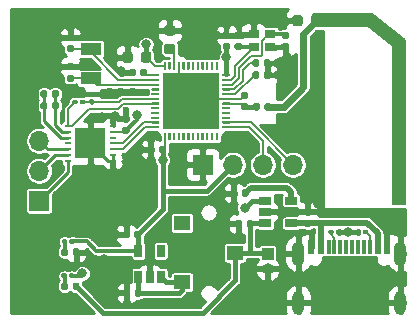
<source format=gtl>
G04 #@! TF.GenerationSoftware,KiCad,Pcbnew,(5.1.6)-1*
G04 #@! TF.CreationDate,2021-04-21T10:38:01+02:00*
G04 #@! TF.ProjectId,LactateStat_v1,4c616374-6174-4655-9374-61745f76312e,rev?*
G04 #@! TF.SameCoordinates,Original*
G04 #@! TF.FileFunction,Copper,L1,Top*
G04 #@! TF.FilePolarity,Positive*
%FSLAX46Y46*%
G04 Gerber Fmt 4.6, Leading zero omitted, Abs format (unit mm)*
G04 Created by KiCad (PCBNEW (5.1.6)-1) date 2021-04-21 10:38:01*
%MOMM*%
%LPD*%
G01*
G04 APERTURE LIST*
G04 #@! TA.AperFunction,NonConductor*
%ADD10C,0.200000*%
G04 #@! TD*
G04 #@! TA.AperFunction,ComponentPad*
%ADD11C,0.908000*%
G04 #@! TD*
G04 #@! TA.AperFunction,SMDPad,CuDef*
%ADD12R,4.700000X4.700000*%
G04 #@! TD*
G04 #@! TA.AperFunction,SMDPad,CuDef*
%ADD13R,1.800000X1.000000*%
G04 #@! TD*
G04 #@! TA.AperFunction,SMDPad,CuDef*
%ADD14R,0.900000X0.800000*%
G04 #@! TD*
G04 #@! TA.AperFunction,ComponentPad*
%ADD15R,1.700000X1.700000*%
G04 #@! TD*
G04 #@! TA.AperFunction,ComponentPad*
%ADD16O,1.700000X1.700000*%
G04 #@! TD*
G04 #@! TA.AperFunction,ComponentPad*
%ADD17O,1.000000X2.000000*%
G04 #@! TD*
G04 #@! TA.AperFunction,ComponentPad*
%ADD18O,1.050000X2.100000*%
G04 #@! TD*
G04 #@! TA.AperFunction,SMDPad,CuDef*
%ADD19R,0.600000X1.150000*%
G04 #@! TD*
G04 #@! TA.AperFunction,SMDPad,CuDef*
%ADD20R,0.300000X1.150000*%
G04 #@! TD*
G04 #@! TA.AperFunction,ComponentPad*
%ADD21R,1.000000X1.000000*%
G04 #@! TD*
G04 #@! TA.AperFunction,ComponentPad*
%ADD22O,1.000000X1.000000*%
G04 #@! TD*
G04 #@! TA.AperFunction,SMDPad,CuDef*
%ADD23R,1.400000X1.200000*%
G04 #@! TD*
G04 #@! TA.AperFunction,SMDPad,CuDef*
%ADD24R,1.060000X0.650000*%
G04 #@! TD*
G04 #@! TA.AperFunction,SMDPad,CuDef*
%ADD25R,0.650000X1.060000*%
G04 #@! TD*
G04 #@! TA.AperFunction,SMDPad,CuDef*
%ADD26R,0.600000X0.250000*%
G04 #@! TD*
G04 #@! TA.AperFunction,SMDPad,CuDef*
%ADD27R,2.600000X2.600000*%
G04 #@! TD*
G04 #@! TA.AperFunction,ViaPad*
%ADD28C,0.800000*%
G04 #@! TD*
G04 #@! TA.AperFunction,ViaPad*
%ADD29C,0.600000*%
G04 #@! TD*
G04 #@! TA.AperFunction,Conductor*
%ADD30C,0.300000*%
G04 #@! TD*
G04 #@! TA.AperFunction,Conductor*
%ADD31C,0.200000*%
G04 #@! TD*
G04 #@! TA.AperFunction,Conductor*
%ADD32C,0.250000*%
G04 #@! TD*
G04 #@! TA.AperFunction,Conductor*
%ADD33C,0.500000*%
G04 #@! TD*
G04 #@! TA.AperFunction,Conductor*
%ADD34C,0.400000*%
G04 #@! TD*
G04 #@! TA.AperFunction,Conductor*
%ADD35C,0.600000*%
G04 #@! TD*
G04 #@! TA.AperFunction,Conductor*
%ADD36C,0.150000*%
G04 #@! TD*
G04 #@! TA.AperFunction,Conductor*
%ADD37C,0.254000*%
G04 #@! TD*
G04 APERTURE END LIST*
D10*
G36*
X170000000Y-83550000D02*
G01*
X165150000Y-83550000D01*
X165150000Y-82550000D01*
X170125000Y-82550000D01*
X170000000Y-83550000D01*
G37*
X170000000Y-83550000D02*
X165150000Y-83550000D01*
X165150000Y-82550000D01*
X170125000Y-82550000D01*
X170000000Y-83550000D01*
G36*
X172950000Y-98600000D02*
G01*
X171950000Y-98600000D01*
X171950000Y-85100000D01*
X172950000Y-85100000D01*
X172950000Y-98600000D01*
G37*
X172950000Y-98600000D02*
X171950000Y-98600000D01*
X171950000Y-85100000D01*
X172950000Y-85100000D01*
X172950000Y-98600000D01*
G36*
X172950000Y-84700000D02*
G01*
X172950000Y-85150000D01*
X171950000Y-85250000D01*
X169750000Y-83550000D01*
X170150000Y-82550000D01*
X172950000Y-84700000D01*
G37*
X172950000Y-84700000D02*
X172950000Y-85150000D01*
X171950000Y-85250000D01*
X169750000Y-83550000D01*
X170150000Y-82550000D01*
X172950000Y-84700000D01*
G04 #@! TA.AperFunction,SMDPad,CuDef*
G36*
G01*
X144330000Y-101700000D02*
X144330000Y-101900000D01*
G75*
G02*
X144230000Y-102000000I-100000J0D01*
G01*
X143970000Y-102000000D01*
G75*
G02*
X143870000Y-101900000I0J100000D01*
G01*
X143870000Y-101700000D01*
G75*
G02*
X143970000Y-101600000I100000J0D01*
G01*
X144230000Y-101600000D01*
G75*
G02*
X144330000Y-101700000I0J-100000D01*
G01*
G37*
G04 #@! TD.AperFunction*
G04 #@! TA.AperFunction,SMDPad,CuDef*
G36*
G01*
X144970000Y-101700000D02*
X144970000Y-101900000D01*
G75*
G02*
X144870000Y-102000000I-100000J0D01*
G01*
X144610000Y-102000000D01*
G75*
G02*
X144510000Y-101900000I0J100000D01*
G01*
X144510000Y-101700000D01*
G75*
G02*
X144610000Y-101600000I100000J0D01*
G01*
X144870000Y-101600000D01*
G75*
G02*
X144970000Y-101700000I0J-100000D01*
G01*
G37*
G04 #@! TD.AperFunction*
G04 #@! TA.AperFunction,SMDPad,CuDef*
G36*
G01*
X144470000Y-104800000D02*
X144470000Y-104600000D01*
G75*
G02*
X144570000Y-104500000I100000J0D01*
G01*
X144830000Y-104500000D01*
G75*
G02*
X144930000Y-104600000I0J-100000D01*
G01*
X144930000Y-104800000D01*
G75*
G02*
X144830000Y-104900000I-100000J0D01*
G01*
X144570000Y-104900000D01*
G75*
G02*
X144470000Y-104800000I0J100000D01*
G01*
G37*
G04 #@! TD.AperFunction*
G04 #@! TA.AperFunction,SMDPad,CuDef*
G36*
G01*
X143830000Y-104800000D02*
X143830000Y-104600000D01*
G75*
G02*
X143930000Y-104500000I100000J0D01*
G01*
X144190000Y-104500000D01*
G75*
G02*
X144290000Y-104600000I0J-100000D01*
G01*
X144290000Y-104800000D01*
G75*
G02*
X144190000Y-104900000I-100000J0D01*
G01*
X143930000Y-104900000D01*
G75*
G02*
X143830000Y-104800000I0J100000D01*
G01*
G37*
G04 #@! TD.AperFunction*
G04 #@! TA.AperFunction,SMDPad,CuDef*
G36*
G01*
X144395000Y-102527500D02*
X144395000Y-102872500D01*
G75*
G02*
X144247500Y-103020000I-147500J0D01*
G01*
X143952500Y-103020000D01*
G75*
G02*
X143805000Y-102872500I0J147500D01*
G01*
X143805000Y-102527500D01*
G75*
G02*
X143952500Y-102380000I147500J0D01*
G01*
X144247500Y-102380000D01*
G75*
G02*
X144395000Y-102527500I0J-147500D01*
G01*
G37*
G04 #@! TD.AperFunction*
G04 #@! TA.AperFunction,SMDPad,CuDef*
G36*
G01*
X145365000Y-102527500D02*
X145365000Y-102872500D01*
G75*
G02*
X145217500Y-103020000I-147500J0D01*
G01*
X144922500Y-103020000D01*
G75*
G02*
X144775000Y-102872500I0J147500D01*
G01*
X144775000Y-102527500D01*
G75*
G02*
X144922500Y-102380000I147500J0D01*
G01*
X145217500Y-102380000D01*
G75*
G02*
X145365000Y-102527500I0J-147500D01*
G01*
G37*
G04 #@! TD.AperFunction*
G04 #@! TA.AperFunction,SMDPad,CuDef*
G36*
G01*
X144775000Y-105772500D02*
X144775000Y-105427500D01*
G75*
G02*
X144922500Y-105280000I147500J0D01*
G01*
X145217500Y-105280000D01*
G75*
G02*
X145365000Y-105427500I0J-147500D01*
G01*
X145365000Y-105772500D01*
G75*
G02*
X145217500Y-105920000I-147500J0D01*
G01*
X144922500Y-105920000D01*
G75*
G02*
X144775000Y-105772500I0J147500D01*
G01*
G37*
G04 #@! TD.AperFunction*
G04 #@! TA.AperFunction,SMDPad,CuDef*
G36*
G01*
X143805000Y-105772500D02*
X143805000Y-105427500D01*
G75*
G02*
X143952500Y-105280000I147500J0D01*
G01*
X144247500Y-105280000D01*
G75*
G02*
X144395000Y-105427500I0J-147500D01*
G01*
X144395000Y-105772500D01*
G75*
G02*
X144247500Y-105920000I-147500J0D01*
G01*
X143952500Y-105920000D01*
G75*
G02*
X143805000Y-105772500I0J147500D01*
G01*
G37*
G04 #@! TD.AperFunction*
G04 #@! TA.AperFunction,SMDPad,CuDef*
G36*
G01*
X169190000Y-100900000D02*
X169190000Y-101100000D01*
G75*
G02*
X169090000Y-101200000I-100000J0D01*
G01*
X168830000Y-101200000D01*
G75*
G02*
X168730000Y-101100000I0J100000D01*
G01*
X168730000Y-100900000D01*
G75*
G02*
X168830000Y-100800000I100000J0D01*
G01*
X169090000Y-100800000D01*
G75*
G02*
X169190000Y-100900000I0J-100000D01*
G01*
G37*
G04 #@! TD.AperFunction*
G04 #@! TA.AperFunction,SMDPad,CuDef*
G36*
G01*
X169830000Y-100900000D02*
X169830000Y-101100000D01*
G75*
G02*
X169730000Y-101200000I-100000J0D01*
G01*
X169470000Y-101200000D01*
G75*
G02*
X169370000Y-101100000I0J100000D01*
G01*
X169370000Y-100900000D01*
G75*
G02*
X169470000Y-100800000I100000J0D01*
G01*
X169730000Y-100800000D01*
G75*
G02*
X169830000Y-100900000I0J-100000D01*
G01*
G37*
G04 #@! TD.AperFunction*
G04 #@! TA.AperFunction,SMDPad,CuDef*
G36*
G01*
X167070000Y-101100000D02*
X167070000Y-100900000D01*
G75*
G02*
X167170000Y-100800000I100000J0D01*
G01*
X167430000Y-100800000D01*
G75*
G02*
X167530000Y-100900000I0J-100000D01*
G01*
X167530000Y-101100000D01*
G75*
G02*
X167430000Y-101200000I-100000J0D01*
G01*
X167170000Y-101200000D01*
G75*
G02*
X167070000Y-101100000I0J100000D01*
G01*
G37*
G04 #@! TD.AperFunction*
G04 #@! TA.AperFunction,SMDPad,CuDef*
G36*
G01*
X166430000Y-101100000D02*
X166430000Y-100900000D01*
G75*
G02*
X166530000Y-100800000I100000J0D01*
G01*
X166790000Y-100800000D01*
G75*
G02*
X166890000Y-100900000I0J-100000D01*
G01*
X166890000Y-101100000D01*
G75*
G02*
X166790000Y-101200000I-100000J0D01*
G01*
X166530000Y-101200000D01*
G75*
G02*
X166430000Y-101100000I0J100000D01*
G01*
G37*
G04 #@! TD.AperFunction*
G04 #@! TA.AperFunction,SMDPad,CuDef*
G36*
G01*
X144772500Y-84810000D02*
X144427500Y-84810000D01*
G75*
G02*
X144280000Y-84662500I0J147500D01*
G01*
X144280000Y-84367500D01*
G75*
G02*
X144427500Y-84220000I147500J0D01*
G01*
X144772500Y-84220000D01*
G75*
G02*
X144920000Y-84367500I0J-147500D01*
G01*
X144920000Y-84662500D01*
G75*
G02*
X144772500Y-84810000I-147500J0D01*
G01*
G37*
G04 #@! TD.AperFunction*
G04 #@! TA.AperFunction,SMDPad,CuDef*
G36*
G01*
X144772500Y-85780000D02*
X144427500Y-85780000D01*
G75*
G02*
X144280000Y-85632500I0J147500D01*
G01*
X144280000Y-85337500D01*
G75*
G02*
X144427500Y-85190000I147500J0D01*
G01*
X144772500Y-85190000D01*
G75*
G02*
X144920000Y-85337500I0J-147500D01*
G01*
X144920000Y-85632500D01*
G75*
G02*
X144772500Y-85780000I-147500J0D01*
G01*
G37*
G04 #@! TD.AperFunction*
G04 #@! TA.AperFunction,SMDPad,CuDef*
G36*
G01*
X144772500Y-88265000D02*
X144427500Y-88265000D01*
G75*
G02*
X144280000Y-88117500I0J147500D01*
G01*
X144280000Y-87822500D01*
G75*
G02*
X144427500Y-87675000I147500J0D01*
G01*
X144772500Y-87675000D01*
G75*
G02*
X144920000Y-87822500I0J-147500D01*
G01*
X144920000Y-88117500D01*
G75*
G02*
X144772500Y-88265000I-147500J0D01*
G01*
G37*
G04 #@! TD.AperFunction*
G04 #@! TA.AperFunction,SMDPad,CuDef*
G36*
G01*
X144772500Y-87295000D02*
X144427500Y-87295000D01*
G75*
G02*
X144280000Y-87147500I0J147500D01*
G01*
X144280000Y-86852500D01*
G75*
G02*
X144427500Y-86705000I147500J0D01*
G01*
X144772500Y-86705000D01*
G75*
G02*
X144920000Y-86852500I0J-147500D01*
G01*
X144920000Y-87147500D01*
G75*
G02*
X144772500Y-87295000I-147500J0D01*
G01*
G37*
G04 #@! TD.AperFunction*
G04 #@! TA.AperFunction,SMDPad,CuDef*
G36*
G01*
X151095000Y-87327500D02*
X151095000Y-87672500D01*
G75*
G02*
X150947500Y-87820000I-147500J0D01*
G01*
X150652500Y-87820000D01*
G75*
G02*
X150505000Y-87672500I0J147500D01*
G01*
X150505000Y-87327500D01*
G75*
G02*
X150652500Y-87180000I147500J0D01*
G01*
X150947500Y-87180000D01*
G75*
G02*
X151095000Y-87327500I0J-147500D01*
G01*
G37*
G04 #@! TD.AperFunction*
G04 #@! TA.AperFunction,SMDPad,CuDef*
G36*
G01*
X150125000Y-87327500D02*
X150125000Y-87672500D01*
G75*
G02*
X149977500Y-87820000I-147500J0D01*
G01*
X149682500Y-87820000D01*
G75*
G02*
X149535000Y-87672500I0J147500D01*
G01*
X149535000Y-87327500D01*
G75*
G02*
X149682500Y-87180000I147500J0D01*
G01*
X149977500Y-87180000D01*
G75*
G02*
X150125000Y-87327500I0J-147500D01*
G01*
G37*
G04 #@! TD.AperFunction*
G04 #@! TA.AperFunction,SMDPad,CuDef*
G36*
G01*
X152680000Y-93827500D02*
X152680000Y-94172500D01*
G75*
G02*
X152532500Y-94320000I-147500J0D01*
G01*
X152237500Y-94320000D01*
G75*
G02*
X152090000Y-94172500I0J147500D01*
G01*
X152090000Y-93827500D01*
G75*
G02*
X152237500Y-93680000I147500J0D01*
G01*
X152532500Y-93680000D01*
G75*
G02*
X152680000Y-93827500I0J-147500D01*
G01*
G37*
G04 #@! TD.AperFunction*
G04 #@! TA.AperFunction,SMDPad,CuDef*
G36*
G01*
X151710000Y-93827500D02*
X151710000Y-94172500D01*
G75*
G02*
X151562500Y-94320000I-147500J0D01*
G01*
X151267500Y-94320000D01*
G75*
G02*
X151120000Y-94172500I0J147500D01*
G01*
X151120000Y-93827500D01*
G75*
G02*
X151267500Y-93680000I147500J0D01*
G01*
X151562500Y-93680000D01*
G75*
G02*
X151710000Y-93827500I0J-147500D01*
G01*
G37*
G04 #@! TD.AperFunction*
G04 #@! TA.AperFunction,SMDPad,CuDef*
G36*
G01*
X151437500Y-85943750D02*
X151437500Y-86456250D01*
G75*
G02*
X151218750Y-86675000I-218750J0D01*
G01*
X150781250Y-86675000D01*
G75*
G02*
X150562500Y-86456250I0J218750D01*
G01*
X150562500Y-85943750D01*
G75*
G02*
X150781250Y-85725000I218750J0D01*
G01*
X151218750Y-85725000D01*
G75*
G02*
X151437500Y-85943750I0J-218750D01*
G01*
G37*
G04 #@! TD.AperFunction*
G04 #@! TA.AperFunction,SMDPad,CuDef*
G36*
G01*
X149862500Y-85943750D02*
X149862500Y-86456250D01*
G75*
G02*
X149643750Y-86675000I-218750J0D01*
G01*
X149206250Y-86675000D01*
G75*
G02*
X148987500Y-86456250I0J218750D01*
G01*
X148987500Y-85943750D01*
G75*
G02*
X149206250Y-85725000I218750J0D01*
G01*
X149643750Y-85725000D01*
G75*
G02*
X149862500Y-85943750I0J-218750D01*
G01*
G37*
G04 #@! TD.AperFunction*
G04 #@! TA.AperFunction,SMDPad,CuDef*
G36*
G01*
X153256250Y-84362500D02*
X152743750Y-84362500D01*
G75*
G02*
X152525000Y-84143750I0J218750D01*
G01*
X152525000Y-83706250D01*
G75*
G02*
X152743750Y-83487500I218750J0D01*
G01*
X153256250Y-83487500D01*
G75*
G02*
X153475000Y-83706250I0J-218750D01*
G01*
X153475000Y-84143750D01*
G75*
G02*
X153256250Y-84362500I-218750J0D01*
G01*
G37*
G04 #@! TD.AperFunction*
G04 #@! TA.AperFunction,SMDPad,CuDef*
G36*
G01*
X153256250Y-85937500D02*
X152743750Y-85937500D01*
G75*
G02*
X152525000Y-85718750I0J218750D01*
G01*
X152525000Y-85281250D01*
G75*
G02*
X152743750Y-85062500I218750J0D01*
G01*
X153256250Y-85062500D01*
G75*
G02*
X153475000Y-85281250I0J-218750D01*
G01*
X153475000Y-85718750D01*
G75*
G02*
X153256250Y-85937500I-218750J0D01*
G01*
G37*
G04 #@! TD.AperFunction*
G04 #@! TA.AperFunction,SMDPad,CuDef*
G36*
G01*
X157972500Y-84625000D02*
X157627500Y-84625000D01*
G75*
G02*
X157480000Y-84477500I0J147500D01*
G01*
X157480000Y-84182500D01*
G75*
G02*
X157627500Y-84035000I147500J0D01*
G01*
X157972500Y-84035000D01*
G75*
G02*
X158120000Y-84182500I0J-147500D01*
G01*
X158120000Y-84477500D01*
G75*
G02*
X157972500Y-84625000I-147500J0D01*
G01*
G37*
G04 #@! TD.AperFunction*
G04 #@! TA.AperFunction,SMDPad,CuDef*
G36*
G01*
X157972500Y-85595000D02*
X157627500Y-85595000D01*
G75*
G02*
X157480000Y-85447500I0J147500D01*
G01*
X157480000Y-85152500D01*
G75*
G02*
X157627500Y-85005000I147500J0D01*
G01*
X157972500Y-85005000D01*
G75*
G02*
X158120000Y-85152500I0J-147500D01*
G01*
X158120000Y-85447500D01*
G75*
G02*
X157972500Y-85595000I-147500J0D01*
G01*
G37*
G04 #@! TD.AperFunction*
G04 #@! TA.AperFunction,SMDPad,CuDef*
G36*
G01*
X160005000Y-86872500D02*
X160005000Y-86527500D01*
G75*
G02*
X160152500Y-86380000I147500J0D01*
G01*
X160447500Y-86380000D01*
G75*
G02*
X160595000Y-86527500I0J-147500D01*
G01*
X160595000Y-86872500D01*
G75*
G02*
X160447500Y-87020000I-147500J0D01*
G01*
X160152500Y-87020000D01*
G75*
G02*
X160005000Y-86872500I0J147500D01*
G01*
G37*
G04 #@! TD.AperFunction*
G04 #@! TA.AperFunction,SMDPad,CuDef*
G36*
G01*
X160975000Y-86872500D02*
X160975000Y-86527500D01*
G75*
G02*
X161122500Y-86380000I147500J0D01*
G01*
X161417500Y-86380000D01*
G75*
G02*
X161565000Y-86527500I0J-147500D01*
G01*
X161565000Y-86872500D01*
G75*
G02*
X161417500Y-87020000I-147500J0D01*
G01*
X161122500Y-87020000D01*
G75*
G02*
X160975000Y-86872500I0J147500D01*
G01*
G37*
G04 #@! TD.AperFunction*
G04 #@! TA.AperFunction,SMDPad,CuDef*
G36*
G01*
X160975000Y-87872500D02*
X160975000Y-87527500D01*
G75*
G02*
X161122500Y-87380000I147500J0D01*
G01*
X161417500Y-87380000D01*
G75*
G02*
X161565000Y-87527500I0J-147500D01*
G01*
X161565000Y-87872500D01*
G75*
G02*
X161417500Y-88020000I-147500J0D01*
G01*
X161122500Y-88020000D01*
G75*
G02*
X160975000Y-87872500I0J147500D01*
G01*
G37*
G04 #@! TD.AperFunction*
G04 #@! TA.AperFunction,SMDPad,CuDef*
G36*
G01*
X160005000Y-87872500D02*
X160005000Y-87527500D01*
G75*
G02*
X160152500Y-87380000I147500J0D01*
G01*
X160447500Y-87380000D01*
G75*
G02*
X160595000Y-87527500I0J-147500D01*
G01*
X160595000Y-87872500D01*
G75*
G02*
X160447500Y-88020000I-147500J0D01*
G01*
X160152500Y-88020000D01*
G75*
G02*
X160005000Y-87872500I0J147500D01*
G01*
G37*
G04 #@! TD.AperFunction*
G04 #@! TA.AperFunction,SMDPad,CuDef*
G36*
G01*
X159522500Y-90695000D02*
X159177500Y-90695000D01*
G75*
G02*
X159030000Y-90547500I0J147500D01*
G01*
X159030000Y-90252500D01*
G75*
G02*
X159177500Y-90105000I147500J0D01*
G01*
X159522500Y-90105000D01*
G75*
G02*
X159670000Y-90252500I0J-147500D01*
G01*
X159670000Y-90547500D01*
G75*
G02*
X159522500Y-90695000I-147500J0D01*
G01*
G37*
G04 #@! TD.AperFunction*
G04 #@! TA.AperFunction,SMDPad,CuDef*
G36*
G01*
X159522500Y-89725000D02*
X159177500Y-89725000D01*
G75*
G02*
X159030000Y-89577500I0J147500D01*
G01*
X159030000Y-89282500D01*
G75*
G02*
X159177500Y-89135000I147500J0D01*
G01*
X159522500Y-89135000D01*
G75*
G02*
X159670000Y-89282500I0J-147500D01*
G01*
X159670000Y-89577500D01*
G75*
G02*
X159522500Y-89725000I-147500J0D01*
G01*
G37*
G04 #@! TD.AperFunction*
G04 #@! TA.AperFunction,SMDPad,CuDef*
G36*
G01*
X164262500Y-82843750D02*
X164262500Y-83356250D01*
G75*
G02*
X164043750Y-83575000I-218750J0D01*
G01*
X163606250Y-83575000D01*
G75*
G02*
X163387500Y-83356250I0J218750D01*
G01*
X163387500Y-82843750D01*
G75*
G02*
X163606250Y-82625000I218750J0D01*
G01*
X164043750Y-82625000D01*
G75*
G02*
X164262500Y-82843750I0J-218750D01*
G01*
G37*
G04 #@! TD.AperFunction*
G04 #@! TA.AperFunction,SMDPad,CuDef*
G36*
G01*
X165837500Y-82843750D02*
X165837500Y-83356250D01*
G75*
G02*
X165618750Y-83575000I-218750J0D01*
G01*
X165181250Y-83575000D01*
G75*
G02*
X164962500Y-83356250I0J218750D01*
G01*
X164962500Y-82843750D01*
G75*
G02*
X165181250Y-82625000I218750J0D01*
G01*
X165618750Y-82625000D01*
G75*
G02*
X165837500Y-82843750I0J-218750D01*
G01*
G37*
G04 #@! TD.AperFunction*
G04 #@! TA.AperFunction,SMDPad,CuDef*
G36*
G01*
X158627500Y-84035000D02*
X158972500Y-84035000D01*
G75*
G02*
X159120000Y-84182500I0J-147500D01*
G01*
X159120000Y-84477500D01*
G75*
G02*
X158972500Y-84625000I-147500J0D01*
G01*
X158627500Y-84625000D01*
G75*
G02*
X158480000Y-84477500I0J147500D01*
G01*
X158480000Y-84182500D01*
G75*
G02*
X158627500Y-84035000I147500J0D01*
G01*
G37*
G04 #@! TD.AperFunction*
G04 #@! TA.AperFunction,SMDPad,CuDef*
G36*
G01*
X158627500Y-85005000D02*
X158972500Y-85005000D01*
G75*
G02*
X159120000Y-85152500I0J-147500D01*
G01*
X159120000Y-85447500D01*
G75*
G02*
X158972500Y-85595000I-147500J0D01*
G01*
X158627500Y-85595000D01*
G75*
G02*
X158480000Y-85447500I0J147500D01*
G01*
X158480000Y-85152500D01*
G75*
G02*
X158627500Y-85005000I147500J0D01*
G01*
G37*
G04 #@! TD.AperFunction*
G04 #@! TA.AperFunction,SMDPad,CuDef*
G36*
G01*
X162972500Y-84625000D02*
X162627500Y-84625000D01*
G75*
G02*
X162480000Y-84477500I0J147500D01*
G01*
X162480000Y-84182500D01*
G75*
G02*
X162627500Y-84035000I147500J0D01*
G01*
X162972500Y-84035000D01*
G75*
G02*
X163120000Y-84182500I0J-147500D01*
G01*
X163120000Y-84477500D01*
G75*
G02*
X162972500Y-84625000I-147500J0D01*
G01*
G37*
G04 #@! TD.AperFunction*
G04 #@! TA.AperFunction,SMDPad,CuDef*
G36*
G01*
X162972500Y-85595000D02*
X162627500Y-85595000D01*
G75*
G02*
X162480000Y-85447500I0J147500D01*
G01*
X162480000Y-85152500D01*
G75*
G02*
X162627500Y-85005000I147500J0D01*
G01*
X162972500Y-85005000D01*
G75*
G02*
X163120000Y-85152500I0J-147500D01*
G01*
X163120000Y-85447500D01*
G75*
G02*
X162972500Y-85595000I-147500J0D01*
G01*
G37*
G04 #@! TD.AperFunction*
G04 #@! TA.AperFunction,SMDPad,CuDef*
G36*
G01*
X160055000Y-90572500D02*
X160055000Y-90227500D01*
G75*
G02*
X160202500Y-90080000I147500J0D01*
G01*
X160497500Y-90080000D01*
G75*
G02*
X160645000Y-90227500I0J-147500D01*
G01*
X160645000Y-90572500D01*
G75*
G02*
X160497500Y-90720000I-147500J0D01*
G01*
X160202500Y-90720000D01*
G75*
G02*
X160055000Y-90572500I0J147500D01*
G01*
G37*
G04 #@! TD.AperFunction*
G04 #@! TA.AperFunction,SMDPad,CuDef*
G36*
G01*
X161025000Y-90572500D02*
X161025000Y-90227500D01*
G75*
G02*
X161172500Y-90080000I147500J0D01*
G01*
X161467500Y-90080000D01*
G75*
G02*
X161615000Y-90227500I0J-147500D01*
G01*
X161615000Y-90572500D01*
G75*
G02*
X161467500Y-90720000I-147500J0D01*
G01*
X161172500Y-90720000D01*
G75*
G02*
X161025000Y-90572500I0J147500D01*
G01*
G37*
G04 #@! TD.AperFunction*
D11*
X156584001Y-91725000D03*
X156584001Y-90525000D03*
X156584001Y-89325000D03*
X156584001Y-88125000D03*
X155384001Y-91725000D03*
X155384001Y-90525000D03*
X155384001Y-89325000D03*
X155384001Y-88125000D03*
X154184001Y-91725000D03*
X154184001Y-90525000D03*
X154184001Y-89325000D03*
X154184001Y-88125000D03*
X152984001Y-91725000D03*
X152984001Y-90525000D03*
X152984001Y-89325000D03*
X152984001Y-88125000D03*
D12*
X154784001Y-89925000D03*
G04 #@! TA.AperFunction,SMDPad,CuDef*
G36*
G01*
X152514001Y-86600000D02*
X152654001Y-86600000D01*
G75*
G02*
X152684001Y-86630000I0J-30000D01*
G01*
X152684001Y-87220000D01*
G75*
G02*
X152654001Y-87250000I-30000J0D01*
G01*
X152514001Y-87250000D01*
G75*
G02*
X152484001Y-87220000I0J30000D01*
G01*
X152484001Y-86630000D01*
G75*
G02*
X152514001Y-86600000I30000J0D01*
G01*
G37*
G04 #@! TD.AperFunction*
G04 #@! TA.AperFunction,SMDPad,CuDef*
G36*
G01*
X152914001Y-86600000D02*
X153054001Y-86600000D01*
G75*
G02*
X153084001Y-86630000I0J-30000D01*
G01*
X153084001Y-87220000D01*
G75*
G02*
X153054001Y-87250000I-30000J0D01*
G01*
X152914001Y-87250000D01*
G75*
G02*
X152884001Y-87220000I0J30000D01*
G01*
X152884001Y-86630000D01*
G75*
G02*
X152914001Y-86600000I30000J0D01*
G01*
G37*
G04 #@! TD.AperFunction*
G04 #@! TA.AperFunction,SMDPad,CuDef*
G36*
G01*
X153314001Y-86600000D02*
X153454001Y-86600000D01*
G75*
G02*
X153484001Y-86630000I0J-30000D01*
G01*
X153484001Y-87220000D01*
G75*
G02*
X153454001Y-87250000I-30000J0D01*
G01*
X153314001Y-87250000D01*
G75*
G02*
X153284001Y-87220000I0J30000D01*
G01*
X153284001Y-86630000D01*
G75*
G02*
X153314001Y-86600000I30000J0D01*
G01*
G37*
G04 #@! TD.AperFunction*
G04 #@! TA.AperFunction,SMDPad,CuDef*
G36*
G01*
X153714001Y-86600000D02*
X153854001Y-86600000D01*
G75*
G02*
X153884001Y-86630000I0J-30000D01*
G01*
X153884001Y-87220000D01*
G75*
G02*
X153854001Y-87250000I-30000J0D01*
G01*
X153714001Y-87250000D01*
G75*
G02*
X153684001Y-87220000I0J30000D01*
G01*
X153684001Y-86630000D01*
G75*
G02*
X153714001Y-86600000I30000J0D01*
G01*
G37*
G04 #@! TD.AperFunction*
G04 #@! TA.AperFunction,SMDPad,CuDef*
G36*
G01*
X154114001Y-86600000D02*
X154254001Y-86600000D01*
G75*
G02*
X154284001Y-86630000I0J-30000D01*
G01*
X154284001Y-87220000D01*
G75*
G02*
X154254001Y-87250000I-30000J0D01*
G01*
X154114001Y-87250000D01*
G75*
G02*
X154084001Y-87220000I0J30000D01*
G01*
X154084001Y-86630000D01*
G75*
G02*
X154114001Y-86600000I30000J0D01*
G01*
G37*
G04 #@! TD.AperFunction*
G04 #@! TA.AperFunction,SMDPad,CuDef*
G36*
G01*
X154514001Y-86600000D02*
X154654001Y-86600000D01*
G75*
G02*
X154684001Y-86630000I0J-30000D01*
G01*
X154684001Y-87220000D01*
G75*
G02*
X154654001Y-87250000I-30000J0D01*
G01*
X154514001Y-87250000D01*
G75*
G02*
X154484001Y-87220000I0J30000D01*
G01*
X154484001Y-86630000D01*
G75*
G02*
X154514001Y-86600000I30000J0D01*
G01*
G37*
G04 #@! TD.AperFunction*
G04 #@! TA.AperFunction,SMDPad,CuDef*
G36*
G01*
X154914001Y-86600000D02*
X155054001Y-86600000D01*
G75*
G02*
X155084001Y-86630000I0J-30000D01*
G01*
X155084001Y-87220000D01*
G75*
G02*
X155054001Y-87250000I-30000J0D01*
G01*
X154914001Y-87250000D01*
G75*
G02*
X154884001Y-87220000I0J30000D01*
G01*
X154884001Y-86630000D01*
G75*
G02*
X154914001Y-86600000I30000J0D01*
G01*
G37*
G04 #@! TD.AperFunction*
G04 #@! TA.AperFunction,SMDPad,CuDef*
G36*
G01*
X155314001Y-86600000D02*
X155454001Y-86600000D01*
G75*
G02*
X155484001Y-86630000I0J-30000D01*
G01*
X155484001Y-87220000D01*
G75*
G02*
X155454001Y-87250000I-30000J0D01*
G01*
X155314001Y-87250000D01*
G75*
G02*
X155284001Y-87220000I0J30000D01*
G01*
X155284001Y-86630000D01*
G75*
G02*
X155314001Y-86600000I30000J0D01*
G01*
G37*
G04 #@! TD.AperFunction*
G04 #@! TA.AperFunction,SMDPad,CuDef*
G36*
G01*
X155714001Y-86600000D02*
X155854001Y-86600000D01*
G75*
G02*
X155884001Y-86630000I0J-30000D01*
G01*
X155884001Y-87220000D01*
G75*
G02*
X155854001Y-87250000I-30000J0D01*
G01*
X155714001Y-87250000D01*
G75*
G02*
X155684001Y-87220000I0J30000D01*
G01*
X155684001Y-86630000D01*
G75*
G02*
X155714001Y-86600000I30000J0D01*
G01*
G37*
G04 #@! TD.AperFunction*
G04 #@! TA.AperFunction,SMDPad,CuDef*
G36*
G01*
X156114001Y-86600000D02*
X156254001Y-86600000D01*
G75*
G02*
X156284001Y-86630000I0J-30000D01*
G01*
X156284001Y-87220000D01*
G75*
G02*
X156254001Y-87250000I-30000J0D01*
G01*
X156114001Y-87250000D01*
G75*
G02*
X156084001Y-87220000I0J30000D01*
G01*
X156084001Y-86630000D01*
G75*
G02*
X156114001Y-86600000I30000J0D01*
G01*
G37*
G04 #@! TD.AperFunction*
G04 #@! TA.AperFunction,SMDPad,CuDef*
G36*
G01*
X156514001Y-86600000D02*
X156654001Y-86600000D01*
G75*
G02*
X156684001Y-86630000I0J-30000D01*
G01*
X156684001Y-87220000D01*
G75*
G02*
X156654001Y-87250000I-30000J0D01*
G01*
X156514001Y-87250000D01*
G75*
G02*
X156484001Y-87220000I0J30000D01*
G01*
X156484001Y-86630000D01*
G75*
G02*
X156514001Y-86600000I30000J0D01*
G01*
G37*
G04 #@! TD.AperFunction*
G04 #@! TA.AperFunction,SMDPad,CuDef*
G36*
G01*
X156914001Y-86600000D02*
X157054001Y-86600000D01*
G75*
G02*
X157084001Y-86630000I0J-30000D01*
G01*
X157084001Y-87220000D01*
G75*
G02*
X157054001Y-87250000I-30000J0D01*
G01*
X156914001Y-87250000D01*
G75*
G02*
X156884001Y-87220000I0J30000D01*
G01*
X156884001Y-86630000D01*
G75*
G02*
X156914001Y-86600000I30000J0D01*
G01*
G37*
G04 #@! TD.AperFunction*
G04 #@! TA.AperFunction,SMDPad,CuDef*
G36*
G01*
X158109001Y-87655000D02*
X158109001Y-87795000D01*
G75*
G02*
X158079001Y-87825000I-30000J0D01*
G01*
X157489001Y-87825000D01*
G75*
G02*
X157459001Y-87795000I0J30000D01*
G01*
X157459001Y-87655000D01*
G75*
G02*
X157489001Y-87625000I30000J0D01*
G01*
X158079001Y-87625000D01*
G75*
G02*
X158109001Y-87655000I0J-30000D01*
G01*
G37*
G04 #@! TD.AperFunction*
G04 #@! TA.AperFunction,SMDPad,CuDef*
G36*
G01*
X158109001Y-88055000D02*
X158109001Y-88195000D01*
G75*
G02*
X158079001Y-88225000I-30000J0D01*
G01*
X157489001Y-88225000D01*
G75*
G02*
X157459001Y-88195000I0J30000D01*
G01*
X157459001Y-88055000D01*
G75*
G02*
X157489001Y-88025000I30000J0D01*
G01*
X158079001Y-88025000D01*
G75*
G02*
X158109001Y-88055000I0J-30000D01*
G01*
G37*
G04 #@! TD.AperFunction*
G04 #@! TA.AperFunction,SMDPad,CuDef*
G36*
G01*
X158109001Y-88455000D02*
X158109001Y-88595000D01*
G75*
G02*
X158079001Y-88625000I-30000J0D01*
G01*
X157489001Y-88625000D01*
G75*
G02*
X157459001Y-88595000I0J30000D01*
G01*
X157459001Y-88455000D01*
G75*
G02*
X157489001Y-88425000I30000J0D01*
G01*
X158079001Y-88425000D01*
G75*
G02*
X158109001Y-88455000I0J-30000D01*
G01*
G37*
G04 #@! TD.AperFunction*
G04 #@! TA.AperFunction,SMDPad,CuDef*
G36*
G01*
X158109001Y-88855000D02*
X158109001Y-88995000D01*
G75*
G02*
X158079001Y-89025000I-30000J0D01*
G01*
X157489001Y-89025000D01*
G75*
G02*
X157459001Y-88995000I0J30000D01*
G01*
X157459001Y-88855000D01*
G75*
G02*
X157489001Y-88825000I30000J0D01*
G01*
X158079001Y-88825000D01*
G75*
G02*
X158109001Y-88855000I0J-30000D01*
G01*
G37*
G04 #@! TD.AperFunction*
G04 #@! TA.AperFunction,SMDPad,CuDef*
G36*
G01*
X158109001Y-89255000D02*
X158109001Y-89395000D01*
G75*
G02*
X158079001Y-89425000I-30000J0D01*
G01*
X157489001Y-89425000D01*
G75*
G02*
X157459001Y-89395000I0J30000D01*
G01*
X157459001Y-89255000D01*
G75*
G02*
X157489001Y-89225000I30000J0D01*
G01*
X158079001Y-89225000D01*
G75*
G02*
X158109001Y-89255000I0J-30000D01*
G01*
G37*
G04 #@! TD.AperFunction*
G04 #@! TA.AperFunction,SMDPad,CuDef*
G36*
G01*
X158109001Y-89655000D02*
X158109001Y-89795000D01*
G75*
G02*
X158079001Y-89825000I-30000J0D01*
G01*
X157489001Y-89825000D01*
G75*
G02*
X157459001Y-89795000I0J30000D01*
G01*
X157459001Y-89655000D01*
G75*
G02*
X157489001Y-89625000I30000J0D01*
G01*
X158079001Y-89625000D01*
G75*
G02*
X158109001Y-89655000I0J-30000D01*
G01*
G37*
G04 #@! TD.AperFunction*
G04 #@! TA.AperFunction,SMDPad,CuDef*
G36*
G01*
X158109001Y-90055000D02*
X158109001Y-90195000D01*
G75*
G02*
X158079001Y-90225000I-30000J0D01*
G01*
X157489001Y-90225000D01*
G75*
G02*
X157459001Y-90195000I0J30000D01*
G01*
X157459001Y-90055000D01*
G75*
G02*
X157489001Y-90025000I30000J0D01*
G01*
X158079001Y-90025000D01*
G75*
G02*
X158109001Y-90055000I0J-30000D01*
G01*
G37*
G04 #@! TD.AperFunction*
G04 #@! TA.AperFunction,SMDPad,CuDef*
G36*
G01*
X158109001Y-90455000D02*
X158109001Y-90595000D01*
G75*
G02*
X158079001Y-90625000I-30000J0D01*
G01*
X157489001Y-90625000D01*
G75*
G02*
X157459001Y-90595000I0J30000D01*
G01*
X157459001Y-90455000D01*
G75*
G02*
X157489001Y-90425000I30000J0D01*
G01*
X158079001Y-90425000D01*
G75*
G02*
X158109001Y-90455000I0J-30000D01*
G01*
G37*
G04 #@! TD.AperFunction*
G04 #@! TA.AperFunction,SMDPad,CuDef*
G36*
G01*
X158109001Y-90855000D02*
X158109001Y-90995000D01*
G75*
G02*
X158079001Y-91025000I-30000J0D01*
G01*
X157489001Y-91025000D01*
G75*
G02*
X157459001Y-90995000I0J30000D01*
G01*
X157459001Y-90855000D01*
G75*
G02*
X157489001Y-90825000I30000J0D01*
G01*
X158079001Y-90825000D01*
G75*
G02*
X158109001Y-90855000I0J-30000D01*
G01*
G37*
G04 #@! TD.AperFunction*
G04 #@! TA.AperFunction,SMDPad,CuDef*
G36*
G01*
X158109001Y-91255000D02*
X158109001Y-91395000D01*
G75*
G02*
X158079001Y-91425000I-30000J0D01*
G01*
X157489001Y-91425000D01*
G75*
G02*
X157459001Y-91395000I0J30000D01*
G01*
X157459001Y-91255000D01*
G75*
G02*
X157489001Y-91225000I30000J0D01*
G01*
X158079001Y-91225000D01*
G75*
G02*
X158109001Y-91255000I0J-30000D01*
G01*
G37*
G04 #@! TD.AperFunction*
G04 #@! TA.AperFunction,SMDPad,CuDef*
G36*
G01*
X158109001Y-91655000D02*
X158109001Y-91795000D01*
G75*
G02*
X158079001Y-91825000I-30000J0D01*
G01*
X157489001Y-91825000D01*
G75*
G02*
X157459001Y-91795000I0J30000D01*
G01*
X157459001Y-91655000D01*
G75*
G02*
X157489001Y-91625000I30000J0D01*
G01*
X158079001Y-91625000D01*
G75*
G02*
X158109001Y-91655000I0J-30000D01*
G01*
G37*
G04 #@! TD.AperFunction*
G04 #@! TA.AperFunction,SMDPad,CuDef*
G36*
G01*
X158109001Y-92055000D02*
X158109001Y-92195000D01*
G75*
G02*
X158079001Y-92225000I-30000J0D01*
G01*
X157489001Y-92225000D01*
G75*
G02*
X157459001Y-92195000I0J30000D01*
G01*
X157459001Y-92055000D01*
G75*
G02*
X157489001Y-92025000I30000J0D01*
G01*
X158079001Y-92025000D01*
G75*
G02*
X158109001Y-92055000I0J-30000D01*
G01*
G37*
G04 #@! TD.AperFunction*
G04 #@! TA.AperFunction,SMDPad,CuDef*
G36*
G01*
X157054001Y-93250000D02*
X156914001Y-93250000D01*
G75*
G02*
X156884001Y-93220000I0J30000D01*
G01*
X156884001Y-92630000D01*
G75*
G02*
X156914001Y-92600000I30000J0D01*
G01*
X157054001Y-92600000D01*
G75*
G02*
X157084001Y-92630000I0J-30000D01*
G01*
X157084001Y-93220000D01*
G75*
G02*
X157054001Y-93250000I-30000J0D01*
G01*
G37*
G04 #@! TD.AperFunction*
G04 #@! TA.AperFunction,SMDPad,CuDef*
G36*
G01*
X156654001Y-93250000D02*
X156514001Y-93250000D01*
G75*
G02*
X156484001Y-93220000I0J30000D01*
G01*
X156484001Y-92630000D01*
G75*
G02*
X156514001Y-92600000I30000J0D01*
G01*
X156654001Y-92600000D01*
G75*
G02*
X156684001Y-92630000I0J-30000D01*
G01*
X156684001Y-93220000D01*
G75*
G02*
X156654001Y-93250000I-30000J0D01*
G01*
G37*
G04 #@! TD.AperFunction*
G04 #@! TA.AperFunction,SMDPad,CuDef*
G36*
G01*
X156254001Y-93250000D02*
X156114001Y-93250000D01*
G75*
G02*
X156084001Y-93220000I0J30000D01*
G01*
X156084001Y-92630000D01*
G75*
G02*
X156114001Y-92600000I30000J0D01*
G01*
X156254001Y-92600000D01*
G75*
G02*
X156284001Y-92630000I0J-30000D01*
G01*
X156284001Y-93220000D01*
G75*
G02*
X156254001Y-93250000I-30000J0D01*
G01*
G37*
G04 #@! TD.AperFunction*
G04 #@! TA.AperFunction,SMDPad,CuDef*
G36*
G01*
X155854001Y-93250000D02*
X155714001Y-93250000D01*
G75*
G02*
X155684001Y-93220000I0J30000D01*
G01*
X155684001Y-92630000D01*
G75*
G02*
X155714001Y-92600000I30000J0D01*
G01*
X155854001Y-92600000D01*
G75*
G02*
X155884001Y-92630000I0J-30000D01*
G01*
X155884001Y-93220000D01*
G75*
G02*
X155854001Y-93250000I-30000J0D01*
G01*
G37*
G04 #@! TD.AperFunction*
G04 #@! TA.AperFunction,SMDPad,CuDef*
G36*
G01*
X155454001Y-93250000D02*
X155314001Y-93250000D01*
G75*
G02*
X155284001Y-93220000I0J30000D01*
G01*
X155284001Y-92630000D01*
G75*
G02*
X155314001Y-92600000I30000J0D01*
G01*
X155454001Y-92600000D01*
G75*
G02*
X155484001Y-92630000I0J-30000D01*
G01*
X155484001Y-93220000D01*
G75*
G02*
X155454001Y-93250000I-30000J0D01*
G01*
G37*
G04 #@! TD.AperFunction*
G04 #@! TA.AperFunction,SMDPad,CuDef*
G36*
G01*
X155054001Y-93250000D02*
X154914001Y-93250000D01*
G75*
G02*
X154884001Y-93220000I0J30000D01*
G01*
X154884001Y-92630000D01*
G75*
G02*
X154914001Y-92600000I30000J0D01*
G01*
X155054001Y-92600000D01*
G75*
G02*
X155084001Y-92630000I0J-30000D01*
G01*
X155084001Y-93220000D01*
G75*
G02*
X155054001Y-93250000I-30000J0D01*
G01*
G37*
G04 #@! TD.AperFunction*
G04 #@! TA.AperFunction,SMDPad,CuDef*
G36*
G01*
X154654001Y-93250000D02*
X154514001Y-93250000D01*
G75*
G02*
X154484001Y-93220000I0J30000D01*
G01*
X154484001Y-92630000D01*
G75*
G02*
X154514001Y-92600000I30000J0D01*
G01*
X154654001Y-92600000D01*
G75*
G02*
X154684001Y-92630000I0J-30000D01*
G01*
X154684001Y-93220000D01*
G75*
G02*
X154654001Y-93250000I-30000J0D01*
G01*
G37*
G04 #@! TD.AperFunction*
G04 #@! TA.AperFunction,SMDPad,CuDef*
G36*
G01*
X154254001Y-93250000D02*
X154114001Y-93250000D01*
G75*
G02*
X154084001Y-93220000I0J30000D01*
G01*
X154084001Y-92630000D01*
G75*
G02*
X154114001Y-92600000I30000J0D01*
G01*
X154254001Y-92600000D01*
G75*
G02*
X154284001Y-92630000I0J-30000D01*
G01*
X154284001Y-93220000D01*
G75*
G02*
X154254001Y-93250000I-30000J0D01*
G01*
G37*
G04 #@! TD.AperFunction*
G04 #@! TA.AperFunction,SMDPad,CuDef*
G36*
G01*
X153854001Y-93250000D02*
X153714001Y-93250000D01*
G75*
G02*
X153684001Y-93220000I0J30000D01*
G01*
X153684001Y-92630000D01*
G75*
G02*
X153714001Y-92600000I30000J0D01*
G01*
X153854001Y-92600000D01*
G75*
G02*
X153884001Y-92630000I0J-30000D01*
G01*
X153884001Y-93220000D01*
G75*
G02*
X153854001Y-93250000I-30000J0D01*
G01*
G37*
G04 #@! TD.AperFunction*
G04 #@! TA.AperFunction,SMDPad,CuDef*
G36*
G01*
X153454001Y-93250000D02*
X153314001Y-93250000D01*
G75*
G02*
X153284001Y-93220000I0J30000D01*
G01*
X153284001Y-92630000D01*
G75*
G02*
X153314001Y-92600000I30000J0D01*
G01*
X153454001Y-92600000D01*
G75*
G02*
X153484001Y-92630000I0J-30000D01*
G01*
X153484001Y-93220000D01*
G75*
G02*
X153454001Y-93250000I-30000J0D01*
G01*
G37*
G04 #@! TD.AperFunction*
G04 #@! TA.AperFunction,SMDPad,CuDef*
G36*
G01*
X153054001Y-93250000D02*
X152914001Y-93250000D01*
G75*
G02*
X152884001Y-93220000I0J30000D01*
G01*
X152884001Y-92630000D01*
G75*
G02*
X152914001Y-92600000I30000J0D01*
G01*
X153054001Y-92600000D01*
G75*
G02*
X153084001Y-92630000I0J-30000D01*
G01*
X153084001Y-93220000D01*
G75*
G02*
X153054001Y-93250000I-30000J0D01*
G01*
G37*
G04 #@! TD.AperFunction*
G04 #@! TA.AperFunction,SMDPad,CuDef*
G36*
G01*
X152654001Y-93250000D02*
X152514001Y-93250000D01*
G75*
G02*
X152484001Y-93220000I0J30000D01*
G01*
X152484001Y-92630000D01*
G75*
G02*
X152514001Y-92600000I30000J0D01*
G01*
X152654001Y-92600000D01*
G75*
G02*
X152684001Y-92630000I0J-30000D01*
G01*
X152684001Y-93220000D01*
G75*
G02*
X152654001Y-93250000I-30000J0D01*
G01*
G37*
G04 #@! TD.AperFunction*
G04 #@! TA.AperFunction,SMDPad,CuDef*
G36*
G01*
X151459001Y-92195000D02*
X151459001Y-92055000D01*
G75*
G02*
X151489001Y-92025000I30000J0D01*
G01*
X152079001Y-92025000D01*
G75*
G02*
X152109001Y-92055000I0J-30000D01*
G01*
X152109001Y-92195000D01*
G75*
G02*
X152079001Y-92225000I-30000J0D01*
G01*
X151489001Y-92225000D01*
G75*
G02*
X151459001Y-92195000I0J30000D01*
G01*
G37*
G04 #@! TD.AperFunction*
G04 #@! TA.AperFunction,SMDPad,CuDef*
G36*
G01*
X151459001Y-91795000D02*
X151459001Y-91655000D01*
G75*
G02*
X151489001Y-91625000I30000J0D01*
G01*
X152079001Y-91625000D01*
G75*
G02*
X152109001Y-91655000I0J-30000D01*
G01*
X152109001Y-91795000D01*
G75*
G02*
X152079001Y-91825000I-30000J0D01*
G01*
X151489001Y-91825000D01*
G75*
G02*
X151459001Y-91795000I0J30000D01*
G01*
G37*
G04 #@! TD.AperFunction*
G04 #@! TA.AperFunction,SMDPad,CuDef*
G36*
G01*
X151459001Y-91395000D02*
X151459001Y-91255000D01*
G75*
G02*
X151489001Y-91225000I30000J0D01*
G01*
X152079001Y-91225000D01*
G75*
G02*
X152109001Y-91255000I0J-30000D01*
G01*
X152109001Y-91395000D01*
G75*
G02*
X152079001Y-91425000I-30000J0D01*
G01*
X151489001Y-91425000D01*
G75*
G02*
X151459001Y-91395000I0J30000D01*
G01*
G37*
G04 #@! TD.AperFunction*
G04 #@! TA.AperFunction,SMDPad,CuDef*
G36*
G01*
X151459001Y-90995000D02*
X151459001Y-90855000D01*
G75*
G02*
X151489001Y-90825000I30000J0D01*
G01*
X152079001Y-90825000D01*
G75*
G02*
X152109001Y-90855000I0J-30000D01*
G01*
X152109001Y-90995000D01*
G75*
G02*
X152079001Y-91025000I-30000J0D01*
G01*
X151489001Y-91025000D01*
G75*
G02*
X151459001Y-90995000I0J30000D01*
G01*
G37*
G04 #@! TD.AperFunction*
G04 #@! TA.AperFunction,SMDPad,CuDef*
G36*
G01*
X151459001Y-90595000D02*
X151459001Y-90455000D01*
G75*
G02*
X151489001Y-90425000I30000J0D01*
G01*
X152079001Y-90425000D01*
G75*
G02*
X152109001Y-90455000I0J-30000D01*
G01*
X152109001Y-90595000D01*
G75*
G02*
X152079001Y-90625000I-30000J0D01*
G01*
X151489001Y-90625000D01*
G75*
G02*
X151459001Y-90595000I0J30000D01*
G01*
G37*
G04 #@! TD.AperFunction*
G04 #@! TA.AperFunction,SMDPad,CuDef*
G36*
G01*
X151459001Y-90195000D02*
X151459001Y-90055000D01*
G75*
G02*
X151489001Y-90025000I30000J0D01*
G01*
X152079001Y-90025000D01*
G75*
G02*
X152109001Y-90055000I0J-30000D01*
G01*
X152109001Y-90195000D01*
G75*
G02*
X152079001Y-90225000I-30000J0D01*
G01*
X151489001Y-90225000D01*
G75*
G02*
X151459001Y-90195000I0J30000D01*
G01*
G37*
G04 #@! TD.AperFunction*
G04 #@! TA.AperFunction,SMDPad,CuDef*
G36*
G01*
X151459001Y-89795000D02*
X151459001Y-89655000D01*
G75*
G02*
X151489001Y-89625000I30000J0D01*
G01*
X152079001Y-89625000D01*
G75*
G02*
X152109001Y-89655000I0J-30000D01*
G01*
X152109001Y-89795000D01*
G75*
G02*
X152079001Y-89825000I-30000J0D01*
G01*
X151489001Y-89825000D01*
G75*
G02*
X151459001Y-89795000I0J30000D01*
G01*
G37*
G04 #@! TD.AperFunction*
G04 #@! TA.AperFunction,SMDPad,CuDef*
G36*
G01*
X151459001Y-89395000D02*
X151459001Y-89255000D01*
G75*
G02*
X151489001Y-89225000I30000J0D01*
G01*
X152079001Y-89225000D01*
G75*
G02*
X152109001Y-89255000I0J-30000D01*
G01*
X152109001Y-89395000D01*
G75*
G02*
X152079001Y-89425000I-30000J0D01*
G01*
X151489001Y-89425000D01*
G75*
G02*
X151459001Y-89395000I0J30000D01*
G01*
G37*
G04 #@! TD.AperFunction*
G04 #@! TA.AperFunction,SMDPad,CuDef*
G36*
G01*
X151459001Y-88995000D02*
X151459001Y-88855000D01*
G75*
G02*
X151489001Y-88825000I30000J0D01*
G01*
X152079001Y-88825000D01*
G75*
G02*
X152109001Y-88855000I0J-30000D01*
G01*
X152109001Y-88995000D01*
G75*
G02*
X152079001Y-89025000I-30000J0D01*
G01*
X151489001Y-89025000D01*
G75*
G02*
X151459001Y-88995000I0J30000D01*
G01*
G37*
G04 #@! TD.AperFunction*
G04 #@! TA.AperFunction,SMDPad,CuDef*
G36*
G01*
X151459001Y-88595000D02*
X151459001Y-88455000D01*
G75*
G02*
X151489001Y-88425000I30000J0D01*
G01*
X152079001Y-88425000D01*
G75*
G02*
X152109001Y-88455000I0J-30000D01*
G01*
X152109001Y-88595000D01*
G75*
G02*
X152079001Y-88625000I-30000J0D01*
G01*
X151489001Y-88625000D01*
G75*
G02*
X151459001Y-88595000I0J30000D01*
G01*
G37*
G04 #@! TD.AperFunction*
G04 #@! TA.AperFunction,SMDPad,CuDef*
G36*
G01*
X151459001Y-88195000D02*
X151459001Y-88055000D01*
G75*
G02*
X151489001Y-88025000I30000J0D01*
G01*
X152079001Y-88025000D01*
G75*
G02*
X152109001Y-88055000I0J-30000D01*
G01*
X152109001Y-88195000D01*
G75*
G02*
X152079001Y-88225000I-30000J0D01*
G01*
X151489001Y-88225000D01*
G75*
G02*
X151459001Y-88195000I0J30000D01*
G01*
G37*
G04 #@! TD.AperFunction*
G04 #@! TA.AperFunction,SMDPad,CuDef*
G36*
G01*
X151459001Y-87795000D02*
X151459001Y-87655000D01*
G75*
G02*
X151489001Y-87625000I30000J0D01*
G01*
X152079001Y-87625000D01*
G75*
G02*
X152109001Y-87655000I0J-30000D01*
G01*
X152109001Y-87795000D01*
G75*
G02*
X152079001Y-87825000I-30000J0D01*
G01*
X151489001Y-87825000D01*
G75*
G02*
X151459001Y-87795000I0J30000D01*
G01*
G37*
G04 #@! TD.AperFunction*
D13*
X146300000Y-88000000D03*
X146300000Y-85500000D03*
D14*
X161500000Y-84265000D03*
X160100000Y-84265000D03*
X160100000Y-85365000D03*
X161500000Y-85365000D03*
G04 #@! TA.AperFunction,SMDPad,CuDef*
G36*
G01*
X164872500Y-99595000D02*
X164527500Y-99595000D01*
G75*
G02*
X164380000Y-99447500I0J147500D01*
G01*
X164380000Y-99152500D01*
G75*
G02*
X164527500Y-99005000I147500J0D01*
G01*
X164872500Y-99005000D01*
G75*
G02*
X165020000Y-99152500I0J-147500D01*
G01*
X165020000Y-99447500D01*
G75*
G02*
X164872500Y-99595000I-147500J0D01*
G01*
G37*
G04 #@! TD.AperFunction*
G04 #@! TA.AperFunction,SMDPad,CuDef*
G36*
G01*
X164872500Y-100565000D02*
X164527500Y-100565000D01*
G75*
G02*
X164380000Y-100417500I0J147500D01*
G01*
X164380000Y-100122500D01*
G75*
G02*
X164527500Y-99975000I147500J0D01*
G01*
X164872500Y-99975000D01*
G75*
G02*
X165020000Y-100122500I0J-147500D01*
G01*
X165020000Y-100417500D01*
G75*
G02*
X164872500Y-100565000I-147500J0D01*
G01*
G37*
G04 #@! TD.AperFunction*
G04 #@! TA.AperFunction,SMDPad,CuDef*
G36*
G01*
X160095000Y-100127500D02*
X160095000Y-100472500D01*
G75*
G02*
X159947500Y-100620000I-147500J0D01*
G01*
X159652500Y-100620000D01*
G75*
G02*
X159505000Y-100472500I0J147500D01*
G01*
X159505000Y-100127500D01*
G75*
G02*
X159652500Y-99980000I147500J0D01*
G01*
X159947500Y-99980000D01*
G75*
G02*
X160095000Y-100127500I0J-147500D01*
G01*
G37*
G04 #@! TD.AperFunction*
G04 #@! TA.AperFunction,SMDPad,CuDef*
G36*
G01*
X159125000Y-100127500D02*
X159125000Y-100472500D01*
G75*
G02*
X158977500Y-100620000I-147500J0D01*
G01*
X158682500Y-100620000D01*
G75*
G02*
X158535000Y-100472500I0J147500D01*
G01*
X158535000Y-100127500D01*
G75*
G02*
X158682500Y-99980000I147500J0D01*
G01*
X158977500Y-99980000D01*
G75*
G02*
X159125000Y-100127500I0J-147500D01*
G01*
G37*
G04 #@! TD.AperFunction*
G04 #@! TA.AperFunction,SMDPad,CuDef*
G36*
G01*
X149660000Y-105977500D02*
X149660000Y-106322500D01*
G75*
G02*
X149512500Y-106470000I-147500J0D01*
G01*
X149217500Y-106470000D01*
G75*
G02*
X149070000Y-106322500I0J147500D01*
G01*
X149070000Y-105977500D01*
G75*
G02*
X149217500Y-105830000I147500J0D01*
G01*
X149512500Y-105830000D01*
G75*
G02*
X149660000Y-105977500I0J-147500D01*
G01*
G37*
G04 #@! TD.AperFunction*
G04 #@! TA.AperFunction,SMDPad,CuDef*
G36*
G01*
X150630000Y-105977500D02*
X150630000Y-106322500D01*
G75*
G02*
X150482500Y-106470000I-147500J0D01*
G01*
X150187500Y-106470000D01*
G75*
G02*
X150040000Y-106322500I0J147500D01*
G01*
X150040000Y-105977500D01*
G75*
G02*
X150187500Y-105830000I147500J0D01*
G01*
X150482500Y-105830000D01*
G75*
G02*
X150630000Y-105977500I0J-147500D01*
G01*
G37*
G04 #@! TD.AperFunction*
G04 #@! TA.AperFunction,SMDPad,CuDef*
G36*
G01*
X150580000Y-101027500D02*
X150580000Y-101372500D01*
G75*
G02*
X150432500Y-101520000I-147500J0D01*
G01*
X150137500Y-101520000D01*
G75*
G02*
X149990000Y-101372500I0J147500D01*
G01*
X149990000Y-101027500D01*
G75*
G02*
X150137500Y-100880000I147500J0D01*
G01*
X150432500Y-100880000D01*
G75*
G02*
X150580000Y-101027500I0J-147500D01*
G01*
G37*
G04 #@! TD.AperFunction*
G04 #@! TA.AperFunction,SMDPad,CuDef*
G36*
G01*
X149610000Y-101027500D02*
X149610000Y-101372500D01*
G75*
G02*
X149462500Y-101520000I-147500J0D01*
G01*
X149167500Y-101520000D01*
G75*
G02*
X149020000Y-101372500I0J147500D01*
G01*
X149020000Y-101027500D01*
G75*
G02*
X149167500Y-100880000I147500J0D01*
G01*
X149462500Y-100880000D01*
G75*
G02*
X149610000Y-101027500I0J-147500D01*
G01*
G37*
G04 #@! TD.AperFunction*
G04 #@! TA.AperFunction,SMDPad,CuDef*
G36*
G01*
X149472500Y-91725000D02*
X149127500Y-91725000D01*
G75*
G02*
X148980000Y-91577500I0J147500D01*
G01*
X148980000Y-91282500D01*
G75*
G02*
X149127500Y-91135000I147500J0D01*
G01*
X149472500Y-91135000D01*
G75*
G02*
X149620000Y-91282500I0J-147500D01*
G01*
X149620000Y-91577500D01*
G75*
G02*
X149472500Y-91725000I-147500J0D01*
G01*
G37*
G04 #@! TD.AperFunction*
G04 #@! TA.AperFunction,SMDPad,CuDef*
G36*
G01*
X149472500Y-92695000D02*
X149127500Y-92695000D01*
G75*
G02*
X148980000Y-92547500I0J147500D01*
G01*
X148980000Y-92252500D01*
G75*
G02*
X149127500Y-92105000I147500J0D01*
G01*
X149472500Y-92105000D01*
G75*
G02*
X149620000Y-92252500I0J-147500D01*
G01*
X149620000Y-92547500D01*
G75*
G02*
X149472500Y-92695000I-147500J0D01*
G01*
G37*
G04 #@! TD.AperFunction*
G04 #@! TA.AperFunction,SMDPad,CuDef*
G36*
G01*
X146500000Y-89565000D02*
X146300000Y-89565000D01*
G75*
G02*
X146200000Y-89465000I0J100000D01*
G01*
X146200000Y-89205000D01*
G75*
G02*
X146300000Y-89105000I100000J0D01*
G01*
X146500000Y-89105000D01*
G75*
G02*
X146600000Y-89205000I0J-100000D01*
G01*
X146600000Y-89465000D01*
G75*
G02*
X146500000Y-89565000I-100000J0D01*
G01*
G37*
G04 #@! TD.AperFunction*
G04 #@! TA.AperFunction,SMDPad,CuDef*
G36*
G01*
X146500000Y-90205000D02*
X146300000Y-90205000D01*
G75*
G02*
X146200000Y-90105000I0J100000D01*
G01*
X146200000Y-89845000D01*
G75*
G02*
X146300000Y-89745000I100000J0D01*
G01*
X146500000Y-89745000D01*
G75*
G02*
X146600000Y-89845000I0J-100000D01*
G01*
X146600000Y-90105000D01*
G75*
G02*
X146500000Y-90205000I-100000J0D01*
G01*
G37*
G04 #@! TD.AperFunction*
G04 #@! TA.AperFunction,SMDPad,CuDef*
G36*
G01*
X143615000Y-89127500D02*
X143615000Y-89472500D01*
G75*
G02*
X143467500Y-89620000I-147500J0D01*
G01*
X143172500Y-89620000D01*
G75*
G02*
X143025000Y-89472500I0J147500D01*
G01*
X143025000Y-89127500D01*
G75*
G02*
X143172500Y-88980000I147500J0D01*
G01*
X143467500Y-88980000D01*
G75*
G02*
X143615000Y-89127500I0J-147500D01*
G01*
G37*
G04 #@! TD.AperFunction*
G04 #@! TA.AperFunction,SMDPad,CuDef*
G36*
G01*
X142645000Y-89127500D02*
X142645000Y-89472500D01*
G75*
G02*
X142497500Y-89620000I-147500J0D01*
G01*
X142202500Y-89620000D01*
G75*
G02*
X142055000Y-89472500I0J147500D01*
G01*
X142055000Y-89127500D01*
G75*
G02*
X142202500Y-88980000I147500J0D01*
G01*
X142497500Y-88980000D01*
G75*
G02*
X142645000Y-89127500I0J-147500D01*
G01*
G37*
G04 #@! TD.AperFunction*
D15*
X155800000Y-95300000D03*
D16*
X158340000Y-95300000D03*
X160880000Y-95300000D03*
X163420000Y-95300000D03*
D17*
X163880000Y-107000000D03*
X172520000Y-107000000D03*
D18*
X163880000Y-102820000D03*
X172520000Y-102820000D03*
D19*
X165000000Y-102245000D03*
X171400000Y-102245000D03*
X165800000Y-102245000D03*
X170600000Y-102245000D03*
D20*
X168450000Y-102245000D03*
X167950000Y-102245000D03*
X168950000Y-102245000D03*
X169450000Y-102245000D03*
X169950000Y-102245000D03*
X167450000Y-102245000D03*
X166950000Y-102245000D03*
X166450000Y-102245000D03*
D21*
X161300000Y-102850000D03*
D22*
X161300000Y-104120000D03*
D15*
X141950000Y-98350000D03*
D16*
X141950000Y-95810000D03*
X141950000Y-93270000D03*
G04 #@! TA.AperFunction,SMDPad,CuDef*
G36*
G01*
X158725000Y-97527500D02*
X158725000Y-97872500D01*
G75*
G02*
X158577500Y-98020000I-147500J0D01*
G01*
X158282500Y-98020000D01*
G75*
G02*
X158135000Y-97872500I0J147500D01*
G01*
X158135000Y-97527500D01*
G75*
G02*
X158282500Y-97380000I147500J0D01*
G01*
X158577500Y-97380000D01*
G75*
G02*
X158725000Y-97527500I0J-147500D01*
G01*
G37*
G04 #@! TD.AperFunction*
G04 #@! TA.AperFunction,SMDPad,CuDef*
G36*
G01*
X159695000Y-97527500D02*
X159695000Y-97872500D01*
G75*
G02*
X159547500Y-98020000I-147500J0D01*
G01*
X159252500Y-98020000D01*
G75*
G02*
X159105000Y-97872500I0J147500D01*
G01*
X159105000Y-97527500D01*
G75*
G02*
X159252500Y-97380000I147500J0D01*
G01*
X159547500Y-97380000D01*
G75*
G02*
X159695000Y-97527500I0J-147500D01*
G01*
G37*
G04 #@! TD.AperFunction*
G04 #@! TA.AperFunction,SMDPad,CuDef*
G36*
G01*
X145845000Y-89900000D02*
X145845000Y-90100000D01*
G75*
G02*
X145745000Y-90200000I-100000J0D01*
G01*
X145485000Y-90200000D01*
G75*
G02*
X145385000Y-90100000I0J100000D01*
G01*
X145385000Y-89900000D01*
G75*
G02*
X145485000Y-89800000I100000J0D01*
G01*
X145745000Y-89800000D01*
G75*
G02*
X145845000Y-89900000I0J-100000D01*
G01*
G37*
G04 #@! TD.AperFunction*
G04 #@! TA.AperFunction,SMDPad,CuDef*
G36*
G01*
X145205000Y-89900000D02*
X145205000Y-90100000D01*
G75*
G02*
X145105000Y-90200000I-100000J0D01*
G01*
X144845000Y-90200000D01*
G75*
G02*
X144745000Y-90100000I0J100000D01*
G01*
X144745000Y-89900000D01*
G75*
G02*
X144845000Y-89800000I100000J0D01*
G01*
X145105000Y-89800000D01*
G75*
G02*
X145205000Y-89900000I0J-100000D01*
G01*
G37*
G04 #@! TD.AperFunction*
G04 #@! TA.AperFunction,SMDPad,CuDef*
G36*
G01*
X142645000Y-90127500D02*
X142645000Y-90472500D01*
G75*
G02*
X142497500Y-90620000I-147500J0D01*
G01*
X142202500Y-90620000D01*
G75*
G02*
X142055000Y-90472500I0J147500D01*
G01*
X142055000Y-90127500D01*
G75*
G02*
X142202500Y-89980000I147500J0D01*
G01*
X142497500Y-89980000D01*
G75*
G02*
X142645000Y-90127500I0J-147500D01*
G01*
G37*
G04 #@! TD.AperFunction*
G04 #@! TA.AperFunction,SMDPad,CuDef*
G36*
G01*
X143615000Y-90127500D02*
X143615000Y-90472500D01*
G75*
G02*
X143467500Y-90620000I-147500J0D01*
G01*
X143172500Y-90620000D01*
G75*
G02*
X143025000Y-90472500I0J147500D01*
G01*
X143025000Y-90127500D01*
G75*
G02*
X143172500Y-89980000I147500J0D01*
G01*
X143467500Y-89980000D01*
G75*
G02*
X143615000Y-90127500I0J-147500D01*
G01*
G37*
G04 #@! TD.AperFunction*
D23*
X154050000Y-100250000D03*
X158550000Y-102750000D03*
X154050000Y-105250000D03*
D24*
X163300000Y-98350000D03*
X163300000Y-100250000D03*
X161100000Y-100250000D03*
X161100000Y-99300000D03*
X161100000Y-98350000D03*
D25*
X150350000Y-104800000D03*
X151300000Y-104800000D03*
X152250000Y-104800000D03*
X152250000Y-102600000D03*
X150350000Y-102600000D03*
D26*
X144400000Y-95000000D03*
X144400000Y-94500000D03*
X144400000Y-94000000D03*
X144400000Y-93500000D03*
X144400000Y-93000000D03*
X144400000Y-92500000D03*
X144400000Y-92000000D03*
X148200000Y-92000000D03*
X148200000Y-92500000D03*
X148200000Y-93000000D03*
X148200000Y-93500000D03*
X148200000Y-94000000D03*
X148200000Y-94500000D03*
X148200000Y-95000000D03*
D27*
X146275000Y-93500000D03*
D28*
X148900000Y-87400000D03*
X148300000Y-86200000D03*
X153000000Y-82800000D03*
X151800000Y-83900000D03*
X157800000Y-83400000D03*
X156900000Y-84300000D03*
X158800000Y-83400000D03*
X160100000Y-83000000D03*
X162900000Y-86200000D03*
X151400000Y-93100000D03*
X150500000Y-94000000D03*
X151400000Y-94900000D03*
X162200000Y-86700000D03*
X162200000Y-87700000D03*
X162400000Y-89400000D03*
X162400000Y-91500000D03*
X145700000Y-86900000D03*
X144600000Y-83600000D03*
X149400000Y-85000000D03*
X165600000Y-84300000D03*
X165600000Y-85600000D03*
X165600000Y-86900000D03*
X165600000Y-88200000D03*
X165600000Y-89500000D03*
X165600000Y-90800000D03*
X165600000Y-92100000D03*
X165600000Y-93400000D03*
X165600000Y-94700000D03*
X165600000Y-96000000D03*
X165600000Y-97300000D03*
X165600000Y-98600000D03*
X171200000Y-99400000D03*
X172500000Y-99400000D03*
X162750000Y-83250000D03*
D29*
X143800000Y-86200000D03*
D28*
X169900000Y-99400000D03*
X168125000Y-101000000D03*
X148400000Y-91200000D03*
X147300000Y-91300000D03*
X146250000Y-91550000D03*
X145600000Y-89200000D03*
D29*
X148900000Y-89100000D03*
X149900000Y-89100000D03*
D28*
X149350000Y-107100000D03*
X148450000Y-106150000D03*
X149300000Y-100250000D03*
X148400000Y-101200000D03*
X164700000Y-98400000D03*
X160000000Y-105000000D03*
X160500000Y-106000000D03*
X161750000Y-106000000D03*
X157500000Y-97750000D03*
X166500000Y-99400000D03*
X147400000Y-103300000D03*
X147400000Y-104900000D03*
X144300000Y-89300000D03*
X141300000Y-89300000D03*
X141300000Y-90300000D03*
X149400000Y-94700000D03*
X148200000Y-95900000D03*
X146300000Y-95900000D03*
X153400000Y-96500000D03*
X153400000Y-95300000D03*
D29*
X149300000Y-90700000D03*
X147950000Y-89100000D03*
D28*
X143200000Y-107600000D03*
X140900000Y-105400000D03*
X140900000Y-102200000D03*
X144900000Y-98300000D03*
X150900000Y-98300000D03*
X152400000Y-94900000D03*
X157800000Y-86200000D03*
X151000000Y-85100000D03*
X150200000Y-91100000D03*
X145600000Y-104500000D03*
X159350000Y-98950000D03*
D30*
X158865000Y-84265000D02*
X158800000Y-84330000D01*
X160100000Y-84265000D02*
X158865000Y-84265000D01*
X162735000Y-85365000D02*
X162800000Y-85300000D01*
X161500000Y-85365000D02*
X162735000Y-85365000D01*
D31*
X153784001Y-87725000D02*
X154184001Y-88125000D01*
X153784001Y-86925000D02*
X153784001Y-87725000D01*
X156984001Y-89725000D02*
X156584001Y-89325000D01*
X157784001Y-89725000D02*
X156984001Y-89725000D01*
X159055000Y-89725000D02*
X159350000Y-89430000D01*
X157784001Y-89725000D02*
X159055000Y-89725000D01*
D32*
X147775000Y-95000000D02*
X146275000Y-93500000D01*
X148200000Y-95000000D02*
X147775000Y-95000000D01*
X148200000Y-94500000D02*
X148200000Y-95000000D01*
D33*
X148630000Y-91430000D02*
X148400000Y-91200000D01*
X149300000Y-91430000D02*
X148630000Y-91430000D01*
X149300000Y-91430000D02*
X149300000Y-90700000D01*
D31*
X151725000Y-86925000D02*
X151000000Y-86200000D01*
X152584001Y-86925000D02*
X151725000Y-86925000D01*
D34*
X151000000Y-86200000D02*
X151000000Y-85100000D01*
X157800000Y-86200000D02*
X157800000Y-87600000D01*
X157800000Y-86200000D02*
X157800000Y-85300000D01*
X152400000Y-94015000D02*
X152385000Y-94000000D01*
X152400000Y-94900000D02*
X152400000Y-94015000D01*
D31*
X152584001Y-93800999D02*
X152385000Y-94000000D01*
X152584001Y-92925000D02*
X152584001Y-93800999D01*
D34*
X150350000Y-101265000D02*
X150285000Y-101200000D01*
X150350000Y-102600000D02*
X150350000Y-101265000D01*
X150285000Y-101200000D02*
X152400000Y-99085000D01*
X156140000Y-97500000D02*
X152400000Y-97500000D01*
X152400000Y-99085000D02*
X152400000Y-97500000D01*
X158340000Y-95300000D02*
X156140000Y-97500000D01*
X152400000Y-97500000D02*
X152400000Y-94900000D01*
D30*
X150350000Y-102600000D02*
X146800000Y-102600000D01*
X146000000Y-101800000D02*
X144740000Y-101800000D01*
X146800000Y-102600000D02*
X146000000Y-101800000D01*
D31*
X149200000Y-92500000D02*
X149300000Y-92400000D01*
X148200000Y-92500000D02*
X149200000Y-92500000D01*
D30*
X150200000Y-91500000D02*
X149300000Y-92400000D01*
X150200000Y-91100000D02*
X150200000Y-91500000D01*
D35*
X162658002Y-90400000D02*
X164300000Y-88758002D01*
X161320000Y-90400000D02*
X162658002Y-90400000D01*
X164300000Y-84200000D02*
X165400000Y-83100000D01*
X164300000Y-88758002D02*
X164300000Y-84200000D01*
D34*
X159850000Y-100250000D02*
X159800000Y-100300000D01*
X161100000Y-100250000D02*
X159850000Y-100250000D01*
X161300000Y-102850000D02*
X161300000Y-102700000D01*
X161200000Y-102750000D02*
X161300000Y-102850000D01*
X159800000Y-102700000D02*
X159750000Y-102750000D01*
X158550000Y-102750000D02*
X159750000Y-102750000D01*
X159800000Y-100300000D02*
X159800000Y-102700000D01*
X159750000Y-102750000D02*
X161200000Y-102750000D01*
X155784001Y-107850001D02*
X147320001Y-107850001D01*
X158550000Y-105084002D02*
X155784001Y-107850001D01*
X147320001Y-107850001D02*
X145070000Y-105600000D01*
X158550000Y-102750000D02*
X158550000Y-105084002D01*
X152700000Y-105250000D02*
X152250000Y-104800000D01*
X154050000Y-105250000D02*
X152700000Y-105250000D01*
X150335000Y-104815000D02*
X150350000Y-104800000D01*
X150335000Y-106150000D02*
X150335000Y-104815000D01*
X154050000Y-105250000D02*
X154050000Y-105900000D01*
X153800000Y-106150000D02*
X150335000Y-106150000D01*
X154050000Y-105900000D02*
X153800000Y-106150000D01*
D30*
X144100000Y-104740000D02*
X144060000Y-104700000D01*
X144100000Y-105600000D02*
X144100000Y-104740000D01*
X144100000Y-101800000D02*
X144100000Y-102700000D01*
D31*
X169950000Y-101350000D02*
X169600000Y-101000000D01*
X169950000Y-102245000D02*
X169950000Y-101350000D01*
X166660000Y-101200000D02*
X166660000Y-101000000D01*
X166950000Y-102245000D02*
X166950000Y-101490000D01*
X166950000Y-101490000D02*
X166660000Y-101200000D01*
X146300000Y-85762002D02*
X146300000Y-85500000D01*
X148662998Y-88125000D02*
X146300000Y-85762002D01*
X151784001Y-88125000D02*
X148662998Y-88125000D01*
X144615000Y-85500000D02*
X144600000Y-85485000D01*
X146300000Y-85500000D02*
X144615000Y-85500000D01*
X146825000Y-88525000D02*
X146300000Y-88000000D01*
X151784001Y-88525000D02*
X146825000Y-88525000D01*
X144630000Y-88000000D02*
X144600000Y-87970000D01*
X146300000Y-88000000D02*
X144630000Y-88000000D01*
X151025000Y-87725000D02*
X150800000Y-87500000D01*
X151784001Y-87725000D02*
X151025000Y-87725000D01*
X153384001Y-85884001D02*
X153000000Y-85500000D01*
X153384001Y-86925000D02*
X153384001Y-85884001D01*
X158364976Y-88925000D02*
X158475000Y-88925000D01*
X157784001Y-88925000D02*
X158364976Y-88925000D01*
X158475000Y-88925000D02*
X159200000Y-88200000D01*
X159200000Y-88200000D02*
X159200000Y-88089976D01*
X160300000Y-86700000D02*
X159800020Y-86700000D01*
X159200020Y-88089956D02*
X159200000Y-88089976D01*
X159200020Y-87300000D02*
X159200020Y-88089956D01*
X159800020Y-86700000D02*
X159200020Y-87300000D01*
X160194988Y-87700000D02*
X160300000Y-87700000D01*
X158569988Y-89325000D02*
X160194988Y-87700000D01*
X157784001Y-89325000D02*
X158569988Y-89325000D01*
X159075000Y-90125000D02*
X159350000Y-90400000D01*
X157784001Y-90125000D02*
X159075000Y-90125000D01*
D34*
X159350000Y-90400000D02*
X160350000Y-90400000D01*
D30*
X158865000Y-85365000D02*
X158800000Y-85300000D01*
X160100000Y-85365000D02*
X158865000Y-85365000D01*
D31*
X157784001Y-88125000D02*
X158175000Y-88125000D01*
X158175000Y-88125000D02*
X158500000Y-87800000D01*
X158500000Y-86965000D02*
X160100000Y-85365000D01*
X158500000Y-87800000D02*
X158500000Y-86965000D01*
D30*
X162735000Y-84265000D02*
X162800000Y-84330000D01*
X161500000Y-84265000D02*
X162735000Y-84265000D01*
D31*
X158850010Y-87944978D02*
X158850010Y-87249990D01*
X157784001Y-88525000D02*
X158269988Y-88525000D01*
X158269988Y-88525000D02*
X158850010Y-87944978D01*
X158850010Y-87249990D02*
X158850010Y-87109978D01*
X158850010Y-87109978D02*
X159859988Y-86100000D01*
X159859988Y-86100000D02*
X160600000Y-86100000D01*
X160600000Y-86100000D02*
X160700000Y-86100000D01*
X160700000Y-86100000D02*
X160800000Y-86000000D01*
D36*
X161344998Y-84265000D02*
X161500000Y-84265000D01*
X160800000Y-84809998D02*
X161344998Y-84265000D01*
X160800000Y-86000000D02*
X160800000Y-84809998D01*
D31*
X157784001Y-92125000D02*
X159750012Y-92125000D01*
X160880000Y-93254988D02*
X160880000Y-95300000D01*
X159750012Y-92125000D02*
X160880000Y-93254988D01*
X159845000Y-91725000D02*
X163420000Y-95300000D01*
X157784001Y-91725000D02*
X159845000Y-91725000D01*
D33*
X170600000Y-101062876D02*
X169737123Y-100199999D01*
X164770001Y-100199999D02*
X164700000Y-100270000D01*
X170600000Y-102245000D02*
X170600000Y-101062876D01*
X165800001Y-101169999D02*
X165800001Y-100199999D01*
X165800000Y-102245000D02*
X165800001Y-101169999D01*
X169737123Y-100199999D02*
X165800001Y-100199999D01*
X165800001Y-100199999D02*
X164770001Y-100199999D01*
X163320000Y-100270000D02*
X163300000Y-100250000D01*
X164700000Y-100270000D02*
X163320000Y-100270000D01*
D31*
X146375000Y-90000000D02*
X146400000Y-89975000D01*
X145615000Y-90000000D02*
X146375000Y-90000000D01*
X148966010Y-89725000D02*
X151784001Y-89725000D01*
X148716010Y-89975000D02*
X148966010Y-89725000D01*
X146400000Y-89975000D02*
X148716010Y-89975000D01*
D32*
X143320000Y-91970000D02*
X143320000Y-90300000D01*
X143850000Y-92500000D02*
X143320000Y-91970000D01*
X144400000Y-92500000D02*
X143850000Y-92500000D01*
X143320000Y-90300000D02*
X143320000Y-89300000D01*
X142350000Y-91565698D02*
X142350000Y-90300000D01*
X143784302Y-93000000D02*
X142350000Y-91565698D01*
X144400000Y-93000000D02*
X143784302Y-93000000D01*
X142350000Y-90300000D02*
X142350000Y-89300000D01*
X144400000Y-95900000D02*
X141950000Y-98350000D01*
X144400000Y-95000000D02*
X144400000Y-95900000D01*
X143260000Y-94500000D02*
X141950000Y-95810000D01*
X144400000Y-94500000D02*
X143260000Y-94500000D01*
X142680000Y-94000000D02*
X141950000Y-93270000D01*
X144400000Y-94000000D02*
X142680000Y-94000000D01*
D33*
X163300000Y-98350000D02*
X163300000Y-97650000D01*
X163300000Y-97650000D02*
X162900000Y-97250000D01*
X159850000Y-97250000D02*
X159400000Y-97700000D01*
X162900000Y-97250000D02*
X159850000Y-97250000D01*
D30*
X145400000Y-104700000D02*
X145600000Y-104500000D01*
X144700000Y-104700000D02*
X145400000Y-104700000D01*
D34*
X159950000Y-98350000D02*
X159350000Y-98950000D01*
X161100000Y-98350000D02*
X159950000Y-98350000D01*
D31*
X149060998Y-90125000D02*
X151784001Y-90125000D01*
X148635999Y-90549999D02*
X149060998Y-90125000D01*
X144400000Y-90575000D02*
X144975000Y-90000000D01*
X144400000Y-92000000D02*
X144400000Y-90575000D01*
X144400000Y-92000000D02*
X144724999Y-91999999D01*
X146174999Y-90549999D02*
X146950001Y-90549999D01*
X144724999Y-91999999D02*
X146174999Y-90549999D01*
X146950001Y-90549999D02*
X148635999Y-90549999D01*
X149077154Y-94000000D02*
X148200000Y-94000000D01*
X150952154Y-92125000D02*
X149077154Y-94000000D01*
X151784001Y-92125000D02*
X150952154Y-92125000D01*
X149082166Y-93500000D02*
X148200000Y-93500000D01*
X150857166Y-91725000D02*
X149082166Y-93500000D01*
X151784001Y-91725000D02*
X150857166Y-91725000D01*
D37*
G36*
X162936315Y-82173815D02*
G01*
X162856963Y-82270506D01*
X162797998Y-82380820D01*
X162761688Y-82500518D01*
X162749428Y-82625000D01*
X162752500Y-82814250D01*
X162911250Y-82973000D01*
X163698000Y-82973000D01*
X163698000Y-82953000D01*
X163952000Y-82953000D01*
X163952000Y-82973000D01*
X163972000Y-82973000D01*
X163972000Y-83227000D01*
X163952000Y-83227000D01*
X163952000Y-83247000D01*
X163698000Y-83247000D01*
X163698000Y-83227000D01*
X162911250Y-83227000D01*
X162752500Y-83385750D01*
X162749428Y-83575000D01*
X162761688Y-83699482D01*
X162763792Y-83706418D01*
X162627500Y-83706418D01*
X162534621Y-83715566D01*
X162445311Y-83742658D01*
X162363003Y-83786652D01*
X162361360Y-83788000D01*
X162268356Y-83788000D01*
X162253570Y-83739257D01*
X162223206Y-83682450D01*
X162182343Y-83632657D01*
X162132550Y-83591794D01*
X162075743Y-83561430D01*
X162014103Y-83542732D01*
X161950000Y-83536418D01*
X161094387Y-83536418D01*
X161080537Y-83510506D01*
X161001185Y-83413815D01*
X160904494Y-83334463D01*
X160794180Y-83275498D01*
X160674482Y-83239188D01*
X160550000Y-83226928D01*
X160385750Y-83230000D01*
X160227000Y-83388750D01*
X160227000Y-84138000D01*
X160247000Y-84138000D01*
X160247000Y-84392000D01*
X160227000Y-84392000D01*
X160227000Y-84412000D01*
X159973000Y-84412000D01*
X159973000Y-84392000D01*
X159173750Y-84392000D01*
X159108750Y-84457000D01*
X158927000Y-84457000D01*
X158927000Y-84477000D01*
X158673000Y-84477000D01*
X158673000Y-84457000D01*
X157927000Y-84457000D01*
X157927000Y-84477000D01*
X157673000Y-84477000D01*
X157673000Y-84457000D01*
X157003750Y-84457000D01*
X156845000Y-84615750D01*
X156841928Y-84625000D01*
X156854188Y-84749482D01*
X156890498Y-84869180D01*
X156949463Y-84979494D01*
X157028815Y-85076185D01*
X157125506Y-85155537D01*
X157151418Y-85169387D01*
X157151418Y-85447500D01*
X157160566Y-85540379D01*
X157187658Y-85629689D01*
X157231652Y-85711997D01*
X157244371Y-85727495D01*
X157235302Y-85736564D01*
X157155741Y-85855636D01*
X157100938Y-85987942D01*
X157073000Y-86128397D01*
X157073000Y-86271603D01*
X157073342Y-86273323D01*
X157054001Y-86271418D01*
X156914001Y-86271418D01*
X156844045Y-86278308D01*
X156784001Y-86296522D01*
X156723957Y-86278308D01*
X156654001Y-86271418D01*
X156514001Y-86271418D01*
X156444045Y-86278308D01*
X156384001Y-86296522D01*
X156323957Y-86278308D01*
X156254001Y-86271418D01*
X156114001Y-86271418D01*
X156044045Y-86278308D01*
X155984001Y-86296522D01*
X155923957Y-86278308D01*
X155854001Y-86271418D01*
X155714001Y-86271418D01*
X155644045Y-86278308D01*
X155584001Y-86296522D01*
X155523957Y-86278308D01*
X155454001Y-86271418D01*
X155314001Y-86271418D01*
X155244045Y-86278308D01*
X155184001Y-86296522D01*
X155123957Y-86278308D01*
X155054001Y-86271418D01*
X154914001Y-86271418D01*
X154844045Y-86278308D01*
X154784001Y-86296522D01*
X154723957Y-86278308D01*
X154654001Y-86271418D01*
X154514001Y-86271418D01*
X154444045Y-86278308D01*
X154435347Y-86280947D01*
X154430175Y-86270107D01*
X154355322Y-86169892D01*
X154262356Y-86086207D01*
X154154850Y-86022266D01*
X154036935Y-85980527D01*
X153942751Y-85965000D01*
X153911003Y-85996748D01*
X153911003Y-85965000D01*
X153811001Y-85965000D01*
X153811001Y-85904965D01*
X153813066Y-85884000D01*
X153811001Y-85863035D01*
X153811001Y-85863023D01*
X153804823Y-85800294D01*
X153797823Y-85777219D01*
X153803582Y-85718750D01*
X153803582Y-85281250D01*
X153793065Y-85174471D01*
X153761919Y-85071795D01*
X153711340Y-84977169D01*
X153696366Y-84958923D01*
X153719180Y-84952002D01*
X153829494Y-84893037D01*
X153926185Y-84813685D01*
X154005537Y-84716994D01*
X154064502Y-84606680D01*
X154100812Y-84486982D01*
X154113072Y-84362500D01*
X154110000Y-84210750D01*
X153951250Y-84052000D01*
X153127000Y-84052000D01*
X153127000Y-84072000D01*
X152873000Y-84072000D01*
X152873000Y-84052000D01*
X152048750Y-84052000D01*
X151890000Y-84210750D01*
X151886928Y-84362500D01*
X151899188Y-84486982D01*
X151935498Y-84606680D01*
X151994463Y-84716994D01*
X152073815Y-84813685D01*
X152170506Y-84893037D01*
X152280820Y-84952002D01*
X152303634Y-84958923D01*
X152288660Y-84977169D01*
X152238081Y-85071795D01*
X152206935Y-85174471D01*
X152196418Y-85281250D01*
X152196418Y-85718750D01*
X152206935Y-85825529D01*
X152238081Y-85928205D01*
X152288660Y-86022831D01*
X152356728Y-86105772D01*
X152439669Y-86173840D01*
X152534295Y-86224419D01*
X152636971Y-86255565D01*
X152743750Y-86266082D01*
X152957002Y-86266082D01*
X152957002Y-86271418D01*
X152914001Y-86271418D01*
X152844045Y-86278308D01*
X152784001Y-86296522D01*
X152723957Y-86278308D01*
X152654001Y-86271418D01*
X152514001Y-86271418D01*
X152444045Y-86278308D01*
X152376778Y-86298713D01*
X152314784Y-86331850D01*
X152260445Y-86376444D01*
X152215851Y-86430783D01*
X152182714Y-86492777D01*
X152181130Y-86498000D01*
X151901869Y-86498000D01*
X151766082Y-86362213D01*
X151766082Y-85943750D01*
X151755565Y-85836971D01*
X151724419Y-85734295D01*
X151673840Y-85639669D01*
X151605772Y-85556728D01*
X151582139Y-85537333D01*
X151644259Y-85444364D01*
X151699062Y-85312058D01*
X151727000Y-85171603D01*
X151727000Y-85028397D01*
X151699062Y-84887942D01*
X151644259Y-84755636D01*
X151564698Y-84636564D01*
X151463436Y-84535302D01*
X151344364Y-84455741D01*
X151212058Y-84400938D01*
X151071603Y-84373000D01*
X150928397Y-84373000D01*
X150787942Y-84400938D01*
X150655636Y-84455741D01*
X150536564Y-84535302D01*
X150435302Y-84636564D01*
X150355741Y-84755636D01*
X150300938Y-84887942D01*
X150273000Y-85028397D01*
X150273000Y-85171603D01*
X150289360Y-85253852D01*
X150216994Y-85194463D01*
X150106680Y-85135498D01*
X149986982Y-85099188D01*
X149862500Y-85086928D01*
X149710750Y-85090000D01*
X149552000Y-85248750D01*
X149552000Y-86073000D01*
X149572000Y-86073000D01*
X149572000Y-86327000D01*
X149552000Y-86327000D01*
X149552000Y-86347000D01*
X149298000Y-86347000D01*
X149298000Y-86327000D01*
X148511250Y-86327000D01*
X148352500Y-86485750D01*
X148349428Y-86675000D01*
X148361688Y-86799482D01*
X148397998Y-86919180D01*
X148456963Y-87029494D01*
X148536315Y-87126185D01*
X148633006Y-87205537D01*
X148743320Y-87264502D01*
X148863018Y-87300812D01*
X148987500Y-87313072D01*
X148998597Y-87312847D01*
X149058750Y-87373000D01*
X149703000Y-87373000D01*
X149703000Y-87353000D01*
X149957000Y-87353000D01*
X149957000Y-87373000D01*
X149977000Y-87373000D01*
X149977000Y-87627000D01*
X149957000Y-87627000D01*
X149957000Y-87647000D01*
X149703000Y-87647000D01*
X149703000Y-87627000D01*
X149058750Y-87627000D01*
X148987750Y-87698000D01*
X148839867Y-87698000D01*
X147400413Y-86258547D01*
X147432343Y-86232343D01*
X147473206Y-86182550D01*
X147503570Y-86125743D01*
X147522268Y-86064103D01*
X147528582Y-86000000D01*
X147528582Y-85725000D01*
X148349428Y-85725000D01*
X148352500Y-85914250D01*
X148511250Y-86073000D01*
X149298000Y-86073000D01*
X149298000Y-85248750D01*
X149139250Y-85090000D01*
X148987500Y-85086928D01*
X148863018Y-85099188D01*
X148743320Y-85135498D01*
X148633006Y-85194463D01*
X148536315Y-85273815D01*
X148456963Y-85370506D01*
X148397998Y-85480820D01*
X148361688Y-85600518D01*
X148349428Y-85725000D01*
X147528582Y-85725000D01*
X147528582Y-85000000D01*
X147522268Y-84935897D01*
X147503570Y-84874257D01*
X147473206Y-84817450D01*
X147432343Y-84767657D01*
X147382550Y-84726794D01*
X147325743Y-84696430D01*
X147264103Y-84677732D01*
X147200000Y-84671418D01*
X145425668Y-84671418D01*
X145396250Y-84642000D01*
X144727000Y-84642000D01*
X144727000Y-84662000D01*
X144473000Y-84662000D01*
X144473000Y-84642000D01*
X143803750Y-84642000D01*
X143645000Y-84800750D01*
X143641928Y-84810000D01*
X143654188Y-84934482D01*
X143690498Y-85054180D01*
X143749463Y-85164494D01*
X143828815Y-85261185D01*
X143925506Y-85340537D01*
X143951418Y-85354387D01*
X143951418Y-85632500D01*
X143960566Y-85725379D01*
X143987658Y-85814689D01*
X144031652Y-85896997D01*
X144090859Y-85969141D01*
X144163003Y-86028348D01*
X144242155Y-86070655D01*
X144155518Y-86079188D01*
X144035820Y-86115498D01*
X143925506Y-86174463D01*
X143828815Y-86253815D01*
X143749463Y-86350506D01*
X143690498Y-86460820D01*
X143654188Y-86580518D01*
X143641928Y-86705000D01*
X143645000Y-86714250D01*
X143803750Y-86873000D01*
X144473000Y-86873000D01*
X144473000Y-86853000D01*
X144727000Y-86853000D01*
X144727000Y-86873000D01*
X145396250Y-86873000D01*
X145555000Y-86714250D01*
X145558072Y-86705000D01*
X145545812Y-86580518D01*
X145509502Y-86460820D01*
X145450537Y-86350506D01*
X145432544Y-86328582D01*
X146262712Y-86328582D01*
X147105548Y-87171418D01*
X145440668Y-87171418D01*
X145396250Y-87127000D01*
X144727000Y-87127000D01*
X144727000Y-87147000D01*
X144473000Y-87147000D01*
X144473000Y-87127000D01*
X143803750Y-87127000D01*
X143645000Y-87285750D01*
X143641928Y-87295000D01*
X143654188Y-87419482D01*
X143690498Y-87539180D01*
X143749463Y-87649494D01*
X143828815Y-87746185D01*
X143925506Y-87825537D01*
X143951418Y-87839387D01*
X143951418Y-88117500D01*
X143960566Y-88210379D01*
X143987658Y-88299689D01*
X144031652Y-88381997D01*
X144090859Y-88454141D01*
X144163003Y-88513348D01*
X144245311Y-88557342D01*
X144334621Y-88584434D01*
X144427500Y-88593582D01*
X144772500Y-88593582D01*
X144865379Y-88584434D01*
X144954689Y-88557342D01*
X145036997Y-88513348D01*
X145071418Y-88485099D01*
X145071418Y-88500000D01*
X145077732Y-88564103D01*
X145096430Y-88625743D01*
X145126794Y-88682550D01*
X145167657Y-88732343D01*
X145217450Y-88773206D01*
X145274257Y-88803570D01*
X145335897Y-88822268D01*
X145400000Y-88828582D01*
X145628274Y-88828582D01*
X145603669Y-88878009D01*
X145570843Y-88998709D01*
X145565000Y-89073250D01*
X145723750Y-89232000D01*
X146327000Y-89232000D01*
X146327000Y-89188000D01*
X146473000Y-89188000D01*
X146473000Y-89232000D01*
X147076250Y-89232000D01*
X147235000Y-89073250D01*
X147229157Y-88998709D01*
X147216454Y-88952000D01*
X151130419Y-88952000D01*
X151130419Y-88995000D01*
X151137309Y-89064956D01*
X151155523Y-89125000D01*
X151137309Y-89185044D01*
X151130419Y-89255000D01*
X151130419Y-89298000D01*
X148986974Y-89298000D01*
X148966009Y-89295935D01*
X148945044Y-89298000D01*
X148945032Y-89298000D01*
X148882303Y-89304178D01*
X148801814Y-89328595D01*
X148780333Y-89340077D01*
X148727633Y-89368245D01*
X148678909Y-89408232D01*
X148678905Y-89408236D01*
X148662615Y-89421605D01*
X148649246Y-89437895D01*
X148539141Y-89548000D01*
X147186250Y-89548000D01*
X147076250Y-89438000D01*
X146627611Y-89438000D01*
X146583612Y-89424653D01*
X146500000Y-89416418D01*
X146300000Y-89416418D01*
X146216388Y-89424653D01*
X146172389Y-89438000D01*
X145723750Y-89438000D01*
X145690332Y-89471418D01*
X145485000Y-89471418D01*
X145401388Y-89479653D01*
X145320989Y-89504042D01*
X145295000Y-89517933D01*
X145269011Y-89504042D01*
X145188612Y-89479653D01*
X145105000Y-89471418D01*
X144845000Y-89471418D01*
X144761388Y-89479653D01*
X144680989Y-89504042D01*
X144606893Y-89543647D01*
X144541947Y-89596947D01*
X144488647Y-89661893D01*
X144449042Y-89735989D01*
X144424653Y-89816388D01*
X144416418Y-89900000D01*
X144416418Y-89954713D01*
X144112895Y-90258237D01*
X144096606Y-90271605D01*
X144083237Y-90287895D01*
X144083232Y-90287900D01*
X144043245Y-90336624D01*
X144011604Y-90395822D01*
X144003596Y-90410804D01*
X143979179Y-90491293D01*
X143973167Y-90552333D01*
X143970935Y-90575000D01*
X143973001Y-90595977D01*
X143973000Y-91572102D01*
X143917450Y-91601794D01*
X143867657Y-91642657D01*
X143826794Y-91692450D01*
X143796430Y-91749257D01*
X143782943Y-91793719D01*
X143772000Y-91782776D01*
X143772000Y-90835518D01*
X143804141Y-90809141D01*
X143863348Y-90736997D01*
X143907342Y-90654689D01*
X143934434Y-90565379D01*
X143943582Y-90472500D01*
X143943582Y-90127500D01*
X143934434Y-90034621D01*
X143907342Y-89945311D01*
X143863348Y-89863003D01*
X143811643Y-89800000D01*
X143863348Y-89736997D01*
X143907342Y-89654689D01*
X143934434Y-89565379D01*
X143943582Y-89472500D01*
X143943582Y-89127500D01*
X143934434Y-89034621D01*
X143907342Y-88945311D01*
X143863348Y-88863003D01*
X143804141Y-88790859D01*
X143731997Y-88731652D01*
X143649689Y-88687658D01*
X143560379Y-88660566D01*
X143467500Y-88651418D01*
X143172500Y-88651418D01*
X143079621Y-88660566D01*
X142990311Y-88687658D01*
X142908003Y-88731652D01*
X142835859Y-88790859D01*
X142835000Y-88791906D01*
X142834141Y-88790859D01*
X142761997Y-88731652D01*
X142679689Y-88687658D01*
X142590379Y-88660566D01*
X142497500Y-88651418D01*
X142202500Y-88651418D01*
X142109621Y-88660566D01*
X142020311Y-88687658D01*
X141938003Y-88731652D01*
X141865859Y-88790859D01*
X141806652Y-88863003D01*
X141762658Y-88945311D01*
X141735566Y-89034621D01*
X141726418Y-89127500D01*
X141726418Y-89472500D01*
X141735566Y-89565379D01*
X141762658Y-89654689D01*
X141806652Y-89736997D01*
X141858357Y-89800000D01*
X141806652Y-89863003D01*
X141762658Y-89945311D01*
X141735566Y-90034621D01*
X141726418Y-90127500D01*
X141726418Y-90472500D01*
X141735566Y-90565379D01*
X141762658Y-90654689D01*
X141806652Y-90736997D01*
X141865859Y-90809141D01*
X141898001Y-90835519D01*
X141898000Y-91543493D01*
X141895813Y-91565698D01*
X141904540Y-91654305D01*
X141923179Y-91715750D01*
X141930386Y-91739507D01*
X141972357Y-91818030D01*
X142028841Y-91886857D01*
X142046100Y-91901021D01*
X142280825Y-92135746D01*
X142065924Y-92093000D01*
X141834076Y-92093000D01*
X141606682Y-92138231D01*
X141392481Y-92226956D01*
X141199706Y-92355764D01*
X141035764Y-92519706D01*
X140906956Y-92712481D01*
X140818231Y-92926682D01*
X140773000Y-93154076D01*
X140773000Y-93385924D01*
X140818231Y-93613318D01*
X140906956Y-93827519D01*
X141035764Y-94020294D01*
X141199706Y-94184236D01*
X141392481Y-94313044D01*
X141606682Y-94401769D01*
X141834076Y-94447000D01*
X142065924Y-94447000D01*
X142293318Y-94401769D01*
X142402140Y-94356693D01*
X142427667Y-94377643D01*
X142491305Y-94411658D01*
X142506190Y-94419614D01*
X142591392Y-94445460D01*
X142667792Y-94452985D01*
X142398838Y-94721939D01*
X142293318Y-94678231D01*
X142065924Y-94633000D01*
X141834076Y-94633000D01*
X141606682Y-94678231D01*
X141392481Y-94766956D01*
X141199706Y-94895764D01*
X141035764Y-95059706D01*
X140906956Y-95252481D01*
X140818231Y-95466682D01*
X140773000Y-95694076D01*
X140773000Y-95925924D01*
X140818231Y-96153318D01*
X140906956Y-96367519D01*
X141035764Y-96560294D01*
X141199706Y-96724236D01*
X141392481Y-96853044D01*
X141606682Y-96941769D01*
X141834076Y-96987000D01*
X142065924Y-96987000D01*
X142293318Y-96941769D01*
X142507519Y-96853044D01*
X142700294Y-96724236D01*
X142864236Y-96560294D01*
X142993044Y-96367519D01*
X143081769Y-96153318D01*
X143127000Y-95925924D01*
X143127000Y-95694076D01*
X143081769Y-95466682D01*
X143038061Y-95361162D01*
X143447224Y-94952000D01*
X143771418Y-94952000D01*
X143771418Y-95125000D01*
X143777732Y-95189103D01*
X143796430Y-95250743D01*
X143826794Y-95307550D01*
X143867657Y-95357343D01*
X143917450Y-95398206D01*
X143948000Y-95414536D01*
X143948001Y-95712774D01*
X142489358Y-97171418D01*
X141100000Y-97171418D01*
X141035897Y-97177732D01*
X140974257Y-97196430D01*
X140917450Y-97226794D01*
X140867657Y-97267657D01*
X140826794Y-97317450D01*
X140796430Y-97374257D01*
X140777732Y-97435897D01*
X140771418Y-97500000D01*
X140771418Y-99200000D01*
X140777732Y-99264103D01*
X140796430Y-99325743D01*
X140826794Y-99382550D01*
X140867657Y-99432343D01*
X140917450Y-99473206D01*
X140974257Y-99503570D01*
X141035897Y-99522268D01*
X141100000Y-99528582D01*
X142800000Y-99528582D01*
X142864103Y-99522268D01*
X142925743Y-99503570D01*
X142982550Y-99473206D01*
X143032343Y-99432343D01*
X143073206Y-99382550D01*
X143103570Y-99325743D01*
X143122268Y-99264103D01*
X143128582Y-99200000D01*
X143128582Y-97810642D01*
X144703911Y-96235314D01*
X144721159Y-96221159D01*
X144777643Y-96152333D01*
X144819614Y-96073810D01*
X144845460Y-95988607D01*
X144852000Y-95922205D01*
X144854187Y-95900001D01*
X144852000Y-95877796D01*
X144852000Y-95425958D01*
X144975000Y-95438072D01*
X145989250Y-95435000D01*
X146148000Y-95276250D01*
X146148000Y-93627000D01*
X146128000Y-93627000D01*
X146128000Y-93373000D01*
X146148000Y-93373000D01*
X146148000Y-91723750D01*
X145989250Y-91565000D01*
X145764547Y-91564319D01*
X146351868Y-90976999D01*
X148364356Y-90976999D01*
X148354188Y-91010518D01*
X148341928Y-91135000D01*
X148345000Y-91144250D01*
X148463250Y-91262500D01*
X148422752Y-91302998D01*
X148345000Y-91302998D01*
X148345000Y-91380750D01*
X148327000Y-91398750D01*
X148327000Y-92046418D01*
X148191985Y-92046418D01*
X148164502Y-91955820D01*
X148105537Y-91845506D01*
X148073000Y-91805859D01*
X148073000Y-91398750D01*
X147914250Y-91240000D01*
X147792661Y-91246021D01*
X147672015Y-91279048D01*
X147560132Y-91334977D01*
X147461309Y-91411658D01*
X147379344Y-91506145D01*
X147347145Y-91562618D01*
X146560750Y-91565000D01*
X146402000Y-91723750D01*
X146402000Y-93373000D01*
X146422000Y-93373000D01*
X146422000Y-93627000D01*
X146402000Y-93627000D01*
X146402000Y-95276250D01*
X146560750Y-95435000D01*
X147347145Y-95437382D01*
X147379344Y-95493855D01*
X147461309Y-95588342D01*
X147560132Y-95665023D01*
X147672015Y-95720952D01*
X147792661Y-95753979D01*
X147914250Y-95760000D01*
X148073000Y-95601250D01*
X148073000Y-95194141D01*
X148105537Y-95154494D01*
X148164502Y-95044180D01*
X148200812Y-94924482D01*
X148205685Y-94875000D01*
X148327000Y-94875000D01*
X148327000Y-95601250D01*
X148485750Y-95760000D01*
X148607339Y-95753979D01*
X148727985Y-95720952D01*
X148839868Y-95665023D01*
X148938691Y-95588342D01*
X149020656Y-95493855D01*
X149082611Y-95385192D01*
X149122178Y-95266531D01*
X149135000Y-95158750D01*
X148997174Y-95020924D01*
X149020656Y-94993855D01*
X149071407Y-94904843D01*
X149135000Y-94841250D01*
X149124145Y-94750000D01*
X149135000Y-94658750D01*
X149071407Y-94595157D01*
X149020656Y-94506145D01*
X148997174Y-94479076D01*
X149049250Y-94427000D01*
X149056187Y-94427000D01*
X149077154Y-94429065D01*
X149098121Y-94427000D01*
X149098132Y-94427000D01*
X149160861Y-94420822D01*
X149241350Y-94396405D01*
X149315530Y-94356755D01*
X149360315Y-94320000D01*
X150481928Y-94320000D01*
X150494188Y-94444482D01*
X150530498Y-94564180D01*
X150589463Y-94674494D01*
X150668815Y-94771185D01*
X150765506Y-94850537D01*
X150875820Y-94909502D01*
X150995518Y-94945812D01*
X151120000Y-94958072D01*
X151129250Y-94955000D01*
X151288000Y-94796250D01*
X151288000Y-94127000D01*
X150643750Y-94127000D01*
X150485000Y-94285750D01*
X150481928Y-94320000D01*
X149360315Y-94320000D01*
X149380549Y-94303395D01*
X149393922Y-94287100D01*
X150001022Y-93680000D01*
X150481928Y-93680000D01*
X150485000Y-93714250D01*
X150643750Y-93873000D01*
X151288000Y-93873000D01*
X151288000Y-93203750D01*
X151129250Y-93045000D01*
X151120000Y-93041928D01*
X150995518Y-93054188D01*
X150875820Y-93090498D01*
X150765506Y-93149463D01*
X150668815Y-93228815D01*
X150589463Y-93325506D01*
X150530498Y-93435820D01*
X150494188Y-93555518D01*
X150481928Y-93680000D01*
X150001022Y-93680000D01*
X151129023Y-92552000D01*
X151472939Y-92552000D01*
X151489001Y-92553582D01*
X151862888Y-92553582D01*
X151903464Y-92629494D01*
X151982816Y-92726185D01*
X152079507Y-92805537D01*
X152155419Y-92846113D01*
X152155419Y-93220000D01*
X152155856Y-93224442D01*
X152064494Y-93149463D01*
X151954180Y-93090498D01*
X151834482Y-93054188D01*
X151710000Y-93041928D01*
X151700750Y-93045000D01*
X151542000Y-93203750D01*
X151542000Y-93873000D01*
X151562000Y-93873000D01*
X151562000Y-94127000D01*
X151542000Y-94127000D01*
X151542000Y-94796250D01*
X151673000Y-94927250D01*
X151673000Y-94971603D01*
X151700938Y-95112058D01*
X151755741Y-95244364D01*
X151835302Y-95363436D01*
X151873001Y-95401135D01*
X151873000Y-97474119D01*
X151870451Y-97500000D01*
X151873001Y-97525891D01*
X151873000Y-98866709D01*
X150188293Y-100551418D01*
X150154387Y-100551418D01*
X150140537Y-100525506D01*
X150061185Y-100428815D01*
X149964494Y-100349463D01*
X149854180Y-100290498D01*
X149734482Y-100254188D01*
X149610000Y-100241928D01*
X149600750Y-100245000D01*
X149442000Y-100403750D01*
X149442000Y-101073000D01*
X149462000Y-101073000D01*
X149462000Y-101327000D01*
X149442000Y-101327000D01*
X149442000Y-101347000D01*
X149188000Y-101347000D01*
X149188000Y-101327000D01*
X148543750Y-101327000D01*
X148385000Y-101485750D01*
X148381928Y-101520000D01*
X148394188Y-101644482D01*
X148430498Y-101764180D01*
X148489463Y-101874494D01*
X148568815Y-101971185D01*
X148665506Y-102050537D01*
X148775820Y-102109502D01*
X148820317Y-102123000D01*
X146997580Y-102123000D01*
X146353855Y-101479276D01*
X146338921Y-101461079D01*
X146266289Y-101401471D01*
X146183423Y-101357178D01*
X146093508Y-101329903D01*
X146023423Y-101323000D01*
X146023415Y-101323000D01*
X146000000Y-101320694D01*
X145976585Y-101323000D01*
X145069479Y-101323000D01*
X145034011Y-101304042D01*
X144953612Y-101279653D01*
X144870000Y-101271418D01*
X144610000Y-101271418D01*
X144526388Y-101279653D01*
X144445989Y-101304042D01*
X144420000Y-101317933D01*
X144394011Y-101304042D01*
X144313612Y-101279653D01*
X144230000Y-101271418D01*
X143970000Y-101271418D01*
X143886388Y-101279653D01*
X143805989Y-101304042D01*
X143731893Y-101343647D01*
X143666947Y-101396947D01*
X143613647Y-101461893D01*
X143574042Y-101535989D01*
X143549653Y-101616388D01*
X143541418Y-101700000D01*
X143541418Y-101900000D01*
X143549653Y-101983612D01*
X143574042Y-102064011D01*
X143613647Y-102138107D01*
X143623000Y-102149504D01*
X143623000Y-102184998D01*
X143615859Y-102190859D01*
X143556652Y-102263003D01*
X143512658Y-102345311D01*
X143485566Y-102434621D01*
X143476418Y-102527500D01*
X143476418Y-102872500D01*
X143485566Y-102965379D01*
X143512658Y-103054689D01*
X143556652Y-103136997D01*
X143615859Y-103209141D01*
X143688003Y-103268348D01*
X143770311Y-103312342D01*
X143859621Y-103339434D01*
X143952500Y-103348582D01*
X144230613Y-103348582D01*
X144244463Y-103374494D01*
X144323815Y-103471185D01*
X144420506Y-103550537D01*
X144530820Y-103609502D01*
X144650518Y-103645812D01*
X144775000Y-103658072D01*
X144784250Y-103655000D01*
X144943000Y-103496250D01*
X144943000Y-102827000D01*
X145197000Y-102827000D01*
X145197000Y-103496250D01*
X145355750Y-103655000D01*
X145365000Y-103658072D01*
X145489482Y-103645812D01*
X145609180Y-103609502D01*
X145719494Y-103550537D01*
X145816185Y-103471185D01*
X145895537Y-103374494D01*
X145954502Y-103264180D01*
X145990812Y-103144482D01*
X146003072Y-103020000D01*
X146000000Y-102985750D01*
X145841250Y-102827000D01*
X145197000Y-102827000D01*
X144943000Y-102827000D01*
X144923000Y-102827000D01*
X144923000Y-102573000D01*
X144943000Y-102573000D01*
X144943000Y-102553000D01*
X145197000Y-102553000D01*
X145197000Y-102573000D01*
X145841250Y-102573000D01*
X145969835Y-102444415D01*
X146446149Y-102920729D01*
X146461079Y-102938921D01*
X146533711Y-102998529D01*
X146616577Y-103042822D01*
X146706492Y-103070097D01*
X146776577Y-103077000D01*
X146776585Y-103077000D01*
X146800000Y-103079306D01*
X146823415Y-103077000D01*
X149696418Y-103077000D01*
X149696418Y-103130000D01*
X149702732Y-103194103D01*
X149721430Y-103255743D01*
X149751794Y-103312550D01*
X149792657Y-103362343D01*
X149842450Y-103403206D01*
X149899257Y-103433570D01*
X149960897Y-103452268D01*
X150025000Y-103458582D01*
X150675000Y-103458582D01*
X150739103Y-103452268D01*
X150800743Y-103433570D01*
X150857550Y-103403206D01*
X150907343Y-103362343D01*
X150948206Y-103312550D01*
X150978570Y-103255743D01*
X150997268Y-103194103D01*
X151003582Y-103130000D01*
X151003582Y-102070000D01*
X151596418Y-102070000D01*
X151596418Y-103130000D01*
X151602732Y-103194103D01*
X151621430Y-103255743D01*
X151651794Y-103312550D01*
X151692657Y-103362343D01*
X151742450Y-103403206D01*
X151799257Y-103433570D01*
X151860897Y-103452268D01*
X151925000Y-103458582D01*
X152575000Y-103458582D01*
X152639103Y-103452268D01*
X152700743Y-103433570D01*
X152757550Y-103403206D01*
X152807343Y-103362343D01*
X152848206Y-103312550D01*
X152878570Y-103255743D01*
X152897268Y-103194103D01*
X152903582Y-103130000D01*
X152903582Y-102070000D01*
X152897268Y-102005897D01*
X152878570Y-101944257D01*
X152848206Y-101887450D01*
X152807343Y-101837657D01*
X152757550Y-101796794D01*
X152700743Y-101766430D01*
X152639103Y-101747732D01*
X152575000Y-101741418D01*
X151925000Y-101741418D01*
X151860897Y-101747732D01*
X151799257Y-101766430D01*
X151742450Y-101796794D01*
X151692657Y-101837657D01*
X151651794Y-101887450D01*
X151621430Y-101944257D01*
X151602732Y-102005897D01*
X151596418Y-102070000D01*
X151003582Y-102070000D01*
X150997268Y-102005897D01*
X150978570Y-101944257D01*
X150948206Y-101887450D01*
X150907343Y-101837657D01*
X150877000Y-101812756D01*
X150877000Y-101539334D01*
X150899434Y-101465379D01*
X150908582Y-101372500D01*
X150908582Y-101321707D01*
X152580289Y-99650000D01*
X153021418Y-99650000D01*
X153021418Y-100850000D01*
X153027732Y-100914103D01*
X153046430Y-100975743D01*
X153076794Y-101032550D01*
X153117657Y-101082343D01*
X153167450Y-101123206D01*
X153224257Y-101153570D01*
X153285897Y-101172268D01*
X153350000Y-101178582D01*
X154750000Y-101178582D01*
X154814103Y-101172268D01*
X154875743Y-101153570D01*
X154932550Y-101123206D01*
X154982343Y-101082343D01*
X155023206Y-101032550D01*
X155053570Y-100975743D01*
X155072268Y-100914103D01*
X155078582Y-100850000D01*
X155078582Y-100620000D01*
X157896928Y-100620000D01*
X157909188Y-100744482D01*
X157945498Y-100864180D01*
X158004463Y-100974494D01*
X158083815Y-101071185D01*
X158180506Y-101150537D01*
X158290820Y-101209502D01*
X158410518Y-101245812D01*
X158535000Y-101258072D01*
X158544250Y-101255000D01*
X158703000Y-101096250D01*
X158703000Y-100427000D01*
X158058750Y-100427000D01*
X157900000Y-100585750D01*
X157896928Y-100620000D01*
X155078582Y-100620000D01*
X155078582Y-99650000D01*
X155072268Y-99585897D01*
X155053570Y-99524257D01*
X155023206Y-99467450D01*
X154982343Y-99417657D01*
X154932550Y-99376794D01*
X154875743Y-99346430D01*
X154814103Y-99327732D01*
X154750000Y-99321418D01*
X153350000Y-99321418D01*
X153285897Y-99327732D01*
X153224257Y-99346430D01*
X153167450Y-99376794D01*
X153117657Y-99417657D01*
X153076794Y-99467450D01*
X153046430Y-99524257D01*
X153027732Y-99585897D01*
X153021418Y-99650000D01*
X152580289Y-99650000D01*
X152754344Y-99475946D01*
X152774448Y-99459448D01*
X152840304Y-99379202D01*
X152889239Y-99287650D01*
X152893539Y-99273472D01*
X155523000Y-99273472D01*
X155523000Y-99426528D01*
X155552859Y-99576643D01*
X155611431Y-99718048D01*
X155696464Y-99845309D01*
X155804691Y-99953536D01*
X155931952Y-100038569D01*
X156073357Y-100097141D01*
X156223472Y-100127000D01*
X156376528Y-100127000D01*
X156526643Y-100097141D01*
X156668048Y-100038569D01*
X156795309Y-99953536D01*
X156903536Y-99845309D01*
X156988569Y-99718048D01*
X157047141Y-99576643D01*
X157077000Y-99426528D01*
X157077000Y-99273472D01*
X157047141Y-99123357D01*
X156988569Y-98981952D01*
X156903536Y-98854691D01*
X156795309Y-98746464D01*
X156668048Y-98661431D01*
X156526643Y-98602859D01*
X156376528Y-98573000D01*
X156223472Y-98573000D01*
X156073357Y-98602859D01*
X155931952Y-98661431D01*
X155804691Y-98746464D01*
X155696464Y-98854691D01*
X155611431Y-98981952D01*
X155552859Y-99123357D01*
X155523000Y-99273472D01*
X152893539Y-99273472D01*
X152919374Y-99188310D01*
X152927000Y-99110881D01*
X152927000Y-99110880D01*
X152929549Y-99085000D01*
X152927000Y-99059119D01*
X152927000Y-98027000D01*
X156114119Y-98027000D01*
X156140000Y-98029549D01*
X156165881Y-98027000D01*
X156236954Y-98020000D01*
X157496928Y-98020000D01*
X157509188Y-98144482D01*
X157545498Y-98264180D01*
X157604463Y-98374494D01*
X157683815Y-98471185D01*
X157780506Y-98550537D01*
X157890820Y-98609502D01*
X158010518Y-98645812D01*
X158135000Y-98658072D01*
X158144250Y-98655000D01*
X158303000Y-98496250D01*
X158303000Y-97827000D01*
X157658750Y-97827000D01*
X157500000Y-97985750D01*
X157496928Y-98020000D01*
X156236954Y-98020000D01*
X156243310Y-98019374D01*
X156342650Y-97989239D01*
X156434202Y-97940304D01*
X156514448Y-97874448D01*
X156530955Y-97854334D01*
X157005289Y-97380000D01*
X157496928Y-97380000D01*
X157500000Y-97414250D01*
X157658750Y-97573000D01*
X158303000Y-97573000D01*
X158303000Y-96903750D01*
X158144250Y-96745000D01*
X158135000Y-96741928D01*
X158010518Y-96754188D01*
X157890820Y-96790498D01*
X157780506Y-96849463D01*
X157683815Y-96928815D01*
X157604463Y-97025506D01*
X157545498Y-97135820D01*
X157509188Y-97255518D01*
X157496928Y-97380000D01*
X157005289Y-97380000D01*
X157966163Y-96419128D01*
X157996682Y-96431769D01*
X158224076Y-96477000D01*
X158455924Y-96477000D01*
X158683318Y-96431769D01*
X158897519Y-96343044D01*
X159090294Y-96214236D01*
X159254236Y-96050294D01*
X159383044Y-95857519D01*
X159471769Y-95643318D01*
X159517000Y-95415924D01*
X159517000Y-95184076D01*
X159471769Y-94956682D01*
X159383044Y-94742481D01*
X159254236Y-94549706D01*
X159090294Y-94385764D01*
X158897519Y-94256956D01*
X158683318Y-94168231D01*
X158455924Y-94123000D01*
X158224076Y-94123000D01*
X157996682Y-94168231D01*
X157782481Y-94256956D01*
X157589706Y-94385764D01*
X157425764Y-94549706D01*
X157296956Y-94742481D01*
X157286340Y-94768110D01*
X157288072Y-94450000D01*
X157275812Y-94325518D01*
X157239502Y-94205820D01*
X157180537Y-94095506D01*
X157101185Y-93998815D01*
X157004494Y-93919463D01*
X156894180Y-93860498D01*
X156774482Y-93824188D01*
X156650000Y-93811928D01*
X156085750Y-93815000D01*
X155927000Y-93973750D01*
X155927000Y-95173000D01*
X155947000Y-95173000D01*
X155947000Y-95427000D01*
X155927000Y-95427000D01*
X155927000Y-96626250D01*
X156085750Y-96785000D01*
X156109581Y-96785130D01*
X155921711Y-96973000D01*
X152927000Y-96973000D01*
X152927000Y-96150000D01*
X154311928Y-96150000D01*
X154324188Y-96274482D01*
X154360498Y-96394180D01*
X154419463Y-96504494D01*
X154498815Y-96601185D01*
X154595506Y-96680537D01*
X154705820Y-96739502D01*
X154825518Y-96775812D01*
X154950000Y-96788072D01*
X155514250Y-96785000D01*
X155673000Y-96626250D01*
X155673000Y-95427000D01*
X154473750Y-95427000D01*
X154315000Y-95585750D01*
X154311928Y-96150000D01*
X152927000Y-96150000D01*
X152927000Y-95401134D01*
X152964698Y-95363436D01*
X153044259Y-95244364D01*
X153099062Y-95112058D01*
X153127000Y-94971603D01*
X153127000Y-94828397D01*
X153099062Y-94687942D01*
X153044259Y-94555636D01*
X152973676Y-94450000D01*
X154311928Y-94450000D01*
X154315000Y-95014250D01*
X154473750Y-95173000D01*
X155673000Y-95173000D01*
X155673000Y-93973750D01*
X155514250Y-93815000D01*
X154950000Y-93811928D01*
X154825518Y-93824188D01*
X154705820Y-93860498D01*
X154595506Y-93919463D01*
X154498815Y-93998815D01*
X154419463Y-94095506D01*
X154360498Y-94205820D01*
X154324188Y-94325518D01*
X154311928Y-94450000D01*
X152973676Y-94450000D01*
X152964698Y-94436564D01*
X152941160Y-94413026D01*
X152972342Y-94354689D01*
X152999434Y-94265379D01*
X153008582Y-94172500D01*
X153008582Y-93846539D01*
X153011001Y-93821977D01*
X153011001Y-93821966D01*
X153013066Y-93800999D01*
X153011001Y-93780032D01*
X153011001Y-93578582D01*
X153054001Y-93578582D01*
X153123957Y-93571692D01*
X153184001Y-93553478D01*
X153244045Y-93571692D01*
X153314001Y-93578582D01*
X153454001Y-93578582D01*
X153523957Y-93571692D01*
X153584001Y-93553478D01*
X153644045Y-93571692D01*
X153714001Y-93578582D01*
X153854001Y-93578582D01*
X153923957Y-93571692D01*
X153984001Y-93553478D01*
X154044045Y-93571692D01*
X154114001Y-93578582D01*
X154254001Y-93578582D01*
X154323957Y-93571692D01*
X154384001Y-93553478D01*
X154444045Y-93571692D01*
X154514001Y-93578582D01*
X154654001Y-93578582D01*
X154723957Y-93571692D01*
X154784001Y-93553478D01*
X154844045Y-93571692D01*
X154914001Y-93578582D01*
X155054001Y-93578582D01*
X155123957Y-93571692D01*
X155184001Y-93553478D01*
X155244045Y-93571692D01*
X155314001Y-93578582D01*
X155454001Y-93578582D01*
X155523957Y-93571692D01*
X155584001Y-93553478D01*
X155644045Y-93571692D01*
X155714001Y-93578582D01*
X155854001Y-93578582D01*
X155923957Y-93571692D01*
X155984001Y-93553478D01*
X156044045Y-93571692D01*
X156114001Y-93578582D01*
X156254001Y-93578582D01*
X156323957Y-93571692D01*
X156384001Y-93553478D01*
X156444045Y-93571692D01*
X156514001Y-93578582D01*
X156654001Y-93578582D01*
X156723957Y-93571692D01*
X156784001Y-93553478D01*
X156844045Y-93571692D01*
X156914001Y-93578582D01*
X157054001Y-93578582D01*
X157123957Y-93571692D01*
X157191224Y-93551287D01*
X157253218Y-93518150D01*
X157307557Y-93473556D01*
X157352151Y-93419217D01*
X157385288Y-93357223D01*
X157405693Y-93289956D01*
X157412583Y-93220000D01*
X157412583Y-92846113D01*
X157488495Y-92805537D01*
X157585186Y-92726185D01*
X157664538Y-92629494D01*
X157705114Y-92553582D01*
X158079001Y-92553582D01*
X158095063Y-92552000D01*
X159573144Y-92552000D01*
X160453000Y-93431858D01*
X160453000Y-94202893D01*
X160322481Y-94256956D01*
X160129706Y-94385764D01*
X159965764Y-94549706D01*
X159836956Y-94742481D01*
X159748231Y-94956682D01*
X159703000Y-95184076D01*
X159703000Y-95415924D01*
X159748231Y-95643318D01*
X159836956Y-95857519D01*
X159965764Y-96050294D01*
X160129706Y-96214236D01*
X160322481Y-96343044D01*
X160536682Y-96431769D01*
X160764076Y-96477000D01*
X160995924Y-96477000D01*
X161223318Y-96431769D01*
X161437519Y-96343044D01*
X161630294Y-96214236D01*
X161794236Y-96050294D01*
X161923044Y-95857519D01*
X162011769Y-95643318D01*
X162057000Y-95415924D01*
X162057000Y-95184076D01*
X162011769Y-94956682D01*
X161923044Y-94742481D01*
X161794236Y-94549706D01*
X161630294Y-94385764D01*
X161437519Y-94256956D01*
X161307000Y-94202893D01*
X161307000Y-93790868D01*
X162342294Y-94826163D01*
X162288231Y-94956682D01*
X162243000Y-95184076D01*
X162243000Y-95415924D01*
X162288231Y-95643318D01*
X162376956Y-95857519D01*
X162505764Y-96050294D01*
X162669706Y-96214236D01*
X162862481Y-96343044D01*
X163076682Y-96431769D01*
X163304076Y-96477000D01*
X163535924Y-96477000D01*
X163763318Y-96431769D01*
X163977519Y-96343044D01*
X164170294Y-96214236D01*
X164334236Y-96050294D01*
X164463044Y-95857519D01*
X164551769Y-95643318D01*
X164597000Y-95415924D01*
X164597000Y-95184076D01*
X164551769Y-94956682D01*
X164463044Y-94742481D01*
X164334236Y-94549706D01*
X164170294Y-94385764D01*
X163977519Y-94256956D01*
X163763318Y-94168231D01*
X163535924Y-94123000D01*
X163304076Y-94123000D01*
X163076682Y-94168231D01*
X162946163Y-94222294D01*
X160675868Y-91952000D01*
X161950000Y-91952000D01*
X161974776Y-91949560D01*
X161998601Y-91942333D01*
X162020557Y-91930597D01*
X162039803Y-91914803D01*
X162055597Y-91895557D01*
X162067333Y-91873601D01*
X162074560Y-91849776D01*
X162077000Y-91825000D01*
X162077000Y-91027000D01*
X162627208Y-91027000D01*
X162658002Y-91030033D01*
X162688796Y-91027000D01*
X162780915Y-91017927D01*
X162899105Y-90982075D01*
X163008030Y-90923853D01*
X163103503Y-90845501D01*
X163123140Y-90821573D01*
X164721579Y-89223135D01*
X164745501Y-89203503D01*
X164823853Y-89108030D01*
X164882075Y-88999105D01*
X164917927Y-88880915D01*
X164927000Y-88788796D01*
X164927000Y-88788795D01*
X164930033Y-88758002D01*
X164927000Y-88727208D01*
X164927000Y-84459711D01*
X165409712Y-83977000D01*
X165973000Y-83977000D01*
X165973000Y-98900000D01*
X165975440Y-98924776D01*
X165982667Y-98948601D01*
X165994403Y-98970557D01*
X166010197Y-98989803D01*
X166029443Y-99005597D01*
X166051399Y-99017333D01*
X166075224Y-99024560D01*
X166100000Y-99027000D01*
X172948001Y-99027000D01*
X172948001Y-101220025D01*
X172825810Y-101176036D01*
X172647000Y-101301837D01*
X172647000Y-102693000D01*
X172948001Y-102693000D01*
X172948001Y-102947000D01*
X172647000Y-102947000D01*
X172647000Y-104338163D01*
X172825810Y-104463964D01*
X172948001Y-104419974D01*
X172948001Y-105451019D01*
X172821874Y-105405881D01*
X172647000Y-105532046D01*
X172647000Y-106873000D01*
X172948001Y-106873000D01*
X172948001Y-107127000D01*
X172647000Y-107127000D01*
X172647000Y-107898000D01*
X172393000Y-107898000D01*
X172393000Y-107127000D01*
X171385000Y-107127000D01*
X171385000Y-107627000D01*
X171431585Y-107845987D01*
X171453942Y-107898000D01*
X164946058Y-107898000D01*
X164968415Y-107845987D01*
X165015000Y-107627000D01*
X165015000Y-107127000D01*
X164007000Y-107127000D01*
X164007000Y-107898000D01*
X163753000Y-107898000D01*
X163753000Y-107127000D01*
X162745000Y-107127000D01*
X162745000Y-107627000D01*
X162791585Y-107845987D01*
X162813942Y-107898000D01*
X156481291Y-107898000D01*
X158006291Y-106373000D01*
X162745000Y-106373000D01*
X162745000Y-106873000D01*
X163753000Y-106873000D01*
X163753000Y-105532046D01*
X164007000Y-105532046D01*
X164007000Y-106873000D01*
X165015000Y-106873000D01*
X165015000Y-106373000D01*
X171385000Y-106373000D01*
X171385000Y-106873000D01*
X172393000Y-106873000D01*
X172393000Y-105532046D01*
X172218126Y-105405881D01*
X171995024Y-105485724D01*
X171807236Y-105607631D01*
X171646839Y-105763831D01*
X171519997Y-105948322D01*
X171431585Y-106154013D01*
X171385000Y-106373000D01*
X165015000Y-106373000D01*
X164968415Y-106154013D01*
X164880003Y-105948322D01*
X164753161Y-105763831D01*
X164592764Y-105607631D01*
X164404976Y-105485724D01*
X164181874Y-105405881D01*
X164007000Y-105532046D01*
X163753000Y-105532046D01*
X163578126Y-105405881D01*
X163355024Y-105485724D01*
X163167236Y-105607631D01*
X163006839Y-105763831D01*
X162879997Y-105948322D01*
X162791585Y-106154013D01*
X162745000Y-106373000D01*
X158006291Y-106373000D01*
X158904339Y-105474953D01*
X158924448Y-105458450D01*
X158990304Y-105378204D01*
X159039239Y-105286652D01*
X159069374Y-105187312D01*
X159077000Y-105109883D01*
X159077000Y-105109881D01*
X159079549Y-105084003D01*
X159077000Y-105058125D01*
X159077000Y-104421874D01*
X160205881Y-104421874D01*
X160222554Y-104476864D01*
X160312877Y-104680206D01*
X160441135Y-104862020D01*
X160602399Y-105015318D01*
X160790471Y-105134210D01*
X160998124Y-105214126D01*
X161173000Y-105089129D01*
X161173000Y-104247000D01*
X161427000Y-104247000D01*
X161427000Y-105089129D01*
X161601876Y-105214126D01*
X161809529Y-105134210D01*
X161997601Y-105015318D01*
X162158865Y-104862020D01*
X162287123Y-104680206D01*
X162377446Y-104476864D01*
X162394119Y-104421874D01*
X162267954Y-104247000D01*
X161427000Y-104247000D01*
X161173000Y-104247000D01*
X160332046Y-104247000D01*
X160205881Y-104421874D01*
X159077000Y-104421874D01*
X159077000Y-103678582D01*
X159250000Y-103678582D01*
X159314103Y-103672268D01*
X159375743Y-103653570D01*
X159432550Y-103623206D01*
X159482343Y-103582343D01*
X159523206Y-103532550D01*
X159553570Y-103475743D01*
X159572268Y-103414103D01*
X159578582Y-103350000D01*
X159578582Y-103277000D01*
X159724119Y-103277000D01*
X159750000Y-103279549D01*
X159775881Y-103277000D01*
X160471418Y-103277000D01*
X160471418Y-103349193D01*
X160441135Y-103377980D01*
X160312877Y-103559794D01*
X160222554Y-103763136D01*
X160205881Y-103818126D01*
X160332046Y-103993000D01*
X161173000Y-103993000D01*
X161173000Y-103973000D01*
X161427000Y-103973000D01*
X161427000Y-103993000D01*
X162267954Y-103993000D01*
X162394119Y-103818126D01*
X162377446Y-103763136D01*
X162287123Y-103559794D01*
X162158865Y-103377980D01*
X162128582Y-103349193D01*
X162128582Y-102947000D01*
X162720000Y-102947000D01*
X162720000Y-103472000D01*
X162767066Y-103695865D01*
X162856901Y-103906246D01*
X162986053Y-104095059D01*
X163149559Y-104255047D01*
X163341136Y-104380063D01*
X163574190Y-104463964D01*
X163753000Y-104338163D01*
X163753000Y-102947000D01*
X162720000Y-102947000D01*
X162128582Y-102947000D01*
X162128582Y-102350000D01*
X162122268Y-102285897D01*
X162103570Y-102224257D01*
X162073500Y-102168000D01*
X162720000Y-102168000D01*
X162720000Y-102693000D01*
X163753000Y-102693000D01*
X163753000Y-101301837D01*
X163574190Y-101176036D01*
X163341136Y-101259937D01*
X163149559Y-101384953D01*
X162986053Y-101544941D01*
X162856901Y-101733754D01*
X162767066Y-101944135D01*
X162720000Y-102168000D01*
X162073500Y-102168000D01*
X162073206Y-102167450D01*
X162032343Y-102117657D01*
X161982550Y-102076794D01*
X161925743Y-102046430D01*
X161864103Y-102027732D01*
X161800000Y-102021418D01*
X160800000Y-102021418D01*
X160735897Y-102027732D01*
X160674257Y-102046430D01*
X160617450Y-102076794D01*
X160567657Y-102117657D01*
X160526794Y-102167450D01*
X160497102Y-102223000D01*
X160327000Y-102223000D01*
X160327000Y-100794357D01*
X160337657Y-100807343D01*
X160387450Y-100848206D01*
X160444257Y-100878570D01*
X160505897Y-100897268D01*
X160570000Y-100903582D01*
X161630000Y-100903582D01*
X161694103Y-100897268D01*
X161755743Y-100878570D01*
X161812550Y-100848206D01*
X161862343Y-100807343D01*
X161903206Y-100757550D01*
X161933570Y-100700743D01*
X161952268Y-100639103D01*
X161958582Y-100575000D01*
X161958582Y-100169387D01*
X161984494Y-100155537D01*
X162081185Y-100076185D01*
X162160537Y-99979494D01*
X162189665Y-99925000D01*
X162441418Y-99925000D01*
X162441418Y-100575000D01*
X162447732Y-100639103D01*
X162466430Y-100700743D01*
X162496794Y-100757550D01*
X162537657Y-100807343D01*
X162587450Y-100848206D01*
X162644257Y-100878570D01*
X162705897Y-100897268D01*
X162770000Y-100903582D01*
X163830000Y-100903582D01*
X163894103Y-100897268D01*
X163955743Y-100878570D01*
X164012550Y-100848206D01*
X164014020Y-100847000D01*
X164325962Y-100847000D01*
X164345311Y-100857342D01*
X164434621Y-100884434D01*
X164527500Y-100893582D01*
X164872500Y-100893582D01*
X164965379Y-100884434D01*
X165054689Y-100857342D01*
X165136997Y-100813348D01*
X165181288Y-100776999D01*
X165223001Y-100776999D01*
X165223001Y-101097749D01*
X165127000Y-101193750D01*
X165127000Y-102118000D01*
X165147000Y-102118000D01*
X165147000Y-102372000D01*
X165127000Y-102372000D01*
X165127000Y-102392000D01*
X165040000Y-102392000D01*
X165040000Y-102168000D01*
X164992934Y-101944135D01*
X164903099Y-101733754D01*
X164873000Y-101689751D01*
X164873000Y-101193750D01*
X164714250Y-101035000D01*
X164700000Y-101031928D01*
X164575518Y-101044188D01*
X164455820Y-101080498D01*
X164345506Y-101139463D01*
X164265836Y-101204846D01*
X164185810Y-101176036D01*
X164007000Y-101301837D01*
X164007000Y-102693000D01*
X164027000Y-102693000D01*
X164027000Y-102947000D01*
X164007000Y-102947000D01*
X164007000Y-104338163D01*
X164185810Y-104463964D01*
X164418864Y-104380063D01*
X164610441Y-104255047D01*
X164773947Y-104095059D01*
X164903099Y-103906246D01*
X164927675Y-103848693D01*
X165001162Y-103897795D01*
X165119819Y-103946944D01*
X165245784Y-103972000D01*
X165374216Y-103972000D01*
X165500181Y-103946944D01*
X165618838Y-103897795D01*
X165725626Y-103826442D01*
X165816442Y-103735626D01*
X165887795Y-103628838D01*
X165936944Y-103510181D01*
X165962000Y-103384216D01*
X165962000Y-103255784D01*
X165940676Y-103148582D01*
X166100000Y-103148582D01*
X166164103Y-103142268D01*
X166200000Y-103131379D01*
X166235897Y-103142268D01*
X166300000Y-103148582D01*
X166600000Y-103148582D01*
X166664103Y-103142268D01*
X166700000Y-103131379D01*
X166735897Y-103142268D01*
X166800000Y-103148582D01*
X167100000Y-103148582D01*
X167164103Y-103142268D01*
X167200000Y-103131379D01*
X167235897Y-103142268D01*
X167300000Y-103148582D01*
X167600000Y-103148582D01*
X167664103Y-103142268D01*
X167700000Y-103131379D01*
X167735897Y-103142268D01*
X167800000Y-103148582D01*
X168100000Y-103148582D01*
X168164103Y-103142268D01*
X168200000Y-103131379D01*
X168235897Y-103142268D01*
X168300000Y-103148582D01*
X168600000Y-103148582D01*
X168664103Y-103142268D01*
X168700000Y-103131379D01*
X168735897Y-103142268D01*
X168800000Y-103148582D01*
X169100000Y-103148582D01*
X169164103Y-103142268D01*
X169200000Y-103131379D01*
X169235897Y-103142268D01*
X169300000Y-103148582D01*
X169600000Y-103148582D01*
X169664103Y-103142268D01*
X169700000Y-103131379D01*
X169735897Y-103142268D01*
X169800000Y-103148582D01*
X170100000Y-103148582D01*
X170164103Y-103142268D01*
X170200000Y-103131379D01*
X170235897Y-103142268D01*
X170300000Y-103148582D01*
X170459324Y-103148582D01*
X170438000Y-103255784D01*
X170438000Y-103384216D01*
X170463056Y-103510181D01*
X170512205Y-103628838D01*
X170583558Y-103735626D01*
X170674374Y-103826442D01*
X170781162Y-103897795D01*
X170899819Y-103946944D01*
X171025784Y-103972000D01*
X171154216Y-103972000D01*
X171280181Y-103946944D01*
X171398838Y-103897795D01*
X171472325Y-103848693D01*
X171496901Y-103906246D01*
X171626053Y-104095059D01*
X171789559Y-104255047D01*
X171981136Y-104380063D01*
X172214190Y-104463964D01*
X172393000Y-104338163D01*
X172393000Y-102947000D01*
X172373000Y-102947000D01*
X172373000Y-102693000D01*
X172393000Y-102693000D01*
X172393000Y-101301837D01*
X172214190Y-101176036D01*
X172134164Y-101204846D01*
X172054494Y-101139463D01*
X171944180Y-101080498D01*
X171824482Y-101044188D01*
X171700000Y-101031928D01*
X171685750Y-101035000D01*
X171527000Y-101193750D01*
X171527000Y-101689751D01*
X171496901Y-101733754D01*
X171407066Y-101944135D01*
X171360000Y-102168000D01*
X171360000Y-102392000D01*
X171273000Y-102392000D01*
X171273000Y-102372000D01*
X171253000Y-102372000D01*
X171253000Y-102118000D01*
X171273000Y-102118000D01*
X171273000Y-101193750D01*
X171177000Y-101097750D01*
X171177000Y-101091204D01*
X171179790Y-101062875D01*
X171177000Y-101034546D01*
X171177000Y-101034540D01*
X171168650Y-100949764D01*
X171135657Y-100841000D01*
X171082079Y-100740761D01*
X171009974Y-100652902D01*
X170987962Y-100634837D01*
X170165162Y-99812037D01*
X170147097Y-99790025D01*
X170059238Y-99717920D01*
X169958999Y-99664342D01*
X169894893Y-99644896D01*
X169850234Y-99631348D01*
X169795168Y-99625925D01*
X169765459Y-99622999D01*
X169765454Y-99622999D01*
X169737123Y-99620209D01*
X169708792Y-99622999D01*
X165828337Y-99622999D01*
X165800001Y-99620208D01*
X165771665Y-99622999D01*
X165655314Y-99622999D01*
X165658072Y-99595000D01*
X165655000Y-99585750D01*
X165496250Y-99427000D01*
X164827000Y-99427000D01*
X164827000Y-99447000D01*
X164573000Y-99447000D01*
X164573000Y-99427000D01*
X163903750Y-99427000D01*
X163745000Y-99585750D01*
X163741928Y-99595000D01*
X163742068Y-99596418D01*
X162770000Y-99596418D01*
X162705897Y-99602732D01*
X162644257Y-99621430D01*
X162587450Y-99651794D01*
X162537657Y-99692657D01*
X162496794Y-99742450D01*
X162466430Y-99799257D01*
X162447732Y-99860897D01*
X162441418Y-99925000D01*
X162189665Y-99925000D01*
X162219502Y-99869180D01*
X162255812Y-99749482D01*
X162268072Y-99625000D01*
X162265000Y-99585750D01*
X162106250Y-99427000D01*
X161227000Y-99427000D01*
X161227000Y-99447000D01*
X160973000Y-99447000D01*
X160973000Y-99427000D01*
X160953000Y-99427000D01*
X160953000Y-99173000D01*
X160973000Y-99173000D01*
X160973000Y-99153000D01*
X161227000Y-99153000D01*
X161227000Y-99173000D01*
X162106250Y-99173000D01*
X162265000Y-99014250D01*
X162268072Y-98975000D01*
X162255812Y-98850518D01*
X162219502Y-98730820D01*
X162160537Y-98620506D01*
X162081185Y-98523815D01*
X161984494Y-98444463D01*
X161958582Y-98430613D01*
X161958582Y-98025000D01*
X161952268Y-97960897D01*
X161933570Y-97899257D01*
X161903206Y-97842450D01*
X161890527Y-97827000D01*
X162509473Y-97827000D01*
X162496794Y-97842450D01*
X162466430Y-97899257D01*
X162447732Y-97960897D01*
X162441418Y-98025000D01*
X162441418Y-98675000D01*
X162447732Y-98739103D01*
X162466430Y-98800743D01*
X162496794Y-98857550D01*
X162537657Y-98907343D01*
X162587450Y-98948206D01*
X162644257Y-98978570D01*
X162705897Y-98997268D01*
X162770000Y-99003582D01*
X163742068Y-99003582D01*
X163741928Y-99005000D01*
X163745000Y-99014250D01*
X163903750Y-99173000D01*
X164573000Y-99173000D01*
X164573000Y-98528750D01*
X164827000Y-98528750D01*
X164827000Y-99173000D01*
X165496250Y-99173000D01*
X165655000Y-99014250D01*
X165658072Y-99005000D01*
X165645812Y-98880518D01*
X165609502Y-98760820D01*
X165550537Y-98650506D01*
X165471185Y-98553815D01*
X165374494Y-98474463D01*
X165264180Y-98415498D01*
X165144482Y-98379188D01*
X165020000Y-98366928D01*
X164985750Y-98370000D01*
X164827000Y-98528750D01*
X164573000Y-98528750D01*
X164414250Y-98370000D01*
X164380000Y-98366928D01*
X164255518Y-98379188D01*
X164158582Y-98408593D01*
X164158582Y-98025000D01*
X164152268Y-97960897D01*
X164133570Y-97899257D01*
X164103206Y-97842450D01*
X164062343Y-97792657D01*
X164012550Y-97751794D01*
X163955743Y-97721430D01*
X163894103Y-97702732D01*
X163877000Y-97701047D01*
X163877000Y-97678328D01*
X163879790Y-97649999D01*
X163877000Y-97621670D01*
X163877000Y-97621664D01*
X163868650Y-97536888D01*
X163835657Y-97428124D01*
X163782079Y-97327885D01*
X163709974Y-97240026D01*
X163687962Y-97221961D01*
X163328039Y-96862038D01*
X163309974Y-96840026D01*
X163222115Y-96767921D01*
X163121876Y-96714343D01*
X163057770Y-96694897D01*
X163013111Y-96681349D01*
X162958045Y-96675926D01*
X162928336Y-96673000D01*
X162928331Y-96673000D01*
X162900000Y-96670210D01*
X162871669Y-96673000D01*
X159878328Y-96673000D01*
X159849999Y-96670210D01*
X159821670Y-96673000D01*
X159821664Y-96673000D01*
X159736888Y-96681350D01*
X159628124Y-96714343D01*
X159527885Y-96767921D01*
X159481980Y-96805595D01*
X159462035Y-96821963D01*
X159462033Y-96821965D01*
X159440026Y-96840026D01*
X159421965Y-96862033D01*
X159256566Y-97027432D01*
X159255537Y-97025506D01*
X159176185Y-96928815D01*
X159079494Y-96849463D01*
X158969180Y-96790498D01*
X158849482Y-96754188D01*
X158725000Y-96741928D01*
X158715750Y-96745000D01*
X158557000Y-96903750D01*
X158557000Y-97573000D01*
X158577000Y-97573000D01*
X158577000Y-97827000D01*
X158557000Y-97827000D01*
X158557000Y-98496250D01*
X158694214Y-98633464D01*
X158650938Y-98737942D01*
X158623000Y-98878397D01*
X158623000Y-99021603D01*
X158650938Y-99162058D01*
X158705741Y-99294364D01*
X158739575Y-99345000D01*
X158702998Y-99345000D01*
X158702998Y-99503748D01*
X158544250Y-99345000D01*
X158535000Y-99341928D01*
X158410518Y-99354188D01*
X158290820Y-99390498D01*
X158180506Y-99449463D01*
X158083815Y-99528815D01*
X158004463Y-99625506D01*
X157945498Y-99735820D01*
X157909188Y-99855518D01*
X157896928Y-99980000D01*
X157900000Y-100014250D01*
X158058750Y-100173000D01*
X158703000Y-100173000D01*
X158703000Y-100153000D01*
X158957000Y-100153000D01*
X158957000Y-100173000D01*
X158977000Y-100173000D01*
X158977000Y-100427000D01*
X158957000Y-100427000D01*
X158957000Y-101096250D01*
X159115750Y-101255000D01*
X159125000Y-101258072D01*
X159249482Y-101245812D01*
X159273000Y-101238678D01*
X159273001Y-101823684D01*
X159250000Y-101821418D01*
X157850000Y-101821418D01*
X157785897Y-101827732D01*
X157724257Y-101846430D01*
X157667450Y-101876794D01*
X157617657Y-101917657D01*
X157576794Y-101967450D01*
X157546430Y-102024257D01*
X157527732Y-102085897D01*
X157521418Y-102150000D01*
X157521418Y-103350000D01*
X157527732Y-103414103D01*
X157546430Y-103475743D01*
X157576794Y-103532550D01*
X157617657Y-103582343D01*
X157667450Y-103623206D01*
X157724257Y-103653570D01*
X157785897Y-103672268D01*
X157850000Y-103678582D01*
X158023000Y-103678582D01*
X158023001Y-104865711D01*
X157023187Y-105865526D01*
X156988569Y-105781952D01*
X156903536Y-105654691D01*
X156795309Y-105546464D01*
X156668048Y-105461431D01*
X156526643Y-105402859D01*
X156376528Y-105373000D01*
X156223472Y-105373000D01*
X156073357Y-105402859D01*
X155931952Y-105461431D01*
X155804691Y-105546464D01*
X155696464Y-105654691D01*
X155611431Y-105781952D01*
X155552859Y-105923357D01*
X155523000Y-106073472D01*
X155523000Y-106226528D01*
X155552859Y-106376643D01*
X155611431Y-106518048D01*
X155696464Y-106645309D01*
X155804691Y-106753536D01*
X155931952Y-106838569D01*
X156015526Y-106873187D01*
X155565712Y-107323001D01*
X147538291Y-107323001D01*
X146685290Y-106470000D01*
X148431928Y-106470000D01*
X148444188Y-106594482D01*
X148480498Y-106714180D01*
X148539463Y-106824494D01*
X148618815Y-106921185D01*
X148715506Y-107000537D01*
X148825820Y-107059502D01*
X148945518Y-107095812D01*
X149070000Y-107108072D01*
X149079250Y-107105000D01*
X149238000Y-106946250D01*
X149238000Y-106277000D01*
X148593750Y-106277000D01*
X148435000Y-106435750D01*
X148431928Y-106470000D01*
X146685290Y-106470000D01*
X146045290Y-105830000D01*
X148431928Y-105830000D01*
X148435000Y-105864250D01*
X148593750Y-106023000D01*
X149238000Y-106023000D01*
X149238000Y-105353750D01*
X149492000Y-105353750D01*
X149492000Y-106023000D01*
X149512000Y-106023000D01*
X149512000Y-106277000D01*
X149492000Y-106277000D01*
X149492000Y-106946250D01*
X149650750Y-107105000D01*
X149660000Y-107108072D01*
X149784482Y-107095812D01*
X149904180Y-107059502D01*
X150014494Y-107000537D01*
X150111185Y-106921185D01*
X150190537Y-106824494D01*
X150204387Y-106798582D01*
X150482500Y-106798582D01*
X150575379Y-106789434D01*
X150664689Y-106762342D01*
X150746997Y-106718348D01*
X150797380Y-106677000D01*
X153774119Y-106677000D01*
X153800000Y-106679549D01*
X153825881Y-106677000D01*
X153903310Y-106669374D01*
X154002650Y-106639239D01*
X154094202Y-106590304D01*
X154174448Y-106524448D01*
X154190955Y-106504334D01*
X154404334Y-106290955D01*
X154424448Y-106274448D01*
X154490304Y-106194202D01*
X154498653Y-106178582D01*
X154750000Y-106178582D01*
X154814103Y-106172268D01*
X154875743Y-106153570D01*
X154932550Y-106123206D01*
X154982343Y-106082343D01*
X155023206Y-106032550D01*
X155053570Y-105975743D01*
X155072268Y-105914103D01*
X155078582Y-105850000D01*
X155078582Y-104650000D01*
X155072268Y-104585897D01*
X155053570Y-104524257D01*
X155023206Y-104467450D01*
X154982343Y-104417657D01*
X154932550Y-104376794D01*
X154875743Y-104346430D01*
X154814103Y-104327732D01*
X154750000Y-104321418D01*
X153350000Y-104321418D01*
X153285897Y-104327732D01*
X153224257Y-104346430D01*
X153167450Y-104376794D01*
X153117657Y-104417657D01*
X153076794Y-104467450D01*
X153046430Y-104524257D01*
X153027732Y-104585897D01*
X153021418Y-104650000D01*
X153021418Y-104723000D01*
X152918290Y-104723000D01*
X152903582Y-104708292D01*
X152903582Y-104270000D01*
X152897268Y-104205897D01*
X152878570Y-104144257D01*
X152848206Y-104087450D01*
X152807343Y-104037657D01*
X152757550Y-103996794D01*
X152700743Y-103966430D01*
X152639103Y-103947732D01*
X152575000Y-103941418D01*
X152169387Y-103941418D01*
X152155537Y-103915506D01*
X152076185Y-103818815D01*
X151979494Y-103739463D01*
X151869180Y-103680498D01*
X151749482Y-103644188D01*
X151625000Y-103631928D01*
X151585750Y-103635000D01*
X151427000Y-103793750D01*
X151427000Y-104673000D01*
X151447000Y-104673000D01*
X151447000Y-104927000D01*
X151427000Y-104927000D01*
X151427000Y-104947000D01*
X151173000Y-104947000D01*
X151173000Y-104927000D01*
X151153000Y-104927000D01*
X151153000Y-104673000D01*
X151173000Y-104673000D01*
X151173000Y-103793750D01*
X151014250Y-103635000D01*
X150975000Y-103631928D01*
X150850518Y-103644188D01*
X150730820Y-103680498D01*
X150620506Y-103739463D01*
X150523815Y-103818815D01*
X150444463Y-103915506D01*
X150430613Y-103941418D01*
X150025000Y-103941418D01*
X149960897Y-103947732D01*
X149899257Y-103966430D01*
X149842450Y-103996794D01*
X149792657Y-104037657D01*
X149751794Y-104087450D01*
X149721430Y-104144257D01*
X149702732Y-104205897D01*
X149696418Y-104270000D01*
X149696418Y-105195515D01*
X149660000Y-105191928D01*
X149650750Y-105195000D01*
X149492000Y-105353750D01*
X149238000Y-105353750D01*
X149079250Y-105195000D01*
X149070000Y-105191928D01*
X148945518Y-105204188D01*
X148825820Y-105240498D01*
X148715506Y-105299463D01*
X148618815Y-105378815D01*
X148539463Y-105475506D01*
X148480498Y-105585820D01*
X148444188Y-105705518D01*
X148431928Y-105830000D01*
X146045290Y-105830000D01*
X145693582Y-105478293D01*
X145693582Y-105427500D01*
X145684434Y-105334621D01*
X145657342Y-105245311D01*
X145647555Y-105227000D01*
X145671603Y-105227000D01*
X145812058Y-105199062D01*
X145944364Y-105144259D01*
X146063436Y-105064698D01*
X146164698Y-104963436D01*
X146244259Y-104844364D01*
X146299062Y-104712058D01*
X146327000Y-104571603D01*
X146327000Y-104428397D01*
X146299062Y-104287942D01*
X146244259Y-104155636D01*
X146164698Y-104036564D01*
X146063436Y-103935302D01*
X145944364Y-103855741D01*
X145812058Y-103800938D01*
X145671603Y-103773000D01*
X145528397Y-103773000D01*
X145387942Y-103800938D01*
X145255636Y-103855741D01*
X145136564Y-103935302D01*
X145035302Y-104036564D01*
X144955741Y-104155636D01*
X144942201Y-104188325D01*
X144913612Y-104179653D01*
X144830000Y-104171418D01*
X144570000Y-104171418D01*
X144486388Y-104179653D01*
X144405989Y-104204042D01*
X144380000Y-104217933D01*
X144354011Y-104204042D01*
X144273612Y-104179653D01*
X144190000Y-104171418D01*
X143930000Y-104171418D01*
X143846388Y-104179653D01*
X143765989Y-104204042D01*
X143691893Y-104243647D01*
X143626947Y-104296947D01*
X143573647Y-104361893D01*
X143534042Y-104435989D01*
X143509653Y-104516388D01*
X143501418Y-104600000D01*
X143501418Y-104800000D01*
X143509653Y-104883612D01*
X143534042Y-104964011D01*
X143573647Y-105038107D01*
X143616505Y-105090329D01*
X143615859Y-105090859D01*
X143556652Y-105163003D01*
X143512658Y-105245311D01*
X143485566Y-105334621D01*
X143476418Y-105427500D01*
X143476418Y-105772500D01*
X143485566Y-105865379D01*
X143512658Y-105954689D01*
X143556652Y-106036997D01*
X143615859Y-106109141D01*
X143688003Y-106168348D01*
X143770311Y-106212342D01*
X143859621Y-106239434D01*
X143952500Y-106248582D01*
X144247500Y-106248582D01*
X144340379Y-106239434D01*
X144429689Y-106212342D01*
X144511997Y-106168348D01*
X144584141Y-106109141D01*
X144585000Y-106108094D01*
X144585859Y-106109141D01*
X144658003Y-106168348D01*
X144740311Y-106212342D01*
X144829621Y-106239434D01*
X144922500Y-106248582D01*
X144973293Y-106248582D01*
X146622710Y-107898000D01*
X139602000Y-107898000D01*
X139602000Y-100880000D01*
X148381928Y-100880000D01*
X148385000Y-100914250D01*
X148543750Y-101073000D01*
X149188000Y-101073000D01*
X149188000Y-100403750D01*
X149029250Y-100245000D01*
X149020000Y-100241928D01*
X148895518Y-100254188D01*
X148775820Y-100290498D01*
X148665506Y-100349463D01*
X148568815Y-100428815D01*
X148489463Y-100525506D01*
X148430498Y-100635820D01*
X148394188Y-100755518D01*
X148381928Y-100880000D01*
X139602000Y-100880000D01*
X139602000Y-84220000D01*
X143641928Y-84220000D01*
X143645000Y-84229250D01*
X143803750Y-84388000D01*
X144473000Y-84388000D01*
X144473000Y-83743750D01*
X144727000Y-83743750D01*
X144727000Y-84388000D01*
X145396250Y-84388000D01*
X145555000Y-84229250D01*
X145558072Y-84220000D01*
X145545812Y-84095518D01*
X145527455Y-84035000D01*
X156841928Y-84035000D01*
X156845000Y-84044250D01*
X157003750Y-84203000D01*
X157673000Y-84203000D01*
X157673000Y-84035000D01*
X157841928Y-84035000D01*
X157845000Y-84044250D01*
X157927000Y-84126250D01*
X157927000Y-84203000D01*
X158673000Y-84203000D01*
X158673000Y-84126250D01*
X158755000Y-84044250D01*
X158758072Y-84035000D01*
X158745812Y-83910518D01*
X158709502Y-83790820D01*
X158673000Y-83722531D01*
X158673000Y-83558750D01*
X158927000Y-83558750D01*
X158927000Y-84203000D01*
X159596250Y-84203000D01*
X159661250Y-84138000D01*
X159973000Y-84138000D01*
X159973000Y-83388750D01*
X159814250Y-83230000D01*
X159650000Y-83226928D01*
X159525518Y-83239188D01*
X159405820Y-83275498D01*
X159295506Y-83334463D01*
X159208742Y-83405668D01*
X159120000Y-83396928D01*
X159085750Y-83400000D01*
X158927000Y-83558750D01*
X158673000Y-83558750D01*
X158514250Y-83400000D01*
X158480000Y-83396928D01*
X158355518Y-83409188D01*
X158300000Y-83426029D01*
X158244482Y-83409188D01*
X158120000Y-83396928D01*
X158085750Y-83400000D01*
X157927000Y-83558750D01*
X157927000Y-83722531D01*
X157890498Y-83790820D01*
X157854188Y-83910518D01*
X157841928Y-84035000D01*
X157673000Y-84035000D01*
X157673000Y-83558750D01*
X157514250Y-83400000D01*
X157480000Y-83396928D01*
X157355518Y-83409188D01*
X157235820Y-83445498D01*
X157125506Y-83504463D01*
X157028815Y-83583815D01*
X156949463Y-83680506D01*
X156890498Y-83790820D01*
X156854188Y-83910518D01*
X156841928Y-84035000D01*
X145527455Y-84035000D01*
X145509502Y-83975820D01*
X145450537Y-83865506D01*
X145371185Y-83768815D01*
X145274494Y-83689463D01*
X145164180Y-83630498D01*
X145044482Y-83594188D01*
X144920000Y-83581928D01*
X144885750Y-83585000D01*
X144727000Y-83743750D01*
X144473000Y-83743750D01*
X144314250Y-83585000D01*
X144280000Y-83581928D01*
X144155518Y-83594188D01*
X144035820Y-83630498D01*
X143925506Y-83689463D01*
X143828815Y-83768815D01*
X143749463Y-83865506D01*
X143690498Y-83975820D01*
X143654188Y-84095518D01*
X143641928Y-84220000D01*
X139602000Y-84220000D01*
X139602000Y-83487500D01*
X151886928Y-83487500D01*
X151890000Y-83639250D01*
X152048750Y-83798000D01*
X152873000Y-83798000D01*
X152873000Y-83011250D01*
X153127000Y-83011250D01*
X153127000Y-83798000D01*
X153951250Y-83798000D01*
X154110000Y-83639250D01*
X154113072Y-83487500D01*
X154100812Y-83363018D01*
X154064502Y-83243320D01*
X154005537Y-83133006D01*
X153926185Y-83036315D01*
X153829494Y-82956963D01*
X153719180Y-82897998D01*
X153599482Y-82861688D01*
X153475000Y-82849428D01*
X153285750Y-82852500D01*
X153127000Y-83011250D01*
X152873000Y-83011250D01*
X152714250Y-82852500D01*
X152525000Y-82849428D01*
X152400518Y-82861688D01*
X152280820Y-82897998D01*
X152170506Y-82956963D01*
X152073815Y-83036315D01*
X151994463Y-83133006D01*
X151935498Y-83243320D01*
X151899188Y-83363018D01*
X151886928Y-83487500D01*
X139602000Y-83487500D01*
X139602000Y-82102000D01*
X163023822Y-82102000D01*
X162936315Y-82173815D01*
G37*
X162936315Y-82173815D02*
X162856963Y-82270506D01*
X162797998Y-82380820D01*
X162761688Y-82500518D01*
X162749428Y-82625000D01*
X162752500Y-82814250D01*
X162911250Y-82973000D01*
X163698000Y-82973000D01*
X163698000Y-82953000D01*
X163952000Y-82953000D01*
X163952000Y-82973000D01*
X163972000Y-82973000D01*
X163972000Y-83227000D01*
X163952000Y-83227000D01*
X163952000Y-83247000D01*
X163698000Y-83247000D01*
X163698000Y-83227000D01*
X162911250Y-83227000D01*
X162752500Y-83385750D01*
X162749428Y-83575000D01*
X162761688Y-83699482D01*
X162763792Y-83706418D01*
X162627500Y-83706418D01*
X162534621Y-83715566D01*
X162445311Y-83742658D01*
X162363003Y-83786652D01*
X162361360Y-83788000D01*
X162268356Y-83788000D01*
X162253570Y-83739257D01*
X162223206Y-83682450D01*
X162182343Y-83632657D01*
X162132550Y-83591794D01*
X162075743Y-83561430D01*
X162014103Y-83542732D01*
X161950000Y-83536418D01*
X161094387Y-83536418D01*
X161080537Y-83510506D01*
X161001185Y-83413815D01*
X160904494Y-83334463D01*
X160794180Y-83275498D01*
X160674482Y-83239188D01*
X160550000Y-83226928D01*
X160385750Y-83230000D01*
X160227000Y-83388750D01*
X160227000Y-84138000D01*
X160247000Y-84138000D01*
X160247000Y-84392000D01*
X160227000Y-84392000D01*
X160227000Y-84412000D01*
X159973000Y-84412000D01*
X159973000Y-84392000D01*
X159173750Y-84392000D01*
X159108750Y-84457000D01*
X158927000Y-84457000D01*
X158927000Y-84477000D01*
X158673000Y-84477000D01*
X158673000Y-84457000D01*
X157927000Y-84457000D01*
X157927000Y-84477000D01*
X157673000Y-84477000D01*
X157673000Y-84457000D01*
X157003750Y-84457000D01*
X156845000Y-84615750D01*
X156841928Y-84625000D01*
X156854188Y-84749482D01*
X156890498Y-84869180D01*
X156949463Y-84979494D01*
X157028815Y-85076185D01*
X157125506Y-85155537D01*
X157151418Y-85169387D01*
X157151418Y-85447500D01*
X157160566Y-85540379D01*
X157187658Y-85629689D01*
X157231652Y-85711997D01*
X157244371Y-85727495D01*
X157235302Y-85736564D01*
X157155741Y-85855636D01*
X157100938Y-85987942D01*
X157073000Y-86128397D01*
X157073000Y-86271603D01*
X157073342Y-86273323D01*
X157054001Y-86271418D01*
X156914001Y-86271418D01*
X156844045Y-86278308D01*
X156784001Y-86296522D01*
X156723957Y-86278308D01*
X156654001Y-86271418D01*
X156514001Y-86271418D01*
X156444045Y-86278308D01*
X156384001Y-86296522D01*
X156323957Y-86278308D01*
X156254001Y-86271418D01*
X156114001Y-86271418D01*
X156044045Y-86278308D01*
X155984001Y-86296522D01*
X155923957Y-86278308D01*
X155854001Y-86271418D01*
X155714001Y-86271418D01*
X155644045Y-86278308D01*
X155584001Y-86296522D01*
X155523957Y-86278308D01*
X155454001Y-86271418D01*
X155314001Y-86271418D01*
X155244045Y-86278308D01*
X155184001Y-86296522D01*
X155123957Y-86278308D01*
X155054001Y-86271418D01*
X154914001Y-86271418D01*
X154844045Y-86278308D01*
X154784001Y-86296522D01*
X154723957Y-86278308D01*
X154654001Y-86271418D01*
X154514001Y-86271418D01*
X154444045Y-86278308D01*
X154435347Y-86280947D01*
X154430175Y-86270107D01*
X154355322Y-86169892D01*
X154262356Y-86086207D01*
X154154850Y-86022266D01*
X154036935Y-85980527D01*
X153942751Y-85965000D01*
X153911003Y-85996748D01*
X153911003Y-85965000D01*
X153811001Y-85965000D01*
X153811001Y-85904965D01*
X153813066Y-85884000D01*
X153811001Y-85863035D01*
X153811001Y-85863023D01*
X153804823Y-85800294D01*
X153797823Y-85777219D01*
X153803582Y-85718750D01*
X153803582Y-85281250D01*
X153793065Y-85174471D01*
X153761919Y-85071795D01*
X153711340Y-84977169D01*
X153696366Y-84958923D01*
X153719180Y-84952002D01*
X153829494Y-84893037D01*
X153926185Y-84813685D01*
X154005537Y-84716994D01*
X154064502Y-84606680D01*
X154100812Y-84486982D01*
X154113072Y-84362500D01*
X154110000Y-84210750D01*
X153951250Y-84052000D01*
X153127000Y-84052000D01*
X153127000Y-84072000D01*
X152873000Y-84072000D01*
X152873000Y-84052000D01*
X152048750Y-84052000D01*
X151890000Y-84210750D01*
X151886928Y-84362500D01*
X151899188Y-84486982D01*
X151935498Y-84606680D01*
X151994463Y-84716994D01*
X152073815Y-84813685D01*
X152170506Y-84893037D01*
X152280820Y-84952002D01*
X152303634Y-84958923D01*
X152288660Y-84977169D01*
X152238081Y-85071795D01*
X152206935Y-85174471D01*
X152196418Y-85281250D01*
X152196418Y-85718750D01*
X152206935Y-85825529D01*
X152238081Y-85928205D01*
X152288660Y-86022831D01*
X152356728Y-86105772D01*
X152439669Y-86173840D01*
X152534295Y-86224419D01*
X152636971Y-86255565D01*
X152743750Y-86266082D01*
X152957002Y-86266082D01*
X152957002Y-86271418D01*
X152914001Y-86271418D01*
X152844045Y-86278308D01*
X152784001Y-86296522D01*
X152723957Y-86278308D01*
X152654001Y-86271418D01*
X152514001Y-86271418D01*
X152444045Y-86278308D01*
X152376778Y-86298713D01*
X152314784Y-86331850D01*
X152260445Y-86376444D01*
X152215851Y-86430783D01*
X152182714Y-86492777D01*
X152181130Y-86498000D01*
X151901869Y-86498000D01*
X151766082Y-86362213D01*
X151766082Y-85943750D01*
X151755565Y-85836971D01*
X151724419Y-85734295D01*
X151673840Y-85639669D01*
X151605772Y-85556728D01*
X151582139Y-85537333D01*
X151644259Y-85444364D01*
X151699062Y-85312058D01*
X151727000Y-85171603D01*
X151727000Y-85028397D01*
X151699062Y-84887942D01*
X151644259Y-84755636D01*
X151564698Y-84636564D01*
X151463436Y-84535302D01*
X151344364Y-84455741D01*
X151212058Y-84400938D01*
X151071603Y-84373000D01*
X150928397Y-84373000D01*
X150787942Y-84400938D01*
X150655636Y-84455741D01*
X150536564Y-84535302D01*
X150435302Y-84636564D01*
X150355741Y-84755636D01*
X150300938Y-84887942D01*
X150273000Y-85028397D01*
X150273000Y-85171603D01*
X150289360Y-85253852D01*
X150216994Y-85194463D01*
X150106680Y-85135498D01*
X149986982Y-85099188D01*
X149862500Y-85086928D01*
X149710750Y-85090000D01*
X149552000Y-85248750D01*
X149552000Y-86073000D01*
X149572000Y-86073000D01*
X149572000Y-86327000D01*
X149552000Y-86327000D01*
X149552000Y-86347000D01*
X149298000Y-86347000D01*
X149298000Y-86327000D01*
X148511250Y-86327000D01*
X148352500Y-86485750D01*
X148349428Y-86675000D01*
X148361688Y-86799482D01*
X148397998Y-86919180D01*
X148456963Y-87029494D01*
X148536315Y-87126185D01*
X148633006Y-87205537D01*
X148743320Y-87264502D01*
X148863018Y-87300812D01*
X148987500Y-87313072D01*
X148998597Y-87312847D01*
X149058750Y-87373000D01*
X149703000Y-87373000D01*
X149703000Y-87353000D01*
X149957000Y-87353000D01*
X149957000Y-87373000D01*
X149977000Y-87373000D01*
X149977000Y-87627000D01*
X149957000Y-87627000D01*
X149957000Y-87647000D01*
X149703000Y-87647000D01*
X149703000Y-87627000D01*
X149058750Y-87627000D01*
X148987750Y-87698000D01*
X148839867Y-87698000D01*
X147400413Y-86258547D01*
X147432343Y-86232343D01*
X147473206Y-86182550D01*
X147503570Y-86125743D01*
X147522268Y-86064103D01*
X147528582Y-86000000D01*
X147528582Y-85725000D01*
X148349428Y-85725000D01*
X148352500Y-85914250D01*
X148511250Y-86073000D01*
X149298000Y-86073000D01*
X149298000Y-85248750D01*
X149139250Y-85090000D01*
X148987500Y-85086928D01*
X148863018Y-85099188D01*
X148743320Y-85135498D01*
X148633006Y-85194463D01*
X148536315Y-85273815D01*
X148456963Y-85370506D01*
X148397998Y-85480820D01*
X148361688Y-85600518D01*
X148349428Y-85725000D01*
X147528582Y-85725000D01*
X147528582Y-85000000D01*
X147522268Y-84935897D01*
X147503570Y-84874257D01*
X147473206Y-84817450D01*
X147432343Y-84767657D01*
X147382550Y-84726794D01*
X147325743Y-84696430D01*
X147264103Y-84677732D01*
X147200000Y-84671418D01*
X145425668Y-84671418D01*
X145396250Y-84642000D01*
X144727000Y-84642000D01*
X144727000Y-84662000D01*
X144473000Y-84662000D01*
X144473000Y-84642000D01*
X143803750Y-84642000D01*
X143645000Y-84800750D01*
X143641928Y-84810000D01*
X143654188Y-84934482D01*
X143690498Y-85054180D01*
X143749463Y-85164494D01*
X143828815Y-85261185D01*
X143925506Y-85340537D01*
X143951418Y-85354387D01*
X143951418Y-85632500D01*
X143960566Y-85725379D01*
X143987658Y-85814689D01*
X144031652Y-85896997D01*
X144090859Y-85969141D01*
X144163003Y-86028348D01*
X144242155Y-86070655D01*
X144155518Y-86079188D01*
X144035820Y-86115498D01*
X143925506Y-86174463D01*
X143828815Y-86253815D01*
X143749463Y-86350506D01*
X143690498Y-86460820D01*
X143654188Y-86580518D01*
X143641928Y-86705000D01*
X143645000Y-86714250D01*
X143803750Y-86873000D01*
X144473000Y-86873000D01*
X144473000Y-86853000D01*
X144727000Y-86853000D01*
X144727000Y-86873000D01*
X145396250Y-86873000D01*
X145555000Y-86714250D01*
X145558072Y-86705000D01*
X145545812Y-86580518D01*
X145509502Y-86460820D01*
X145450537Y-86350506D01*
X145432544Y-86328582D01*
X146262712Y-86328582D01*
X147105548Y-87171418D01*
X145440668Y-87171418D01*
X145396250Y-87127000D01*
X144727000Y-87127000D01*
X144727000Y-87147000D01*
X144473000Y-87147000D01*
X144473000Y-87127000D01*
X143803750Y-87127000D01*
X143645000Y-87285750D01*
X143641928Y-87295000D01*
X143654188Y-87419482D01*
X143690498Y-87539180D01*
X143749463Y-87649494D01*
X143828815Y-87746185D01*
X143925506Y-87825537D01*
X143951418Y-87839387D01*
X143951418Y-88117500D01*
X143960566Y-88210379D01*
X143987658Y-88299689D01*
X144031652Y-88381997D01*
X144090859Y-88454141D01*
X144163003Y-88513348D01*
X144245311Y-88557342D01*
X144334621Y-88584434D01*
X144427500Y-88593582D01*
X144772500Y-88593582D01*
X144865379Y-88584434D01*
X144954689Y-88557342D01*
X145036997Y-88513348D01*
X145071418Y-88485099D01*
X145071418Y-88500000D01*
X145077732Y-88564103D01*
X145096430Y-88625743D01*
X145126794Y-88682550D01*
X145167657Y-88732343D01*
X145217450Y-88773206D01*
X145274257Y-88803570D01*
X145335897Y-88822268D01*
X145400000Y-88828582D01*
X145628274Y-88828582D01*
X145603669Y-88878009D01*
X145570843Y-88998709D01*
X145565000Y-89073250D01*
X145723750Y-89232000D01*
X146327000Y-89232000D01*
X146327000Y-89188000D01*
X146473000Y-89188000D01*
X146473000Y-89232000D01*
X147076250Y-89232000D01*
X147235000Y-89073250D01*
X147229157Y-88998709D01*
X147216454Y-88952000D01*
X151130419Y-88952000D01*
X151130419Y-88995000D01*
X151137309Y-89064956D01*
X151155523Y-89125000D01*
X151137309Y-89185044D01*
X151130419Y-89255000D01*
X151130419Y-89298000D01*
X148986974Y-89298000D01*
X148966009Y-89295935D01*
X148945044Y-89298000D01*
X148945032Y-89298000D01*
X148882303Y-89304178D01*
X148801814Y-89328595D01*
X148780333Y-89340077D01*
X148727633Y-89368245D01*
X148678909Y-89408232D01*
X148678905Y-89408236D01*
X148662615Y-89421605D01*
X148649246Y-89437895D01*
X148539141Y-89548000D01*
X147186250Y-89548000D01*
X147076250Y-89438000D01*
X146627611Y-89438000D01*
X146583612Y-89424653D01*
X146500000Y-89416418D01*
X146300000Y-89416418D01*
X146216388Y-89424653D01*
X146172389Y-89438000D01*
X145723750Y-89438000D01*
X145690332Y-89471418D01*
X145485000Y-89471418D01*
X145401388Y-89479653D01*
X145320989Y-89504042D01*
X145295000Y-89517933D01*
X145269011Y-89504042D01*
X145188612Y-89479653D01*
X145105000Y-89471418D01*
X144845000Y-89471418D01*
X144761388Y-89479653D01*
X144680989Y-89504042D01*
X144606893Y-89543647D01*
X144541947Y-89596947D01*
X144488647Y-89661893D01*
X144449042Y-89735989D01*
X144424653Y-89816388D01*
X144416418Y-89900000D01*
X144416418Y-89954713D01*
X144112895Y-90258237D01*
X144096606Y-90271605D01*
X144083237Y-90287895D01*
X144083232Y-90287900D01*
X144043245Y-90336624D01*
X144011604Y-90395822D01*
X144003596Y-90410804D01*
X143979179Y-90491293D01*
X143973167Y-90552333D01*
X143970935Y-90575000D01*
X143973001Y-90595977D01*
X143973000Y-91572102D01*
X143917450Y-91601794D01*
X143867657Y-91642657D01*
X143826794Y-91692450D01*
X143796430Y-91749257D01*
X143782943Y-91793719D01*
X143772000Y-91782776D01*
X143772000Y-90835518D01*
X143804141Y-90809141D01*
X143863348Y-90736997D01*
X143907342Y-90654689D01*
X143934434Y-90565379D01*
X143943582Y-90472500D01*
X143943582Y-90127500D01*
X143934434Y-90034621D01*
X143907342Y-89945311D01*
X143863348Y-89863003D01*
X143811643Y-89800000D01*
X143863348Y-89736997D01*
X143907342Y-89654689D01*
X143934434Y-89565379D01*
X143943582Y-89472500D01*
X143943582Y-89127500D01*
X143934434Y-89034621D01*
X143907342Y-88945311D01*
X143863348Y-88863003D01*
X143804141Y-88790859D01*
X143731997Y-88731652D01*
X143649689Y-88687658D01*
X143560379Y-88660566D01*
X143467500Y-88651418D01*
X143172500Y-88651418D01*
X143079621Y-88660566D01*
X142990311Y-88687658D01*
X142908003Y-88731652D01*
X142835859Y-88790859D01*
X142835000Y-88791906D01*
X142834141Y-88790859D01*
X142761997Y-88731652D01*
X142679689Y-88687658D01*
X142590379Y-88660566D01*
X142497500Y-88651418D01*
X142202500Y-88651418D01*
X142109621Y-88660566D01*
X142020311Y-88687658D01*
X141938003Y-88731652D01*
X141865859Y-88790859D01*
X141806652Y-88863003D01*
X141762658Y-88945311D01*
X141735566Y-89034621D01*
X141726418Y-89127500D01*
X141726418Y-89472500D01*
X141735566Y-89565379D01*
X141762658Y-89654689D01*
X141806652Y-89736997D01*
X141858357Y-89800000D01*
X141806652Y-89863003D01*
X141762658Y-89945311D01*
X141735566Y-90034621D01*
X141726418Y-90127500D01*
X141726418Y-90472500D01*
X141735566Y-90565379D01*
X141762658Y-90654689D01*
X141806652Y-90736997D01*
X141865859Y-90809141D01*
X141898001Y-90835519D01*
X141898000Y-91543493D01*
X141895813Y-91565698D01*
X141904540Y-91654305D01*
X141923179Y-91715750D01*
X141930386Y-91739507D01*
X141972357Y-91818030D01*
X142028841Y-91886857D01*
X142046100Y-91901021D01*
X142280825Y-92135746D01*
X142065924Y-92093000D01*
X141834076Y-92093000D01*
X141606682Y-92138231D01*
X141392481Y-92226956D01*
X141199706Y-92355764D01*
X141035764Y-92519706D01*
X140906956Y-92712481D01*
X140818231Y-92926682D01*
X140773000Y-93154076D01*
X140773000Y-93385924D01*
X140818231Y-93613318D01*
X140906956Y-93827519D01*
X141035764Y-94020294D01*
X141199706Y-94184236D01*
X141392481Y-94313044D01*
X141606682Y-94401769D01*
X141834076Y-94447000D01*
X142065924Y-94447000D01*
X142293318Y-94401769D01*
X142402140Y-94356693D01*
X142427667Y-94377643D01*
X142491305Y-94411658D01*
X142506190Y-94419614D01*
X142591392Y-94445460D01*
X142667792Y-94452985D01*
X142398838Y-94721939D01*
X142293318Y-94678231D01*
X142065924Y-94633000D01*
X141834076Y-94633000D01*
X141606682Y-94678231D01*
X141392481Y-94766956D01*
X141199706Y-94895764D01*
X141035764Y-95059706D01*
X140906956Y-95252481D01*
X140818231Y-95466682D01*
X140773000Y-95694076D01*
X140773000Y-95925924D01*
X140818231Y-96153318D01*
X140906956Y-96367519D01*
X141035764Y-96560294D01*
X141199706Y-96724236D01*
X141392481Y-96853044D01*
X141606682Y-96941769D01*
X141834076Y-96987000D01*
X142065924Y-96987000D01*
X142293318Y-96941769D01*
X142507519Y-96853044D01*
X142700294Y-96724236D01*
X142864236Y-96560294D01*
X142993044Y-96367519D01*
X143081769Y-96153318D01*
X143127000Y-95925924D01*
X143127000Y-95694076D01*
X143081769Y-95466682D01*
X143038061Y-95361162D01*
X143447224Y-94952000D01*
X143771418Y-94952000D01*
X143771418Y-95125000D01*
X143777732Y-95189103D01*
X143796430Y-95250743D01*
X143826794Y-95307550D01*
X143867657Y-95357343D01*
X143917450Y-95398206D01*
X143948000Y-95414536D01*
X143948001Y-95712774D01*
X142489358Y-97171418D01*
X141100000Y-97171418D01*
X141035897Y-97177732D01*
X140974257Y-97196430D01*
X140917450Y-97226794D01*
X140867657Y-97267657D01*
X140826794Y-97317450D01*
X140796430Y-97374257D01*
X140777732Y-97435897D01*
X140771418Y-97500000D01*
X140771418Y-99200000D01*
X140777732Y-99264103D01*
X140796430Y-99325743D01*
X140826794Y-99382550D01*
X140867657Y-99432343D01*
X140917450Y-99473206D01*
X140974257Y-99503570D01*
X141035897Y-99522268D01*
X141100000Y-99528582D01*
X142800000Y-99528582D01*
X142864103Y-99522268D01*
X142925743Y-99503570D01*
X142982550Y-99473206D01*
X143032343Y-99432343D01*
X143073206Y-99382550D01*
X143103570Y-99325743D01*
X143122268Y-99264103D01*
X143128582Y-99200000D01*
X143128582Y-97810642D01*
X144703911Y-96235314D01*
X144721159Y-96221159D01*
X144777643Y-96152333D01*
X144819614Y-96073810D01*
X144845460Y-95988607D01*
X144852000Y-95922205D01*
X144854187Y-95900001D01*
X144852000Y-95877796D01*
X144852000Y-95425958D01*
X144975000Y-95438072D01*
X145989250Y-95435000D01*
X146148000Y-95276250D01*
X146148000Y-93627000D01*
X146128000Y-93627000D01*
X146128000Y-93373000D01*
X146148000Y-93373000D01*
X146148000Y-91723750D01*
X145989250Y-91565000D01*
X145764547Y-91564319D01*
X146351868Y-90976999D01*
X148364356Y-90976999D01*
X148354188Y-91010518D01*
X148341928Y-91135000D01*
X148345000Y-91144250D01*
X148463250Y-91262500D01*
X148422752Y-91302998D01*
X148345000Y-91302998D01*
X148345000Y-91380750D01*
X148327000Y-91398750D01*
X148327000Y-92046418D01*
X148191985Y-92046418D01*
X148164502Y-91955820D01*
X148105537Y-91845506D01*
X148073000Y-91805859D01*
X148073000Y-91398750D01*
X147914250Y-91240000D01*
X147792661Y-91246021D01*
X147672015Y-91279048D01*
X147560132Y-91334977D01*
X147461309Y-91411658D01*
X147379344Y-91506145D01*
X147347145Y-91562618D01*
X146560750Y-91565000D01*
X146402000Y-91723750D01*
X146402000Y-93373000D01*
X146422000Y-93373000D01*
X146422000Y-93627000D01*
X146402000Y-93627000D01*
X146402000Y-95276250D01*
X146560750Y-95435000D01*
X147347145Y-95437382D01*
X147379344Y-95493855D01*
X147461309Y-95588342D01*
X147560132Y-95665023D01*
X147672015Y-95720952D01*
X147792661Y-95753979D01*
X147914250Y-95760000D01*
X148073000Y-95601250D01*
X148073000Y-95194141D01*
X148105537Y-95154494D01*
X148164502Y-95044180D01*
X148200812Y-94924482D01*
X148205685Y-94875000D01*
X148327000Y-94875000D01*
X148327000Y-95601250D01*
X148485750Y-95760000D01*
X148607339Y-95753979D01*
X148727985Y-95720952D01*
X148839868Y-95665023D01*
X148938691Y-95588342D01*
X149020656Y-95493855D01*
X149082611Y-95385192D01*
X149122178Y-95266531D01*
X149135000Y-95158750D01*
X148997174Y-95020924D01*
X149020656Y-94993855D01*
X149071407Y-94904843D01*
X149135000Y-94841250D01*
X149124145Y-94750000D01*
X149135000Y-94658750D01*
X149071407Y-94595157D01*
X149020656Y-94506145D01*
X148997174Y-94479076D01*
X149049250Y-94427000D01*
X149056187Y-94427000D01*
X149077154Y-94429065D01*
X149098121Y-94427000D01*
X149098132Y-94427000D01*
X149160861Y-94420822D01*
X149241350Y-94396405D01*
X149315530Y-94356755D01*
X149360315Y-94320000D01*
X150481928Y-94320000D01*
X150494188Y-94444482D01*
X150530498Y-94564180D01*
X150589463Y-94674494D01*
X150668815Y-94771185D01*
X150765506Y-94850537D01*
X150875820Y-94909502D01*
X150995518Y-94945812D01*
X151120000Y-94958072D01*
X151129250Y-94955000D01*
X151288000Y-94796250D01*
X151288000Y-94127000D01*
X150643750Y-94127000D01*
X150485000Y-94285750D01*
X150481928Y-94320000D01*
X149360315Y-94320000D01*
X149380549Y-94303395D01*
X149393922Y-94287100D01*
X150001022Y-93680000D01*
X150481928Y-93680000D01*
X150485000Y-93714250D01*
X150643750Y-93873000D01*
X151288000Y-93873000D01*
X151288000Y-93203750D01*
X151129250Y-93045000D01*
X151120000Y-93041928D01*
X150995518Y-93054188D01*
X150875820Y-93090498D01*
X150765506Y-93149463D01*
X150668815Y-93228815D01*
X150589463Y-93325506D01*
X150530498Y-93435820D01*
X150494188Y-93555518D01*
X150481928Y-93680000D01*
X150001022Y-93680000D01*
X151129023Y-92552000D01*
X151472939Y-92552000D01*
X151489001Y-92553582D01*
X151862888Y-92553582D01*
X151903464Y-92629494D01*
X151982816Y-92726185D01*
X152079507Y-92805537D01*
X152155419Y-92846113D01*
X152155419Y-93220000D01*
X152155856Y-93224442D01*
X152064494Y-93149463D01*
X151954180Y-93090498D01*
X151834482Y-93054188D01*
X151710000Y-93041928D01*
X151700750Y-93045000D01*
X151542000Y-93203750D01*
X151542000Y-93873000D01*
X151562000Y-93873000D01*
X151562000Y-94127000D01*
X151542000Y-94127000D01*
X151542000Y-94796250D01*
X151673000Y-94927250D01*
X151673000Y-94971603D01*
X151700938Y-95112058D01*
X151755741Y-95244364D01*
X151835302Y-95363436D01*
X151873001Y-95401135D01*
X151873000Y-97474119D01*
X151870451Y-97500000D01*
X151873001Y-97525891D01*
X151873000Y-98866709D01*
X150188293Y-100551418D01*
X150154387Y-100551418D01*
X150140537Y-100525506D01*
X150061185Y-100428815D01*
X149964494Y-100349463D01*
X149854180Y-100290498D01*
X149734482Y-100254188D01*
X149610000Y-100241928D01*
X149600750Y-100245000D01*
X149442000Y-100403750D01*
X149442000Y-101073000D01*
X149462000Y-101073000D01*
X149462000Y-101327000D01*
X149442000Y-101327000D01*
X149442000Y-101347000D01*
X149188000Y-101347000D01*
X149188000Y-101327000D01*
X148543750Y-101327000D01*
X148385000Y-101485750D01*
X148381928Y-101520000D01*
X148394188Y-101644482D01*
X148430498Y-101764180D01*
X148489463Y-101874494D01*
X148568815Y-101971185D01*
X148665506Y-102050537D01*
X148775820Y-102109502D01*
X148820317Y-102123000D01*
X146997580Y-102123000D01*
X146353855Y-101479276D01*
X146338921Y-101461079D01*
X146266289Y-101401471D01*
X146183423Y-101357178D01*
X146093508Y-101329903D01*
X146023423Y-101323000D01*
X146023415Y-101323000D01*
X146000000Y-101320694D01*
X145976585Y-101323000D01*
X145069479Y-101323000D01*
X145034011Y-101304042D01*
X144953612Y-101279653D01*
X144870000Y-101271418D01*
X144610000Y-101271418D01*
X144526388Y-101279653D01*
X144445989Y-101304042D01*
X144420000Y-101317933D01*
X144394011Y-101304042D01*
X144313612Y-101279653D01*
X144230000Y-101271418D01*
X143970000Y-101271418D01*
X143886388Y-101279653D01*
X143805989Y-101304042D01*
X143731893Y-101343647D01*
X143666947Y-101396947D01*
X143613647Y-101461893D01*
X143574042Y-101535989D01*
X143549653Y-101616388D01*
X143541418Y-101700000D01*
X143541418Y-101900000D01*
X143549653Y-101983612D01*
X143574042Y-102064011D01*
X143613647Y-102138107D01*
X143623000Y-102149504D01*
X143623000Y-102184998D01*
X143615859Y-102190859D01*
X143556652Y-102263003D01*
X143512658Y-102345311D01*
X143485566Y-102434621D01*
X143476418Y-102527500D01*
X143476418Y-102872500D01*
X143485566Y-102965379D01*
X143512658Y-103054689D01*
X143556652Y-103136997D01*
X143615859Y-103209141D01*
X143688003Y-103268348D01*
X143770311Y-103312342D01*
X143859621Y-103339434D01*
X143952500Y-103348582D01*
X144230613Y-103348582D01*
X144244463Y-103374494D01*
X144323815Y-103471185D01*
X144420506Y-103550537D01*
X144530820Y-103609502D01*
X144650518Y-103645812D01*
X144775000Y-103658072D01*
X144784250Y-103655000D01*
X144943000Y-103496250D01*
X144943000Y-102827000D01*
X145197000Y-102827000D01*
X145197000Y-103496250D01*
X145355750Y-103655000D01*
X145365000Y-103658072D01*
X145489482Y-103645812D01*
X145609180Y-103609502D01*
X145719494Y-103550537D01*
X145816185Y-103471185D01*
X145895537Y-103374494D01*
X145954502Y-103264180D01*
X145990812Y-103144482D01*
X146003072Y-103020000D01*
X146000000Y-102985750D01*
X145841250Y-102827000D01*
X145197000Y-102827000D01*
X144943000Y-102827000D01*
X144923000Y-102827000D01*
X144923000Y-102573000D01*
X144943000Y-102573000D01*
X144943000Y-102553000D01*
X145197000Y-102553000D01*
X145197000Y-102573000D01*
X145841250Y-102573000D01*
X145969835Y-102444415D01*
X146446149Y-102920729D01*
X146461079Y-102938921D01*
X146533711Y-102998529D01*
X146616577Y-103042822D01*
X146706492Y-103070097D01*
X146776577Y-103077000D01*
X146776585Y-103077000D01*
X146800000Y-103079306D01*
X146823415Y-103077000D01*
X149696418Y-103077000D01*
X149696418Y-103130000D01*
X149702732Y-103194103D01*
X149721430Y-103255743D01*
X149751794Y-103312550D01*
X149792657Y-103362343D01*
X149842450Y-103403206D01*
X149899257Y-103433570D01*
X149960897Y-103452268D01*
X150025000Y-103458582D01*
X150675000Y-103458582D01*
X150739103Y-103452268D01*
X150800743Y-103433570D01*
X150857550Y-103403206D01*
X150907343Y-103362343D01*
X150948206Y-103312550D01*
X150978570Y-103255743D01*
X150997268Y-103194103D01*
X151003582Y-103130000D01*
X151003582Y-102070000D01*
X151596418Y-102070000D01*
X151596418Y-103130000D01*
X151602732Y-103194103D01*
X151621430Y-103255743D01*
X151651794Y-103312550D01*
X151692657Y-103362343D01*
X151742450Y-103403206D01*
X151799257Y-103433570D01*
X151860897Y-103452268D01*
X151925000Y-103458582D01*
X152575000Y-103458582D01*
X152639103Y-103452268D01*
X152700743Y-103433570D01*
X152757550Y-103403206D01*
X152807343Y-103362343D01*
X152848206Y-103312550D01*
X152878570Y-103255743D01*
X152897268Y-103194103D01*
X152903582Y-103130000D01*
X152903582Y-102070000D01*
X152897268Y-102005897D01*
X152878570Y-101944257D01*
X152848206Y-101887450D01*
X152807343Y-101837657D01*
X152757550Y-101796794D01*
X152700743Y-101766430D01*
X152639103Y-101747732D01*
X152575000Y-101741418D01*
X151925000Y-101741418D01*
X151860897Y-101747732D01*
X151799257Y-101766430D01*
X151742450Y-101796794D01*
X151692657Y-101837657D01*
X151651794Y-101887450D01*
X151621430Y-101944257D01*
X151602732Y-102005897D01*
X151596418Y-102070000D01*
X151003582Y-102070000D01*
X150997268Y-102005897D01*
X150978570Y-101944257D01*
X150948206Y-101887450D01*
X150907343Y-101837657D01*
X150877000Y-101812756D01*
X150877000Y-101539334D01*
X150899434Y-101465379D01*
X150908582Y-101372500D01*
X150908582Y-101321707D01*
X152580289Y-99650000D01*
X153021418Y-99650000D01*
X153021418Y-100850000D01*
X153027732Y-100914103D01*
X153046430Y-100975743D01*
X153076794Y-101032550D01*
X153117657Y-101082343D01*
X153167450Y-101123206D01*
X153224257Y-101153570D01*
X153285897Y-101172268D01*
X153350000Y-101178582D01*
X154750000Y-101178582D01*
X154814103Y-101172268D01*
X154875743Y-101153570D01*
X154932550Y-101123206D01*
X154982343Y-101082343D01*
X155023206Y-101032550D01*
X155053570Y-100975743D01*
X155072268Y-100914103D01*
X155078582Y-100850000D01*
X155078582Y-100620000D01*
X157896928Y-100620000D01*
X157909188Y-100744482D01*
X157945498Y-100864180D01*
X158004463Y-100974494D01*
X158083815Y-101071185D01*
X158180506Y-101150537D01*
X158290820Y-101209502D01*
X158410518Y-101245812D01*
X158535000Y-101258072D01*
X158544250Y-101255000D01*
X158703000Y-101096250D01*
X158703000Y-100427000D01*
X158058750Y-100427000D01*
X157900000Y-100585750D01*
X157896928Y-100620000D01*
X155078582Y-100620000D01*
X155078582Y-99650000D01*
X155072268Y-99585897D01*
X155053570Y-99524257D01*
X155023206Y-99467450D01*
X154982343Y-99417657D01*
X154932550Y-99376794D01*
X154875743Y-99346430D01*
X154814103Y-99327732D01*
X154750000Y-99321418D01*
X153350000Y-99321418D01*
X153285897Y-99327732D01*
X153224257Y-99346430D01*
X153167450Y-99376794D01*
X153117657Y-99417657D01*
X153076794Y-99467450D01*
X153046430Y-99524257D01*
X153027732Y-99585897D01*
X153021418Y-99650000D01*
X152580289Y-99650000D01*
X152754344Y-99475946D01*
X152774448Y-99459448D01*
X152840304Y-99379202D01*
X152889239Y-99287650D01*
X152893539Y-99273472D01*
X155523000Y-99273472D01*
X155523000Y-99426528D01*
X155552859Y-99576643D01*
X155611431Y-99718048D01*
X155696464Y-99845309D01*
X155804691Y-99953536D01*
X155931952Y-100038569D01*
X156073357Y-100097141D01*
X156223472Y-100127000D01*
X156376528Y-100127000D01*
X156526643Y-100097141D01*
X156668048Y-100038569D01*
X156795309Y-99953536D01*
X156903536Y-99845309D01*
X156988569Y-99718048D01*
X157047141Y-99576643D01*
X157077000Y-99426528D01*
X157077000Y-99273472D01*
X157047141Y-99123357D01*
X156988569Y-98981952D01*
X156903536Y-98854691D01*
X156795309Y-98746464D01*
X156668048Y-98661431D01*
X156526643Y-98602859D01*
X156376528Y-98573000D01*
X156223472Y-98573000D01*
X156073357Y-98602859D01*
X155931952Y-98661431D01*
X155804691Y-98746464D01*
X155696464Y-98854691D01*
X155611431Y-98981952D01*
X155552859Y-99123357D01*
X155523000Y-99273472D01*
X152893539Y-99273472D01*
X152919374Y-99188310D01*
X152927000Y-99110881D01*
X152927000Y-99110880D01*
X152929549Y-99085000D01*
X152927000Y-99059119D01*
X152927000Y-98027000D01*
X156114119Y-98027000D01*
X156140000Y-98029549D01*
X156165881Y-98027000D01*
X156236954Y-98020000D01*
X157496928Y-98020000D01*
X157509188Y-98144482D01*
X157545498Y-98264180D01*
X157604463Y-98374494D01*
X157683815Y-98471185D01*
X157780506Y-98550537D01*
X157890820Y-98609502D01*
X158010518Y-98645812D01*
X158135000Y-98658072D01*
X158144250Y-98655000D01*
X158303000Y-98496250D01*
X158303000Y-97827000D01*
X157658750Y-97827000D01*
X157500000Y-97985750D01*
X157496928Y-98020000D01*
X156236954Y-98020000D01*
X156243310Y-98019374D01*
X156342650Y-97989239D01*
X156434202Y-97940304D01*
X156514448Y-97874448D01*
X156530955Y-97854334D01*
X157005289Y-97380000D01*
X157496928Y-97380000D01*
X157500000Y-97414250D01*
X157658750Y-97573000D01*
X158303000Y-97573000D01*
X158303000Y-96903750D01*
X158144250Y-96745000D01*
X158135000Y-96741928D01*
X158010518Y-96754188D01*
X157890820Y-96790498D01*
X157780506Y-96849463D01*
X157683815Y-96928815D01*
X157604463Y-97025506D01*
X157545498Y-97135820D01*
X157509188Y-97255518D01*
X157496928Y-97380000D01*
X157005289Y-97380000D01*
X157966163Y-96419128D01*
X157996682Y-96431769D01*
X158224076Y-96477000D01*
X158455924Y-96477000D01*
X158683318Y-96431769D01*
X158897519Y-96343044D01*
X159090294Y-96214236D01*
X159254236Y-96050294D01*
X159383044Y-95857519D01*
X159471769Y-95643318D01*
X159517000Y-95415924D01*
X159517000Y-95184076D01*
X159471769Y-94956682D01*
X159383044Y-94742481D01*
X159254236Y-94549706D01*
X159090294Y-94385764D01*
X158897519Y-94256956D01*
X158683318Y-94168231D01*
X158455924Y-94123000D01*
X158224076Y-94123000D01*
X157996682Y-94168231D01*
X157782481Y-94256956D01*
X157589706Y-94385764D01*
X157425764Y-94549706D01*
X157296956Y-94742481D01*
X157286340Y-94768110D01*
X157288072Y-94450000D01*
X157275812Y-94325518D01*
X157239502Y-94205820D01*
X157180537Y-94095506D01*
X157101185Y-93998815D01*
X157004494Y-93919463D01*
X156894180Y-93860498D01*
X156774482Y-93824188D01*
X156650000Y-93811928D01*
X156085750Y-93815000D01*
X155927000Y-93973750D01*
X155927000Y-95173000D01*
X155947000Y-95173000D01*
X155947000Y-95427000D01*
X155927000Y-95427000D01*
X155927000Y-96626250D01*
X156085750Y-96785000D01*
X156109581Y-96785130D01*
X155921711Y-96973000D01*
X152927000Y-96973000D01*
X152927000Y-96150000D01*
X154311928Y-96150000D01*
X154324188Y-96274482D01*
X154360498Y-96394180D01*
X154419463Y-96504494D01*
X154498815Y-96601185D01*
X154595506Y-96680537D01*
X154705820Y-96739502D01*
X154825518Y-96775812D01*
X154950000Y-96788072D01*
X155514250Y-96785000D01*
X155673000Y-96626250D01*
X155673000Y-95427000D01*
X154473750Y-95427000D01*
X154315000Y-95585750D01*
X154311928Y-96150000D01*
X152927000Y-96150000D01*
X152927000Y-95401134D01*
X152964698Y-95363436D01*
X153044259Y-95244364D01*
X153099062Y-95112058D01*
X153127000Y-94971603D01*
X153127000Y-94828397D01*
X153099062Y-94687942D01*
X153044259Y-94555636D01*
X152973676Y-94450000D01*
X154311928Y-94450000D01*
X154315000Y-95014250D01*
X154473750Y-95173000D01*
X155673000Y-95173000D01*
X155673000Y-93973750D01*
X155514250Y-93815000D01*
X154950000Y-93811928D01*
X154825518Y-93824188D01*
X154705820Y-93860498D01*
X154595506Y-93919463D01*
X154498815Y-93998815D01*
X154419463Y-94095506D01*
X154360498Y-94205820D01*
X154324188Y-94325518D01*
X154311928Y-94450000D01*
X152973676Y-94450000D01*
X152964698Y-94436564D01*
X152941160Y-94413026D01*
X152972342Y-94354689D01*
X152999434Y-94265379D01*
X153008582Y-94172500D01*
X153008582Y-93846539D01*
X153011001Y-93821977D01*
X153011001Y-93821966D01*
X153013066Y-93800999D01*
X153011001Y-93780032D01*
X153011001Y-93578582D01*
X153054001Y-93578582D01*
X153123957Y-93571692D01*
X153184001Y-93553478D01*
X153244045Y-93571692D01*
X153314001Y-93578582D01*
X153454001Y-93578582D01*
X153523957Y-93571692D01*
X153584001Y-93553478D01*
X153644045Y-93571692D01*
X153714001Y-93578582D01*
X153854001Y-93578582D01*
X153923957Y-93571692D01*
X153984001Y-93553478D01*
X154044045Y-93571692D01*
X154114001Y-93578582D01*
X154254001Y-93578582D01*
X154323957Y-93571692D01*
X154384001Y-93553478D01*
X154444045Y-93571692D01*
X154514001Y-93578582D01*
X154654001Y-93578582D01*
X154723957Y-93571692D01*
X154784001Y-93553478D01*
X154844045Y-93571692D01*
X154914001Y-93578582D01*
X155054001Y-93578582D01*
X155123957Y-93571692D01*
X155184001Y-93553478D01*
X155244045Y-93571692D01*
X155314001Y-93578582D01*
X155454001Y-93578582D01*
X155523957Y-93571692D01*
X155584001Y-93553478D01*
X155644045Y-93571692D01*
X155714001Y-93578582D01*
X155854001Y-93578582D01*
X155923957Y-93571692D01*
X155984001Y-93553478D01*
X156044045Y-93571692D01*
X156114001Y-93578582D01*
X156254001Y-93578582D01*
X156323957Y-93571692D01*
X156384001Y-93553478D01*
X156444045Y-93571692D01*
X156514001Y-93578582D01*
X156654001Y-93578582D01*
X156723957Y-93571692D01*
X156784001Y-93553478D01*
X156844045Y-93571692D01*
X156914001Y-93578582D01*
X157054001Y-93578582D01*
X157123957Y-93571692D01*
X157191224Y-93551287D01*
X157253218Y-93518150D01*
X157307557Y-93473556D01*
X157352151Y-93419217D01*
X157385288Y-93357223D01*
X157405693Y-93289956D01*
X157412583Y-93220000D01*
X157412583Y-92846113D01*
X157488495Y-92805537D01*
X157585186Y-92726185D01*
X157664538Y-92629494D01*
X157705114Y-92553582D01*
X158079001Y-92553582D01*
X158095063Y-92552000D01*
X159573144Y-92552000D01*
X160453000Y-93431858D01*
X160453000Y-94202893D01*
X160322481Y-94256956D01*
X160129706Y-94385764D01*
X159965764Y-94549706D01*
X159836956Y-94742481D01*
X159748231Y-94956682D01*
X159703000Y-95184076D01*
X159703000Y-95415924D01*
X159748231Y-95643318D01*
X159836956Y-95857519D01*
X159965764Y-96050294D01*
X160129706Y-96214236D01*
X160322481Y-96343044D01*
X160536682Y-96431769D01*
X160764076Y-96477000D01*
X160995924Y-96477000D01*
X161223318Y-96431769D01*
X161437519Y-96343044D01*
X161630294Y-96214236D01*
X161794236Y-96050294D01*
X161923044Y-95857519D01*
X162011769Y-95643318D01*
X162057000Y-95415924D01*
X162057000Y-95184076D01*
X162011769Y-94956682D01*
X161923044Y-94742481D01*
X161794236Y-94549706D01*
X161630294Y-94385764D01*
X161437519Y-94256956D01*
X161307000Y-94202893D01*
X161307000Y-93790868D01*
X162342294Y-94826163D01*
X162288231Y-94956682D01*
X162243000Y-95184076D01*
X162243000Y-95415924D01*
X162288231Y-95643318D01*
X162376956Y-95857519D01*
X162505764Y-96050294D01*
X162669706Y-96214236D01*
X162862481Y-96343044D01*
X163076682Y-96431769D01*
X163304076Y-96477000D01*
X163535924Y-96477000D01*
X163763318Y-96431769D01*
X163977519Y-96343044D01*
X164170294Y-96214236D01*
X164334236Y-96050294D01*
X164463044Y-95857519D01*
X164551769Y-95643318D01*
X164597000Y-95415924D01*
X164597000Y-95184076D01*
X164551769Y-94956682D01*
X164463044Y-94742481D01*
X164334236Y-94549706D01*
X164170294Y-94385764D01*
X163977519Y-94256956D01*
X163763318Y-94168231D01*
X163535924Y-94123000D01*
X163304076Y-94123000D01*
X163076682Y-94168231D01*
X162946163Y-94222294D01*
X160675868Y-91952000D01*
X161950000Y-91952000D01*
X161974776Y-91949560D01*
X161998601Y-91942333D01*
X162020557Y-91930597D01*
X162039803Y-91914803D01*
X162055597Y-91895557D01*
X162067333Y-91873601D01*
X162074560Y-91849776D01*
X162077000Y-91825000D01*
X162077000Y-91027000D01*
X162627208Y-91027000D01*
X162658002Y-91030033D01*
X162688796Y-91027000D01*
X162780915Y-91017927D01*
X162899105Y-90982075D01*
X163008030Y-90923853D01*
X163103503Y-90845501D01*
X163123140Y-90821573D01*
X164721579Y-89223135D01*
X164745501Y-89203503D01*
X164823853Y-89108030D01*
X164882075Y-88999105D01*
X164917927Y-88880915D01*
X164927000Y-88788796D01*
X164927000Y-88788795D01*
X164930033Y-88758002D01*
X164927000Y-88727208D01*
X164927000Y-84459711D01*
X165409712Y-83977000D01*
X165973000Y-83977000D01*
X165973000Y-98900000D01*
X165975440Y-98924776D01*
X165982667Y-98948601D01*
X165994403Y-98970557D01*
X166010197Y-98989803D01*
X166029443Y-99005597D01*
X166051399Y-99017333D01*
X166075224Y-99024560D01*
X166100000Y-99027000D01*
X172948001Y-99027000D01*
X172948001Y-101220025D01*
X172825810Y-101176036D01*
X172647000Y-101301837D01*
X172647000Y-102693000D01*
X172948001Y-102693000D01*
X172948001Y-102947000D01*
X172647000Y-102947000D01*
X172647000Y-104338163D01*
X172825810Y-104463964D01*
X172948001Y-104419974D01*
X172948001Y-105451019D01*
X172821874Y-105405881D01*
X172647000Y-105532046D01*
X172647000Y-106873000D01*
X172948001Y-106873000D01*
X172948001Y-107127000D01*
X172647000Y-107127000D01*
X172647000Y-107898000D01*
X172393000Y-107898000D01*
X172393000Y-107127000D01*
X171385000Y-107127000D01*
X171385000Y-107627000D01*
X171431585Y-107845987D01*
X171453942Y-107898000D01*
X164946058Y-107898000D01*
X164968415Y-107845987D01*
X165015000Y-107627000D01*
X165015000Y-107127000D01*
X164007000Y-107127000D01*
X164007000Y-107898000D01*
X163753000Y-107898000D01*
X163753000Y-107127000D01*
X162745000Y-107127000D01*
X162745000Y-107627000D01*
X162791585Y-107845987D01*
X162813942Y-107898000D01*
X156481291Y-107898000D01*
X158006291Y-106373000D01*
X162745000Y-106373000D01*
X162745000Y-106873000D01*
X163753000Y-106873000D01*
X163753000Y-105532046D01*
X164007000Y-105532046D01*
X164007000Y-106873000D01*
X165015000Y-106873000D01*
X165015000Y-106373000D01*
X171385000Y-106373000D01*
X171385000Y-106873000D01*
X172393000Y-106873000D01*
X172393000Y-105532046D01*
X172218126Y-105405881D01*
X171995024Y-105485724D01*
X171807236Y-105607631D01*
X171646839Y-105763831D01*
X171519997Y-105948322D01*
X171431585Y-106154013D01*
X171385000Y-106373000D01*
X165015000Y-106373000D01*
X164968415Y-106154013D01*
X164880003Y-105948322D01*
X164753161Y-105763831D01*
X164592764Y-105607631D01*
X164404976Y-105485724D01*
X164181874Y-105405881D01*
X164007000Y-105532046D01*
X163753000Y-105532046D01*
X163578126Y-105405881D01*
X163355024Y-105485724D01*
X163167236Y-105607631D01*
X163006839Y-105763831D01*
X162879997Y-105948322D01*
X162791585Y-106154013D01*
X162745000Y-106373000D01*
X158006291Y-106373000D01*
X158904339Y-105474953D01*
X158924448Y-105458450D01*
X158990304Y-105378204D01*
X159039239Y-105286652D01*
X159069374Y-105187312D01*
X159077000Y-105109883D01*
X159077000Y-105109881D01*
X159079549Y-105084003D01*
X159077000Y-105058125D01*
X159077000Y-104421874D01*
X160205881Y-104421874D01*
X160222554Y-104476864D01*
X160312877Y-104680206D01*
X160441135Y-104862020D01*
X160602399Y-105015318D01*
X160790471Y-105134210D01*
X160998124Y-105214126D01*
X161173000Y-105089129D01*
X161173000Y-104247000D01*
X161427000Y-104247000D01*
X161427000Y-105089129D01*
X161601876Y-105214126D01*
X161809529Y-105134210D01*
X161997601Y-105015318D01*
X162158865Y-104862020D01*
X162287123Y-104680206D01*
X162377446Y-104476864D01*
X162394119Y-104421874D01*
X162267954Y-104247000D01*
X161427000Y-104247000D01*
X161173000Y-104247000D01*
X160332046Y-104247000D01*
X160205881Y-104421874D01*
X159077000Y-104421874D01*
X159077000Y-103678582D01*
X159250000Y-103678582D01*
X159314103Y-103672268D01*
X159375743Y-103653570D01*
X159432550Y-103623206D01*
X159482343Y-103582343D01*
X159523206Y-103532550D01*
X159553570Y-103475743D01*
X159572268Y-103414103D01*
X159578582Y-103350000D01*
X159578582Y-103277000D01*
X159724119Y-103277000D01*
X159750000Y-103279549D01*
X159775881Y-103277000D01*
X160471418Y-103277000D01*
X160471418Y-103349193D01*
X160441135Y-103377980D01*
X160312877Y-103559794D01*
X160222554Y-103763136D01*
X160205881Y-103818126D01*
X160332046Y-103993000D01*
X161173000Y-103993000D01*
X161173000Y-103973000D01*
X161427000Y-103973000D01*
X161427000Y-103993000D01*
X162267954Y-103993000D01*
X162394119Y-103818126D01*
X162377446Y-103763136D01*
X162287123Y-103559794D01*
X162158865Y-103377980D01*
X162128582Y-103349193D01*
X162128582Y-102947000D01*
X162720000Y-102947000D01*
X162720000Y-103472000D01*
X162767066Y-103695865D01*
X162856901Y-103906246D01*
X162986053Y-104095059D01*
X163149559Y-104255047D01*
X163341136Y-104380063D01*
X163574190Y-104463964D01*
X163753000Y-104338163D01*
X163753000Y-102947000D01*
X162720000Y-102947000D01*
X162128582Y-102947000D01*
X162128582Y-102350000D01*
X162122268Y-102285897D01*
X162103570Y-102224257D01*
X162073500Y-102168000D01*
X162720000Y-102168000D01*
X162720000Y-102693000D01*
X163753000Y-102693000D01*
X163753000Y-101301837D01*
X163574190Y-101176036D01*
X163341136Y-101259937D01*
X163149559Y-101384953D01*
X162986053Y-101544941D01*
X162856901Y-101733754D01*
X162767066Y-101944135D01*
X162720000Y-102168000D01*
X162073500Y-102168000D01*
X162073206Y-102167450D01*
X162032343Y-102117657D01*
X161982550Y-102076794D01*
X161925743Y-102046430D01*
X161864103Y-102027732D01*
X161800000Y-102021418D01*
X160800000Y-102021418D01*
X160735897Y-102027732D01*
X160674257Y-102046430D01*
X160617450Y-102076794D01*
X160567657Y-102117657D01*
X160526794Y-102167450D01*
X160497102Y-102223000D01*
X160327000Y-102223000D01*
X160327000Y-100794357D01*
X160337657Y-100807343D01*
X160387450Y-100848206D01*
X160444257Y-100878570D01*
X160505897Y-100897268D01*
X160570000Y-100903582D01*
X161630000Y-100903582D01*
X161694103Y-100897268D01*
X161755743Y-100878570D01*
X161812550Y-100848206D01*
X161862343Y-100807343D01*
X161903206Y-100757550D01*
X161933570Y-100700743D01*
X161952268Y-100639103D01*
X161958582Y-100575000D01*
X161958582Y-100169387D01*
X161984494Y-100155537D01*
X162081185Y-100076185D01*
X162160537Y-99979494D01*
X162189665Y-99925000D01*
X162441418Y-99925000D01*
X162441418Y-100575000D01*
X162447732Y-100639103D01*
X162466430Y-100700743D01*
X162496794Y-100757550D01*
X162537657Y-100807343D01*
X162587450Y-100848206D01*
X162644257Y-100878570D01*
X162705897Y-100897268D01*
X162770000Y-100903582D01*
X163830000Y-100903582D01*
X163894103Y-100897268D01*
X163955743Y-100878570D01*
X164012550Y-100848206D01*
X164014020Y-100847000D01*
X164325962Y-100847000D01*
X164345311Y-100857342D01*
X164434621Y-100884434D01*
X164527500Y-100893582D01*
X164872500Y-100893582D01*
X164965379Y-100884434D01*
X165054689Y-100857342D01*
X165136997Y-100813348D01*
X165181288Y-100776999D01*
X165223001Y-100776999D01*
X165223001Y-101097749D01*
X165127000Y-101193750D01*
X165127000Y-102118000D01*
X165147000Y-102118000D01*
X165147000Y-102372000D01*
X165127000Y-102372000D01*
X165127000Y-102392000D01*
X165040000Y-102392000D01*
X165040000Y-102168000D01*
X164992934Y-101944135D01*
X164903099Y-101733754D01*
X164873000Y-101689751D01*
X164873000Y-101193750D01*
X164714250Y-101035000D01*
X164700000Y-101031928D01*
X164575518Y-101044188D01*
X164455820Y-101080498D01*
X164345506Y-101139463D01*
X164265836Y-101204846D01*
X164185810Y-101176036D01*
X164007000Y-101301837D01*
X164007000Y-102693000D01*
X164027000Y-102693000D01*
X164027000Y-102947000D01*
X164007000Y-102947000D01*
X164007000Y-104338163D01*
X164185810Y-104463964D01*
X164418864Y-104380063D01*
X164610441Y-104255047D01*
X164773947Y-104095059D01*
X164903099Y-103906246D01*
X164927675Y-103848693D01*
X165001162Y-103897795D01*
X165119819Y-103946944D01*
X165245784Y-103972000D01*
X165374216Y-103972000D01*
X165500181Y-103946944D01*
X165618838Y-103897795D01*
X165725626Y-103826442D01*
X165816442Y-103735626D01*
X165887795Y-103628838D01*
X165936944Y-103510181D01*
X165962000Y-103384216D01*
X165962000Y-103255784D01*
X165940676Y-103148582D01*
X166100000Y-103148582D01*
X166164103Y-103142268D01*
X166200000Y-103131379D01*
X166235897Y-103142268D01*
X166300000Y-103148582D01*
X166600000Y-103148582D01*
X166664103Y-103142268D01*
X166700000Y-103131379D01*
X166735897Y-103142268D01*
X166800000Y-103148582D01*
X167100000Y-103148582D01*
X167164103Y-103142268D01*
X167200000Y-103131379D01*
X167235897Y-103142268D01*
X167300000Y-103148582D01*
X167600000Y-103148582D01*
X167664103Y-103142268D01*
X167700000Y-103131379D01*
X167735897Y-103142268D01*
X167800000Y-103148582D01*
X168100000Y-103148582D01*
X168164103Y-103142268D01*
X168200000Y-103131379D01*
X168235897Y-103142268D01*
X168300000Y-103148582D01*
X168600000Y-103148582D01*
X168664103Y-103142268D01*
X168700000Y-103131379D01*
X168735897Y-103142268D01*
X168800000Y-103148582D01*
X169100000Y-103148582D01*
X169164103Y-103142268D01*
X169200000Y-103131379D01*
X169235897Y-103142268D01*
X169300000Y-103148582D01*
X169600000Y-103148582D01*
X169664103Y-103142268D01*
X169700000Y-103131379D01*
X169735897Y-103142268D01*
X169800000Y-103148582D01*
X170100000Y-103148582D01*
X170164103Y-103142268D01*
X170200000Y-103131379D01*
X170235897Y-103142268D01*
X170300000Y-103148582D01*
X170459324Y-103148582D01*
X170438000Y-103255784D01*
X170438000Y-103384216D01*
X170463056Y-103510181D01*
X170512205Y-103628838D01*
X170583558Y-103735626D01*
X170674374Y-103826442D01*
X170781162Y-103897795D01*
X170899819Y-103946944D01*
X171025784Y-103972000D01*
X171154216Y-103972000D01*
X171280181Y-103946944D01*
X171398838Y-103897795D01*
X171472325Y-103848693D01*
X171496901Y-103906246D01*
X171626053Y-104095059D01*
X171789559Y-104255047D01*
X171981136Y-104380063D01*
X172214190Y-104463964D01*
X172393000Y-104338163D01*
X172393000Y-102947000D01*
X172373000Y-102947000D01*
X172373000Y-102693000D01*
X172393000Y-102693000D01*
X172393000Y-101301837D01*
X172214190Y-101176036D01*
X172134164Y-101204846D01*
X172054494Y-101139463D01*
X171944180Y-101080498D01*
X171824482Y-101044188D01*
X171700000Y-101031928D01*
X171685750Y-101035000D01*
X171527000Y-101193750D01*
X171527000Y-101689751D01*
X171496901Y-101733754D01*
X171407066Y-101944135D01*
X171360000Y-102168000D01*
X171360000Y-102392000D01*
X171273000Y-102392000D01*
X171273000Y-102372000D01*
X171253000Y-102372000D01*
X171253000Y-102118000D01*
X171273000Y-102118000D01*
X171273000Y-101193750D01*
X171177000Y-101097750D01*
X171177000Y-101091204D01*
X171179790Y-101062875D01*
X171177000Y-101034546D01*
X171177000Y-101034540D01*
X171168650Y-100949764D01*
X171135657Y-100841000D01*
X171082079Y-100740761D01*
X171009974Y-100652902D01*
X170987962Y-100634837D01*
X170165162Y-99812037D01*
X170147097Y-99790025D01*
X170059238Y-99717920D01*
X169958999Y-99664342D01*
X169894893Y-99644896D01*
X169850234Y-99631348D01*
X169795168Y-99625925D01*
X169765459Y-99622999D01*
X169765454Y-99622999D01*
X169737123Y-99620209D01*
X169708792Y-99622999D01*
X165828337Y-99622999D01*
X165800001Y-99620208D01*
X165771665Y-99622999D01*
X165655314Y-99622999D01*
X165658072Y-99595000D01*
X165655000Y-99585750D01*
X165496250Y-99427000D01*
X164827000Y-99427000D01*
X164827000Y-99447000D01*
X164573000Y-99447000D01*
X164573000Y-99427000D01*
X163903750Y-99427000D01*
X163745000Y-99585750D01*
X163741928Y-99595000D01*
X163742068Y-99596418D01*
X162770000Y-99596418D01*
X162705897Y-99602732D01*
X162644257Y-99621430D01*
X162587450Y-99651794D01*
X162537657Y-99692657D01*
X162496794Y-99742450D01*
X162466430Y-99799257D01*
X162447732Y-99860897D01*
X162441418Y-99925000D01*
X162189665Y-99925000D01*
X162219502Y-99869180D01*
X162255812Y-99749482D01*
X162268072Y-99625000D01*
X162265000Y-99585750D01*
X162106250Y-99427000D01*
X161227000Y-99427000D01*
X161227000Y-99447000D01*
X160973000Y-99447000D01*
X160973000Y-99427000D01*
X160953000Y-99427000D01*
X160953000Y-99173000D01*
X160973000Y-99173000D01*
X160973000Y-99153000D01*
X161227000Y-99153000D01*
X161227000Y-99173000D01*
X162106250Y-99173000D01*
X162265000Y-99014250D01*
X162268072Y-98975000D01*
X162255812Y-98850518D01*
X162219502Y-98730820D01*
X162160537Y-98620506D01*
X162081185Y-98523815D01*
X161984494Y-98444463D01*
X161958582Y-98430613D01*
X161958582Y-98025000D01*
X161952268Y-97960897D01*
X161933570Y-97899257D01*
X161903206Y-97842450D01*
X161890527Y-97827000D01*
X162509473Y-97827000D01*
X162496794Y-97842450D01*
X162466430Y-97899257D01*
X162447732Y-97960897D01*
X162441418Y-98025000D01*
X162441418Y-98675000D01*
X162447732Y-98739103D01*
X162466430Y-98800743D01*
X162496794Y-98857550D01*
X162537657Y-98907343D01*
X162587450Y-98948206D01*
X162644257Y-98978570D01*
X162705897Y-98997268D01*
X162770000Y-99003582D01*
X163742068Y-99003582D01*
X163741928Y-99005000D01*
X163745000Y-99014250D01*
X163903750Y-99173000D01*
X164573000Y-99173000D01*
X164573000Y-98528750D01*
X164827000Y-98528750D01*
X164827000Y-99173000D01*
X165496250Y-99173000D01*
X165655000Y-99014250D01*
X165658072Y-99005000D01*
X165645812Y-98880518D01*
X165609502Y-98760820D01*
X165550537Y-98650506D01*
X165471185Y-98553815D01*
X165374494Y-98474463D01*
X165264180Y-98415498D01*
X165144482Y-98379188D01*
X165020000Y-98366928D01*
X164985750Y-98370000D01*
X164827000Y-98528750D01*
X164573000Y-98528750D01*
X164414250Y-98370000D01*
X164380000Y-98366928D01*
X164255518Y-98379188D01*
X164158582Y-98408593D01*
X164158582Y-98025000D01*
X164152268Y-97960897D01*
X164133570Y-97899257D01*
X164103206Y-97842450D01*
X164062343Y-97792657D01*
X164012550Y-97751794D01*
X163955743Y-97721430D01*
X163894103Y-97702732D01*
X163877000Y-97701047D01*
X163877000Y-97678328D01*
X163879790Y-97649999D01*
X163877000Y-97621670D01*
X163877000Y-97621664D01*
X163868650Y-97536888D01*
X163835657Y-97428124D01*
X163782079Y-97327885D01*
X163709974Y-97240026D01*
X163687962Y-97221961D01*
X163328039Y-96862038D01*
X163309974Y-96840026D01*
X163222115Y-96767921D01*
X163121876Y-96714343D01*
X163057770Y-96694897D01*
X163013111Y-96681349D01*
X162958045Y-96675926D01*
X162928336Y-96673000D01*
X162928331Y-96673000D01*
X162900000Y-96670210D01*
X162871669Y-96673000D01*
X159878328Y-96673000D01*
X159849999Y-96670210D01*
X159821670Y-96673000D01*
X159821664Y-96673000D01*
X159736888Y-96681350D01*
X159628124Y-96714343D01*
X159527885Y-96767921D01*
X159481980Y-96805595D01*
X159462035Y-96821963D01*
X159462033Y-96821965D01*
X159440026Y-96840026D01*
X159421965Y-96862033D01*
X159256566Y-97027432D01*
X159255537Y-97025506D01*
X159176185Y-96928815D01*
X159079494Y-96849463D01*
X158969180Y-96790498D01*
X158849482Y-96754188D01*
X158725000Y-96741928D01*
X158715750Y-96745000D01*
X158557000Y-96903750D01*
X158557000Y-97573000D01*
X158577000Y-97573000D01*
X158577000Y-97827000D01*
X158557000Y-97827000D01*
X158557000Y-98496250D01*
X158694214Y-98633464D01*
X158650938Y-98737942D01*
X158623000Y-98878397D01*
X158623000Y-99021603D01*
X158650938Y-99162058D01*
X158705741Y-99294364D01*
X158739575Y-99345000D01*
X158702998Y-99345000D01*
X158702998Y-99503748D01*
X158544250Y-99345000D01*
X158535000Y-99341928D01*
X158410518Y-99354188D01*
X158290820Y-99390498D01*
X158180506Y-99449463D01*
X158083815Y-99528815D01*
X158004463Y-99625506D01*
X157945498Y-99735820D01*
X157909188Y-99855518D01*
X157896928Y-99980000D01*
X157900000Y-100014250D01*
X158058750Y-100173000D01*
X158703000Y-100173000D01*
X158703000Y-100153000D01*
X158957000Y-100153000D01*
X158957000Y-100173000D01*
X158977000Y-100173000D01*
X158977000Y-100427000D01*
X158957000Y-100427000D01*
X158957000Y-101096250D01*
X159115750Y-101255000D01*
X159125000Y-101258072D01*
X159249482Y-101245812D01*
X159273000Y-101238678D01*
X159273001Y-101823684D01*
X159250000Y-101821418D01*
X157850000Y-101821418D01*
X157785897Y-101827732D01*
X157724257Y-101846430D01*
X157667450Y-101876794D01*
X157617657Y-101917657D01*
X157576794Y-101967450D01*
X157546430Y-102024257D01*
X157527732Y-102085897D01*
X157521418Y-102150000D01*
X157521418Y-103350000D01*
X157527732Y-103414103D01*
X157546430Y-103475743D01*
X157576794Y-103532550D01*
X157617657Y-103582343D01*
X157667450Y-103623206D01*
X157724257Y-103653570D01*
X157785897Y-103672268D01*
X157850000Y-103678582D01*
X158023000Y-103678582D01*
X158023001Y-104865711D01*
X157023187Y-105865526D01*
X156988569Y-105781952D01*
X156903536Y-105654691D01*
X156795309Y-105546464D01*
X156668048Y-105461431D01*
X156526643Y-105402859D01*
X156376528Y-105373000D01*
X156223472Y-105373000D01*
X156073357Y-105402859D01*
X155931952Y-105461431D01*
X155804691Y-105546464D01*
X155696464Y-105654691D01*
X155611431Y-105781952D01*
X155552859Y-105923357D01*
X155523000Y-106073472D01*
X155523000Y-106226528D01*
X155552859Y-106376643D01*
X155611431Y-106518048D01*
X155696464Y-106645309D01*
X155804691Y-106753536D01*
X155931952Y-106838569D01*
X156015526Y-106873187D01*
X155565712Y-107323001D01*
X147538291Y-107323001D01*
X146685290Y-106470000D01*
X148431928Y-106470000D01*
X148444188Y-106594482D01*
X148480498Y-106714180D01*
X148539463Y-106824494D01*
X148618815Y-106921185D01*
X148715506Y-107000537D01*
X148825820Y-107059502D01*
X148945518Y-107095812D01*
X149070000Y-107108072D01*
X149079250Y-107105000D01*
X149238000Y-106946250D01*
X149238000Y-106277000D01*
X148593750Y-106277000D01*
X148435000Y-106435750D01*
X148431928Y-106470000D01*
X146685290Y-106470000D01*
X146045290Y-105830000D01*
X148431928Y-105830000D01*
X148435000Y-105864250D01*
X148593750Y-106023000D01*
X149238000Y-106023000D01*
X149238000Y-105353750D01*
X149492000Y-105353750D01*
X149492000Y-106023000D01*
X149512000Y-106023000D01*
X149512000Y-106277000D01*
X149492000Y-106277000D01*
X149492000Y-106946250D01*
X149650750Y-107105000D01*
X149660000Y-107108072D01*
X149784482Y-107095812D01*
X149904180Y-107059502D01*
X150014494Y-107000537D01*
X150111185Y-106921185D01*
X150190537Y-106824494D01*
X150204387Y-106798582D01*
X150482500Y-106798582D01*
X150575379Y-106789434D01*
X150664689Y-106762342D01*
X150746997Y-106718348D01*
X150797380Y-106677000D01*
X153774119Y-106677000D01*
X153800000Y-106679549D01*
X153825881Y-106677000D01*
X153903310Y-106669374D01*
X154002650Y-106639239D01*
X154094202Y-106590304D01*
X154174448Y-106524448D01*
X154190955Y-106504334D01*
X154404334Y-106290955D01*
X154424448Y-106274448D01*
X154490304Y-106194202D01*
X154498653Y-106178582D01*
X154750000Y-106178582D01*
X154814103Y-106172268D01*
X154875743Y-106153570D01*
X154932550Y-106123206D01*
X154982343Y-106082343D01*
X155023206Y-106032550D01*
X155053570Y-105975743D01*
X155072268Y-105914103D01*
X155078582Y-105850000D01*
X155078582Y-104650000D01*
X155072268Y-104585897D01*
X155053570Y-104524257D01*
X155023206Y-104467450D01*
X154982343Y-104417657D01*
X154932550Y-104376794D01*
X154875743Y-104346430D01*
X154814103Y-104327732D01*
X154750000Y-104321418D01*
X153350000Y-104321418D01*
X153285897Y-104327732D01*
X153224257Y-104346430D01*
X153167450Y-104376794D01*
X153117657Y-104417657D01*
X153076794Y-104467450D01*
X153046430Y-104524257D01*
X153027732Y-104585897D01*
X153021418Y-104650000D01*
X153021418Y-104723000D01*
X152918290Y-104723000D01*
X152903582Y-104708292D01*
X152903582Y-104270000D01*
X152897268Y-104205897D01*
X152878570Y-104144257D01*
X152848206Y-104087450D01*
X152807343Y-104037657D01*
X152757550Y-103996794D01*
X152700743Y-103966430D01*
X152639103Y-103947732D01*
X152575000Y-103941418D01*
X152169387Y-103941418D01*
X152155537Y-103915506D01*
X152076185Y-103818815D01*
X151979494Y-103739463D01*
X151869180Y-103680498D01*
X151749482Y-103644188D01*
X151625000Y-103631928D01*
X151585750Y-103635000D01*
X151427000Y-103793750D01*
X151427000Y-104673000D01*
X151447000Y-104673000D01*
X151447000Y-104927000D01*
X151427000Y-104927000D01*
X151427000Y-104947000D01*
X151173000Y-104947000D01*
X151173000Y-104927000D01*
X151153000Y-104927000D01*
X151153000Y-104673000D01*
X151173000Y-104673000D01*
X151173000Y-103793750D01*
X151014250Y-103635000D01*
X150975000Y-103631928D01*
X150850518Y-103644188D01*
X150730820Y-103680498D01*
X150620506Y-103739463D01*
X150523815Y-103818815D01*
X150444463Y-103915506D01*
X150430613Y-103941418D01*
X150025000Y-103941418D01*
X149960897Y-103947732D01*
X149899257Y-103966430D01*
X149842450Y-103996794D01*
X149792657Y-104037657D01*
X149751794Y-104087450D01*
X149721430Y-104144257D01*
X149702732Y-104205897D01*
X149696418Y-104270000D01*
X149696418Y-105195515D01*
X149660000Y-105191928D01*
X149650750Y-105195000D01*
X149492000Y-105353750D01*
X149238000Y-105353750D01*
X149079250Y-105195000D01*
X149070000Y-105191928D01*
X148945518Y-105204188D01*
X148825820Y-105240498D01*
X148715506Y-105299463D01*
X148618815Y-105378815D01*
X148539463Y-105475506D01*
X148480498Y-105585820D01*
X148444188Y-105705518D01*
X148431928Y-105830000D01*
X146045290Y-105830000D01*
X145693582Y-105478293D01*
X145693582Y-105427500D01*
X145684434Y-105334621D01*
X145657342Y-105245311D01*
X145647555Y-105227000D01*
X145671603Y-105227000D01*
X145812058Y-105199062D01*
X145944364Y-105144259D01*
X146063436Y-105064698D01*
X146164698Y-104963436D01*
X146244259Y-104844364D01*
X146299062Y-104712058D01*
X146327000Y-104571603D01*
X146327000Y-104428397D01*
X146299062Y-104287942D01*
X146244259Y-104155636D01*
X146164698Y-104036564D01*
X146063436Y-103935302D01*
X145944364Y-103855741D01*
X145812058Y-103800938D01*
X145671603Y-103773000D01*
X145528397Y-103773000D01*
X145387942Y-103800938D01*
X145255636Y-103855741D01*
X145136564Y-103935302D01*
X145035302Y-104036564D01*
X144955741Y-104155636D01*
X144942201Y-104188325D01*
X144913612Y-104179653D01*
X144830000Y-104171418D01*
X144570000Y-104171418D01*
X144486388Y-104179653D01*
X144405989Y-104204042D01*
X144380000Y-104217933D01*
X144354011Y-104204042D01*
X144273612Y-104179653D01*
X144190000Y-104171418D01*
X143930000Y-104171418D01*
X143846388Y-104179653D01*
X143765989Y-104204042D01*
X143691893Y-104243647D01*
X143626947Y-104296947D01*
X143573647Y-104361893D01*
X143534042Y-104435989D01*
X143509653Y-104516388D01*
X143501418Y-104600000D01*
X143501418Y-104800000D01*
X143509653Y-104883612D01*
X143534042Y-104964011D01*
X143573647Y-105038107D01*
X143616505Y-105090329D01*
X143615859Y-105090859D01*
X143556652Y-105163003D01*
X143512658Y-105245311D01*
X143485566Y-105334621D01*
X143476418Y-105427500D01*
X143476418Y-105772500D01*
X143485566Y-105865379D01*
X143512658Y-105954689D01*
X143556652Y-106036997D01*
X143615859Y-106109141D01*
X143688003Y-106168348D01*
X143770311Y-106212342D01*
X143859621Y-106239434D01*
X143952500Y-106248582D01*
X144247500Y-106248582D01*
X144340379Y-106239434D01*
X144429689Y-106212342D01*
X144511997Y-106168348D01*
X144584141Y-106109141D01*
X144585000Y-106108094D01*
X144585859Y-106109141D01*
X144658003Y-106168348D01*
X144740311Y-106212342D01*
X144829621Y-106239434D01*
X144922500Y-106248582D01*
X144973293Y-106248582D01*
X146622710Y-107898000D01*
X139602000Y-107898000D01*
X139602000Y-100880000D01*
X148381928Y-100880000D01*
X148385000Y-100914250D01*
X148543750Y-101073000D01*
X149188000Y-101073000D01*
X149188000Y-100403750D01*
X149029250Y-100245000D01*
X149020000Y-100241928D01*
X148895518Y-100254188D01*
X148775820Y-100290498D01*
X148665506Y-100349463D01*
X148568815Y-100428815D01*
X148489463Y-100525506D01*
X148430498Y-100635820D01*
X148394188Y-100755518D01*
X148381928Y-100880000D01*
X139602000Y-100880000D01*
X139602000Y-84220000D01*
X143641928Y-84220000D01*
X143645000Y-84229250D01*
X143803750Y-84388000D01*
X144473000Y-84388000D01*
X144473000Y-83743750D01*
X144727000Y-83743750D01*
X144727000Y-84388000D01*
X145396250Y-84388000D01*
X145555000Y-84229250D01*
X145558072Y-84220000D01*
X145545812Y-84095518D01*
X145527455Y-84035000D01*
X156841928Y-84035000D01*
X156845000Y-84044250D01*
X157003750Y-84203000D01*
X157673000Y-84203000D01*
X157673000Y-84035000D01*
X157841928Y-84035000D01*
X157845000Y-84044250D01*
X157927000Y-84126250D01*
X157927000Y-84203000D01*
X158673000Y-84203000D01*
X158673000Y-84126250D01*
X158755000Y-84044250D01*
X158758072Y-84035000D01*
X158745812Y-83910518D01*
X158709502Y-83790820D01*
X158673000Y-83722531D01*
X158673000Y-83558750D01*
X158927000Y-83558750D01*
X158927000Y-84203000D01*
X159596250Y-84203000D01*
X159661250Y-84138000D01*
X159973000Y-84138000D01*
X159973000Y-83388750D01*
X159814250Y-83230000D01*
X159650000Y-83226928D01*
X159525518Y-83239188D01*
X159405820Y-83275498D01*
X159295506Y-83334463D01*
X159208742Y-83405668D01*
X159120000Y-83396928D01*
X159085750Y-83400000D01*
X158927000Y-83558750D01*
X158673000Y-83558750D01*
X158514250Y-83400000D01*
X158480000Y-83396928D01*
X158355518Y-83409188D01*
X158300000Y-83426029D01*
X158244482Y-83409188D01*
X158120000Y-83396928D01*
X158085750Y-83400000D01*
X157927000Y-83558750D01*
X157927000Y-83722531D01*
X157890498Y-83790820D01*
X157854188Y-83910518D01*
X157841928Y-84035000D01*
X157673000Y-84035000D01*
X157673000Y-83558750D01*
X157514250Y-83400000D01*
X157480000Y-83396928D01*
X157355518Y-83409188D01*
X157235820Y-83445498D01*
X157125506Y-83504463D01*
X157028815Y-83583815D01*
X156949463Y-83680506D01*
X156890498Y-83790820D01*
X156854188Y-83910518D01*
X156841928Y-84035000D01*
X145527455Y-84035000D01*
X145509502Y-83975820D01*
X145450537Y-83865506D01*
X145371185Y-83768815D01*
X145274494Y-83689463D01*
X145164180Y-83630498D01*
X145044482Y-83594188D01*
X144920000Y-83581928D01*
X144885750Y-83585000D01*
X144727000Y-83743750D01*
X144473000Y-83743750D01*
X144314250Y-83585000D01*
X144280000Y-83581928D01*
X144155518Y-83594188D01*
X144035820Y-83630498D01*
X143925506Y-83689463D01*
X143828815Y-83768815D01*
X143749463Y-83865506D01*
X143690498Y-83975820D01*
X143654188Y-84095518D01*
X143641928Y-84220000D01*
X139602000Y-84220000D01*
X139602000Y-83487500D01*
X151886928Y-83487500D01*
X151890000Y-83639250D01*
X152048750Y-83798000D01*
X152873000Y-83798000D01*
X152873000Y-83011250D01*
X153127000Y-83011250D01*
X153127000Y-83798000D01*
X153951250Y-83798000D01*
X154110000Y-83639250D01*
X154113072Y-83487500D01*
X154100812Y-83363018D01*
X154064502Y-83243320D01*
X154005537Y-83133006D01*
X153926185Y-83036315D01*
X153829494Y-82956963D01*
X153719180Y-82897998D01*
X153599482Y-82861688D01*
X153475000Y-82849428D01*
X153285750Y-82852500D01*
X153127000Y-83011250D01*
X152873000Y-83011250D01*
X152714250Y-82852500D01*
X152525000Y-82849428D01*
X152400518Y-82861688D01*
X152280820Y-82897998D01*
X152170506Y-82956963D01*
X152073815Y-83036315D01*
X151994463Y-83133006D01*
X151935498Y-83243320D01*
X151899188Y-83363018D01*
X151886928Y-83487500D01*
X139602000Y-83487500D01*
X139602000Y-82102000D01*
X163023822Y-82102000D01*
X162936315Y-82173815D01*
G36*
X168253750Y-100927000D02*
G01*
X168857000Y-100927000D01*
X168857000Y-100853000D01*
X169046047Y-100853000D01*
X169041418Y-100900000D01*
X169041418Y-101100000D01*
X169046047Y-101147000D01*
X168857000Y-101147000D01*
X168857000Y-101073000D01*
X168253750Y-101073000D01*
X168130000Y-101196750D01*
X168006250Y-101073000D01*
X167403000Y-101073000D01*
X167403000Y-101147000D01*
X167213953Y-101147000D01*
X167218582Y-101100000D01*
X167218582Y-100900000D01*
X167213953Y-100853000D01*
X167403000Y-100853000D01*
X167403000Y-100927000D01*
X168006250Y-100927000D01*
X168130000Y-100803250D01*
X168253750Y-100927000D01*
G37*
X168253750Y-100927000D02*
X168857000Y-100927000D01*
X168857000Y-100853000D01*
X169046047Y-100853000D01*
X169041418Y-100900000D01*
X169041418Y-101100000D01*
X169046047Y-101147000D01*
X168857000Y-101147000D01*
X168857000Y-101073000D01*
X168253750Y-101073000D01*
X168130000Y-101196750D01*
X168006250Y-101073000D01*
X167403000Y-101073000D01*
X167403000Y-101147000D01*
X167213953Y-101147000D01*
X167218582Y-101100000D01*
X167218582Y-100900000D01*
X167213953Y-100853000D01*
X167403000Y-100853000D01*
X167403000Y-100927000D01*
X168006250Y-100927000D01*
X168130000Y-100803250D01*
X168253750Y-100927000D01*
G36*
X149427000Y-91303000D02*
G01*
X149447000Y-91303000D01*
X149447000Y-91557000D01*
X149427000Y-91557000D01*
X149427000Y-91577000D01*
X149173000Y-91577000D01*
X149173000Y-91557000D01*
X149153000Y-91557000D01*
X149153000Y-91303000D01*
X149173000Y-91303000D01*
X149173000Y-91283000D01*
X149427000Y-91283000D01*
X149427000Y-91303000D01*
G37*
X149427000Y-91303000D02*
X149447000Y-91303000D01*
X149447000Y-91557000D01*
X149427000Y-91557000D01*
X149427000Y-91577000D01*
X149173000Y-91577000D01*
X149173000Y-91557000D01*
X149153000Y-91557000D01*
X149153000Y-91303000D01*
X149173000Y-91303000D01*
X149173000Y-91283000D01*
X149427000Y-91283000D01*
X149427000Y-91303000D01*
G36*
X154911001Y-89798000D02*
G01*
X154931001Y-89798000D01*
X154931001Y-90052000D01*
X154911001Y-90052000D01*
X154911001Y-90072000D01*
X154657001Y-90072000D01*
X154657001Y-90052000D01*
X154637001Y-90052000D01*
X154637001Y-89798000D01*
X154657001Y-89798000D01*
X154657001Y-89778000D01*
X154911001Y-89778000D01*
X154911001Y-89798000D01*
G37*
X154911001Y-89798000D02*
X154931001Y-89798000D01*
X154931001Y-90052000D01*
X154911001Y-90052000D01*
X154911001Y-90072000D01*
X154657001Y-90072000D01*
X154657001Y-90052000D01*
X154637001Y-90052000D01*
X154637001Y-89798000D01*
X154657001Y-89798000D01*
X154657001Y-89778000D01*
X154911001Y-89778000D01*
X154911001Y-89798000D01*
G36*
X162927000Y-85173000D02*
G01*
X162947000Y-85173000D01*
X162947000Y-85427000D01*
X162927000Y-85427000D01*
X162927000Y-86071250D01*
X163085750Y-86230000D01*
X163120000Y-86233072D01*
X163244482Y-86220812D01*
X163364180Y-86184502D01*
X163474494Y-86125537D01*
X163571185Y-86046185D01*
X163650537Y-85949494D01*
X163673001Y-85907468D01*
X163673000Y-88498290D01*
X162398291Y-89773000D01*
X162077000Y-89773000D01*
X162077000Y-88397081D01*
X162095537Y-88374494D01*
X162154502Y-88264180D01*
X162190812Y-88144482D01*
X162203072Y-88020000D01*
X162200000Y-87985750D01*
X162041250Y-87827000D01*
X161397000Y-87827000D01*
X161397000Y-87847000D01*
X161143000Y-87847000D01*
X161143000Y-87827000D01*
X161123000Y-87827000D01*
X161123000Y-87573000D01*
X161143000Y-87573000D01*
X161143000Y-86827000D01*
X161397000Y-86827000D01*
X161397000Y-87573000D01*
X161473750Y-87573000D01*
X161555750Y-87655000D01*
X161565000Y-87658072D01*
X161689482Y-87645812D01*
X161809180Y-87609502D01*
X161877469Y-87573000D01*
X162041250Y-87573000D01*
X162200000Y-87414250D01*
X162203072Y-87380000D01*
X162190812Y-87255518D01*
X162173971Y-87200000D01*
X162190812Y-87144482D01*
X162203072Y-87020000D01*
X162200000Y-86985750D01*
X162041250Y-86827000D01*
X161877469Y-86827000D01*
X161809180Y-86790498D01*
X161689482Y-86754188D01*
X161565000Y-86741928D01*
X161555750Y-86745000D01*
X161473750Y-86827000D01*
X161397000Y-86827000D01*
X161143000Y-86827000D01*
X161123000Y-86827000D01*
X161123000Y-86573000D01*
X161143000Y-86573000D01*
X161143000Y-86553000D01*
X161397000Y-86553000D01*
X161397000Y-86573000D01*
X162041250Y-86573000D01*
X162200000Y-86414250D01*
X162203072Y-86380000D01*
X162200242Y-86351262D01*
X162304494Y-86295537D01*
X162391258Y-86224332D01*
X162480000Y-86233072D01*
X162514250Y-86230000D01*
X162673000Y-86071250D01*
X162673000Y-85427000D01*
X162003750Y-85427000D01*
X161938750Y-85492000D01*
X161627000Y-85492000D01*
X161627000Y-85512000D01*
X161373000Y-85512000D01*
X161373000Y-85492000D01*
X161353000Y-85492000D01*
X161353000Y-85238000D01*
X161373000Y-85238000D01*
X161373000Y-85218000D01*
X161627000Y-85218000D01*
X161627000Y-85238000D01*
X162426250Y-85238000D01*
X162491250Y-85173000D01*
X162673000Y-85173000D01*
X162673000Y-85153000D01*
X162927000Y-85153000D01*
X162927000Y-85173000D01*
G37*
X162927000Y-85173000D02*
X162947000Y-85173000D01*
X162947000Y-85427000D01*
X162927000Y-85427000D01*
X162927000Y-86071250D01*
X163085750Y-86230000D01*
X163120000Y-86233072D01*
X163244482Y-86220812D01*
X163364180Y-86184502D01*
X163474494Y-86125537D01*
X163571185Y-86046185D01*
X163650537Y-85949494D01*
X163673001Y-85907468D01*
X163673000Y-88498290D01*
X162398291Y-89773000D01*
X162077000Y-89773000D01*
X162077000Y-88397081D01*
X162095537Y-88374494D01*
X162154502Y-88264180D01*
X162190812Y-88144482D01*
X162203072Y-88020000D01*
X162200000Y-87985750D01*
X162041250Y-87827000D01*
X161397000Y-87827000D01*
X161397000Y-87847000D01*
X161143000Y-87847000D01*
X161143000Y-87827000D01*
X161123000Y-87827000D01*
X161123000Y-87573000D01*
X161143000Y-87573000D01*
X161143000Y-86827000D01*
X161397000Y-86827000D01*
X161397000Y-87573000D01*
X161473750Y-87573000D01*
X161555750Y-87655000D01*
X161565000Y-87658072D01*
X161689482Y-87645812D01*
X161809180Y-87609502D01*
X161877469Y-87573000D01*
X162041250Y-87573000D01*
X162200000Y-87414250D01*
X162203072Y-87380000D01*
X162190812Y-87255518D01*
X162173971Y-87200000D01*
X162190812Y-87144482D01*
X162203072Y-87020000D01*
X162200000Y-86985750D01*
X162041250Y-86827000D01*
X161877469Y-86827000D01*
X161809180Y-86790498D01*
X161689482Y-86754188D01*
X161565000Y-86741928D01*
X161555750Y-86745000D01*
X161473750Y-86827000D01*
X161397000Y-86827000D01*
X161143000Y-86827000D01*
X161123000Y-86827000D01*
X161123000Y-86573000D01*
X161143000Y-86573000D01*
X161143000Y-86553000D01*
X161397000Y-86553000D01*
X161397000Y-86573000D01*
X162041250Y-86573000D01*
X162200000Y-86414250D01*
X162203072Y-86380000D01*
X162200242Y-86351262D01*
X162304494Y-86295537D01*
X162391258Y-86224332D01*
X162480000Y-86233072D01*
X162514250Y-86230000D01*
X162673000Y-86071250D01*
X162673000Y-85427000D01*
X162003750Y-85427000D01*
X161938750Y-85492000D01*
X161627000Y-85492000D01*
X161627000Y-85512000D01*
X161373000Y-85512000D01*
X161373000Y-85492000D01*
X161353000Y-85492000D01*
X161353000Y-85238000D01*
X161373000Y-85238000D01*
X161373000Y-85218000D01*
X161627000Y-85218000D01*
X161627000Y-85238000D01*
X162426250Y-85238000D01*
X162491250Y-85173000D01*
X162673000Y-85173000D01*
X162673000Y-85153000D01*
X162927000Y-85153000D01*
X162927000Y-85173000D01*
M02*

</source>
